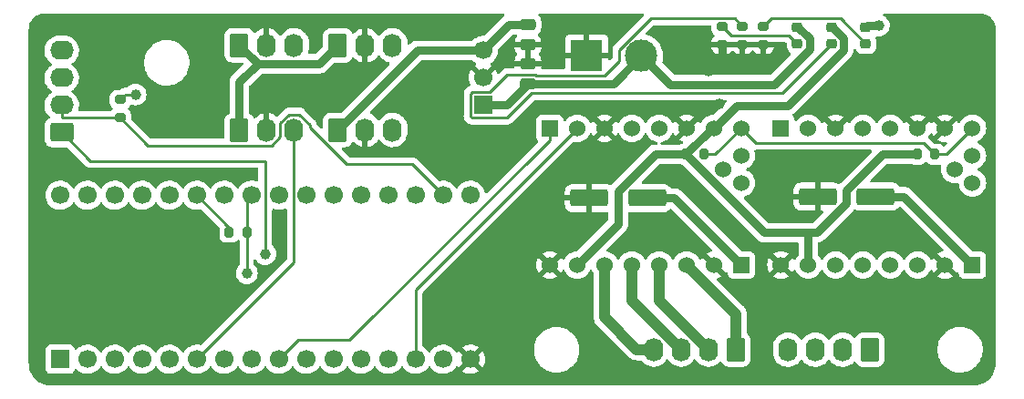
<source format=gtl>
G04 #@! TF.GenerationSoftware,KiCad,Pcbnew,(6.0.0)*
G04 #@! TF.CreationDate,2022-01-08T16:55:08+01:00*
G04 #@! TF.ProjectId,ercf-easy-brd,65726366-2d65-4617-9379-2d6272642e6b,v1.0-beta1*
G04 #@! TF.SameCoordinates,Original*
G04 #@! TF.FileFunction,Copper,L1,Top*
G04 #@! TF.FilePolarity,Positive*
%FSLAX46Y46*%
G04 Gerber Fmt 4.6, Leading zero omitted, Abs format (unit mm)*
G04 Created by KiCad (PCBNEW (6.0.0)) date 2022-01-08 16:55:08*
%MOMM*%
%LPD*%
G01*
G04 APERTURE LIST*
G04 Aperture macros list*
%AMRoundRect*
0 Rectangle with rounded corners*
0 $1 Rounding radius*
0 $2 $3 $4 $5 $6 $7 $8 $9 X,Y pos of 4 corners*
0 Add a 4 corners polygon primitive as box body*
4,1,4,$2,$3,$4,$5,$6,$7,$8,$9,$2,$3,0*
0 Add four circle primitives for the rounded corners*
1,1,$1+$1,$2,$3*
1,1,$1+$1,$4,$5*
1,1,$1+$1,$6,$7*
1,1,$1+$1,$8,$9*
0 Add four rect primitives between the rounded corners*
20,1,$1+$1,$2,$3,$4,$5,0*
20,1,$1+$1,$4,$5,$6,$7,0*
20,1,$1+$1,$6,$7,$8,$9,0*
20,1,$1+$1,$8,$9,$2,$3,0*%
G04 Aperture macros list end*
G04 #@! TA.AperFunction,SMDPad,CuDef*
%ADD10RoundRect,0.200000X-0.275000X0.200000X-0.275000X-0.200000X0.275000X-0.200000X0.275000X0.200000X0*%
G04 #@! TD*
G04 #@! TA.AperFunction,SMDPad,CuDef*
%ADD11RoundRect,0.250000X0.475000X-0.250000X0.475000X0.250000X-0.475000X0.250000X-0.475000X-0.250000X0*%
G04 #@! TD*
G04 #@! TA.AperFunction,ComponentPad*
%ADD12RoundRect,0.250000X0.845000X-0.620000X0.845000X0.620000X-0.845000X0.620000X-0.845000X-0.620000X0*%
G04 #@! TD*
G04 #@! TA.AperFunction,ComponentPad*
%ADD13O,2.190000X1.740000*%
G04 #@! TD*
G04 #@! TA.AperFunction,ComponentPad*
%ADD14RoundRect,0.250000X-0.620000X-0.845000X0.620000X-0.845000X0.620000X0.845000X-0.620000X0.845000X0*%
G04 #@! TD*
G04 #@! TA.AperFunction,ComponentPad*
%ADD15O,1.740000X2.190000*%
G04 #@! TD*
G04 #@! TA.AperFunction,ComponentPad*
%ADD16RoundRect,0.250000X0.620000X0.845000X-0.620000X0.845000X-0.620000X-0.845000X0.620000X-0.845000X0*%
G04 #@! TD*
G04 #@! TA.AperFunction,SMDPad,CuDef*
%ADD17RoundRect,0.200000X0.200000X0.275000X-0.200000X0.275000X-0.200000X-0.275000X0.200000X-0.275000X0*%
G04 #@! TD*
G04 #@! TA.AperFunction,SMDPad,CuDef*
%ADD18RoundRect,0.200000X0.275000X-0.200000X0.275000X0.200000X-0.275000X0.200000X-0.275000X-0.200000X0*%
G04 #@! TD*
G04 #@! TA.AperFunction,ComponentPad*
%ADD19R,1.700000X1.700000*%
G04 #@! TD*
G04 #@! TA.AperFunction,ComponentPad*
%ADD20C,1.700000*%
G04 #@! TD*
G04 #@! TA.AperFunction,ComponentPad*
%ADD21R,1.524000X1.524000*%
G04 #@! TD*
G04 #@! TA.AperFunction,ComponentPad*
%ADD22C,1.524000*%
G04 #@! TD*
G04 #@! TA.AperFunction,ComponentPad*
%ADD23R,3.000000X3.000000*%
G04 #@! TD*
G04 #@! TA.AperFunction,ComponentPad*
%ADD24C,3.000000*%
G04 #@! TD*
G04 #@! TA.AperFunction,SMDPad,CuDef*
%ADD25RoundRect,0.250000X-0.475000X0.250000X-0.475000X-0.250000X0.475000X-0.250000X0.475000X0.250000X0*%
G04 #@! TD*
G04 #@! TA.AperFunction,SMDPad,CuDef*
%ADD26RoundRect,0.218750X0.256250X-0.218750X0.256250X0.218750X-0.256250X0.218750X-0.256250X-0.218750X0*%
G04 #@! TD*
G04 #@! TA.AperFunction,SMDPad,CuDef*
%ADD27RoundRect,0.250000X1.500000X0.550000X-1.500000X0.550000X-1.500000X-0.550000X1.500000X-0.550000X0*%
G04 #@! TD*
G04 #@! TA.AperFunction,ViaPad*
%ADD28C,1.000000*%
G04 #@! TD*
G04 #@! TA.AperFunction,Conductor*
%ADD29C,0.250000*%
G04 #@! TD*
G04 #@! TA.AperFunction,Conductor*
%ADD30C,0.800000*%
G04 #@! TD*
G04 #@! TA.AperFunction,Conductor*
%ADD31C,1.000000*%
G04 #@! TD*
G04 APERTURE END LIST*
D10*
X145542000Y-109665000D03*
X145542000Y-111315000D03*
X143637000Y-109665000D03*
X143637000Y-111315000D03*
X141732000Y-109665000D03*
X141732000Y-111315000D03*
D11*
X123698000Y-114996000D03*
X123698000Y-113096000D03*
D12*
X80411000Y-119507000D03*
D13*
X80411000Y-116967000D03*
X80411000Y-114427000D03*
X80411000Y-111887000D03*
D14*
X106045000Y-119273000D03*
D15*
X108585000Y-119273000D03*
X111125000Y-119273000D03*
D14*
X96901000Y-119293000D03*
D15*
X99441000Y-119293000D03*
X101981000Y-119293000D03*
D14*
X96901000Y-111399000D03*
D15*
X99441000Y-111399000D03*
X101981000Y-111399000D03*
D16*
X155448000Y-139700000D03*
D15*
X152908000Y-139700000D03*
X150368000Y-139700000D03*
X147828000Y-139700000D03*
D16*
X143002000Y-139680000D03*
D15*
X140462000Y-139680000D03*
X137922000Y-139680000D03*
X135382000Y-139680000D03*
D17*
X97599000Y-128778000D03*
X95949000Y-128778000D03*
D18*
X85852000Y-118109000D03*
X85852000Y-116459000D03*
D17*
X161480000Y-121539000D03*
X159830000Y-121539000D03*
X140017000Y-121539000D03*
X138367000Y-121539000D03*
D19*
X119541000Y-116967000D03*
D20*
X119541000Y-114427000D03*
X119541000Y-111887000D03*
D21*
X147193000Y-119126000D03*
D22*
X149733000Y-119126000D03*
X152273000Y-119126000D03*
X154813000Y-119126000D03*
X157353000Y-119126000D03*
X159893000Y-119126000D03*
X162433000Y-119126000D03*
X164973000Y-119126000D03*
D21*
X164973000Y-131826000D03*
D22*
X162433000Y-131826000D03*
X154813000Y-131826000D03*
X157353000Y-131826000D03*
X159893000Y-131826000D03*
X152273000Y-131826000D03*
X149733000Y-131826000D03*
X147193000Y-131826000D03*
X164973000Y-121666000D03*
X164973000Y-124206000D03*
X163322000Y-122936000D03*
D23*
X129159000Y-112395000D03*
D24*
X134239000Y-112395000D03*
D25*
X123698000Y-109474000D03*
X123698000Y-111374000D03*
D14*
X106045000Y-111419000D03*
D15*
X108585000Y-111419000D03*
X111125000Y-111419000D03*
D26*
X155067000Y-111277500D03*
X155067000Y-109702500D03*
D21*
X125730000Y-119126000D03*
D22*
X128270000Y-119126000D03*
X130810000Y-119126000D03*
X133350000Y-119126000D03*
X135890000Y-119126000D03*
X138430000Y-119126000D03*
X140970000Y-119126000D03*
X143510000Y-119126000D03*
D21*
X143510000Y-131826000D03*
D22*
X140970000Y-131826000D03*
X133350000Y-131826000D03*
X135890000Y-131826000D03*
X138430000Y-131826000D03*
X130810000Y-131826000D03*
X128270000Y-131826000D03*
X125730000Y-131826000D03*
X143510000Y-121666000D03*
X143510000Y-124206000D03*
X141859000Y-122936000D03*
D26*
X151892000Y-111277500D03*
X151892000Y-109702500D03*
D19*
X80264000Y-140589000D03*
D20*
X82804000Y-140589000D03*
X85344000Y-140589000D03*
X87884000Y-140589000D03*
X90424000Y-140589000D03*
X92964000Y-140589000D03*
X95504000Y-140589000D03*
X98044000Y-140589000D03*
X100584000Y-140589000D03*
X103124000Y-140589000D03*
X105664000Y-140589000D03*
X108204000Y-140589000D03*
X110744000Y-140589000D03*
X113284000Y-140589000D03*
X115824000Y-140589000D03*
X118364000Y-140589000D03*
X118364000Y-125349000D03*
X115824000Y-125349000D03*
X113284000Y-125349000D03*
X110744000Y-125349000D03*
X108204000Y-125349000D03*
X105664000Y-125349000D03*
X103124000Y-125349000D03*
X100584000Y-125349000D03*
X98044000Y-125349000D03*
X95504000Y-125349000D03*
X92964000Y-125349000D03*
X90424000Y-125349000D03*
X87884000Y-125349000D03*
X85344000Y-125349000D03*
X82804000Y-125349000D03*
X80264000Y-125349000D03*
D27*
X134780000Y-125603000D03*
X129380000Y-125603000D03*
X155989000Y-125476000D03*
X150589000Y-125476000D03*
D26*
X148717000Y-111277500D03*
X148717000Y-109702500D03*
D28*
X86360000Y-134620000D03*
X82550000Y-134620000D03*
X86360000Y-132080000D03*
X82550000Y-132080000D03*
X86360000Y-129540000D03*
X82550000Y-129540000D03*
X162000000Y-110500000D03*
X136750000Y-128250000D03*
X126500000Y-128250000D03*
X99314000Y-130810000D03*
X97586800Y-132588000D03*
X117856000Y-121412000D03*
X147320000Y-126746000D03*
X141478000Y-116840000D03*
X140462000Y-113792000D03*
X87261500Y-115981800D03*
X156276200Y-109592800D03*
D29*
X99314000Y-122174000D02*
X99314000Y-130810000D01*
X99304000Y-122164000D02*
X99314000Y-122174000D01*
X83068000Y-122164000D02*
X99304000Y-122164000D01*
X80411000Y-119507000D02*
X83068000Y-122164000D01*
X101949489Y-125835499D02*
X101949489Y-119324511D01*
X101955600Y-131597400D02*
X101955600Y-125841610D01*
X101949489Y-119324511D02*
X101981000Y-119293000D01*
X92964000Y-140589000D02*
X101955600Y-131597400D01*
X101955600Y-125841610D02*
X101949489Y-125835499D01*
X97599000Y-128778000D02*
X97599000Y-132525000D01*
D30*
X141732000Y-112522000D02*
X140462000Y-113792000D01*
X141732000Y-111315000D02*
X141732000Y-112522000D01*
X149827500Y-111810100D02*
X149827500Y-110741100D01*
X149827500Y-110741100D02*
X148788900Y-109702500D01*
X146575600Y-115062000D02*
X149827500Y-111810100D01*
X148788900Y-109702500D02*
X148717000Y-109702500D01*
X134239000Y-112395000D02*
X136906000Y-115062000D01*
X136906000Y-115062000D02*
X146575600Y-115062000D01*
D29*
X142907700Y-108935700D02*
X143637000Y-109665000D01*
X135087500Y-108935700D02*
X142907700Y-108935700D01*
X132167700Y-111855500D02*
X135087500Y-108935700D01*
X132167700Y-112855800D02*
X132167700Y-111855500D01*
X130784700Y-114238800D02*
X132167700Y-112855800D01*
X124480800Y-114238800D02*
X130784700Y-114238800D01*
X124401700Y-114159700D02*
X124480800Y-114238800D01*
X121794300Y-114159700D02*
X124401700Y-114159700D01*
X120162400Y-115791600D02*
X121794300Y-114159700D01*
X118509900Y-115791600D02*
X120162400Y-115791600D01*
X118365600Y-115935900D02*
X118509900Y-115791600D01*
X118365600Y-118009600D02*
X118365600Y-115935900D01*
X118498400Y-118142400D02*
X118365600Y-118009600D01*
X121773000Y-118142400D02*
X118498400Y-118142400D01*
X124071900Y-115843500D02*
X121773000Y-118142400D01*
X147326000Y-115843500D02*
X124071900Y-115843500D01*
X151892000Y-111277500D02*
X147326000Y-115843500D01*
X146271300Y-108935700D02*
X145542000Y-109665000D01*
X152725200Y-108935700D02*
X146271300Y-108935700D01*
X155067000Y-111277500D02*
X152725200Y-108935700D01*
X142557000Y-110490000D02*
X141732000Y-109665000D01*
X147929500Y-110490000D02*
X142557000Y-110490000D01*
X148717000Y-111277500D02*
X147929500Y-110490000D01*
X86329200Y-115981800D02*
X85852000Y-116459000D01*
X87261500Y-115981800D02*
X86329200Y-115981800D01*
X95949000Y-128334000D02*
X95949000Y-128778000D01*
X92964000Y-125349000D02*
X95949000Y-128334000D01*
X97599000Y-125794000D02*
X97599000Y-128778000D01*
X98044000Y-125349000D02*
X97599000Y-125794000D01*
X80411000Y-116967000D02*
X80411000Y-118162300D01*
X85852000Y-118162300D02*
X80411000Y-118162300D01*
X85852000Y-118162300D02*
X85852000Y-118109000D01*
X88404000Y-120714300D02*
X85852000Y-118162300D01*
X99935600Y-120714300D02*
X88404000Y-120714300D01*
X100711000Y-119938900D02*
X99935600Y-120714300D01*
X100711000Y-118646500D02*
X100711000Y-119938900D01*
X101518200Y-117839300D02*
X100711000Y-118646500D01*
X102482600Y-117839300D02*
X101518200Y-117839300D01*
X103459300Y-118816000D02*
X102482600Y-117839300D01*
X103459300Y-119023700D02*
X103459300Y-118816000D01*
X106892100Y-122456500D02*
X103459300Y-119023700D01*
X112931500Y-122456500D02*
X106892100Y-122456500D01*
X115824000Y-125349000D02*
X112931500Y-122456500D01*
X113284000Y-134112000D02*
X128270000Y-119126000D01*
X113284000Y-140589000D02*
X113284000Y-134112000D01*
X141097000Y-121539000D02*
X143510000Y-119126000D01*
X140017000Y-121539000D02*
X141097000Y-121539000D01*
X162560000Y-121539000D02*
X161480000Y-121539000D01*
X164973000Y-119126000D02*
X162560000Y-121539000D01*
X160416600Y-120475600D02*
X161480000Y-121539000D01*
X144859600Y-120475600D02*
X160416600Y-120475600D01*
X143510000Y-119126000D02*
X144859600Y-120475600D01*
X107137000Y-138806300D02*
X125730000Y-120213300D01*
X102366700Y-138806300D02*
X107137000Y-138806300D01*
X100584000Y-140589000D02*
X102366700Y-138806300D01*
X125730000Y-119126000D02*
X125730000Y-120213300D01*
D31*
X130810000Y-136678300D02*
X133811700Y-139680000D01*
X130810000Y-131826000D02*
X130810000Y-136678300D01*
X135382000Y-139680000D02*
X133811700Y-139680000D01*
X133350000Y-135108000D02*
X137922000Y-139680000D01*
X133350000Y-131826000D02*
X133350000Y-135108000D01*
X135890000Y-135108000D02*
X140462000Y-139680000D01*
X135890000Y-131826000D02*
X135890000Y-135108000D01*
X143002000Y-136398000D02*
X143002000Y-139680000D01*
X138430000Y-131826000D02*
X143002000Y-136398000D01*
D30*
X149733000Y-131826000D02*
X149733000Y-128811800D01*
X156655400Y-121539000D02*
X159830000Y-121539000D01*
X153288900Y-124905500D02*
X156655400Y-121539000D01*
X153288900Y-126103600D02*
X153288900Y-124905500D01*
X150580700Y-128811800D02*
X153288900Y-126103600D01*
X149733000Y-128811800D02*
X150580700Y-128811800D01*
X145639800Y-128811800D02*
X149733000Y-128811800D01*
X138367000Y-121539000D02*
X145639800Y-128811800D01*
X140780000Y-119126000D02*
X138367000Y-121539000D01*
X140970000Y-119126000D02*
X140780000Y-119126000D01*
X143086400Y-117009600D02*
X140970000Y-119126000D01*
X147825500Y-117009600D02*
X143086400Y-117009600D01*
X152999200Y-111835900D02*
X147825500Y-117009600D01*
X152999200Y-110737900D02*
X152999200Y-111835900D01*
X151963800Y-109702500D02*
X152999200Y-110737900D01*
X151892000Y-109702500D02*
X151963800Y-109702500D01*
X135535300Y-121539000D02*
X138367000Y-121539000D01*
X132079900Y-124994400D02*
X135535300Y-121539000D01*
X132079900Y-128016100D02*
X132079900Y-124994400D01*
X128270000Y-131826000D02*
X132079900Y-128016100D01*
X96901000Y-114832200D02*
X98617600Y-113115600D01*
X96901000Y-119293000D02*
X96901000Y-114832200D01*
X104348400Y-113115600D02*
X98617600Y-113115600D01*
X106045000Y-111419000D02*
X104348400Y-113115600D01*
X98617600Y-113115600D02*
X96901000Y-111399000D01*
X113431000Y-111887000D02*
X119541000Y-111887000D01*
X106045000Y-119273000D02*
X113431000Y-111887000D01*
X121954000Y-109474000D02*
X123698000Y-109474000D01*
X119541000Y-111887000D02*
X121954000Y-109474000D01*
X155176700Y-109592800D02*
X155067000Y-109702500D01*
X156276200Y-109592800D02*
X155176700Y-109592800D01*
X137287000Y-125603000D02*
X134780000Y-125603000D01*
X143510000Y-131826000D02*
X137287000Y-125603000D01*
X119541000Y-116967000D02*
X121727000Y-116967000D01*
X131638000Y-114996000D02*
X123698000Y-114996000D01*
X134239000Y-112395000D02*
X131638000Y-114996000D01*
X123698000Y-114996000D02*
X121727000Y-116967000D01*
X158623000Y-125476000D02*
X155989000Y-125476000D01*
X164973000Y-131826000D02*
X158623000Y-125476000D01*
G04 #@! TA.AperFunction,Conductor*
G36*
X121490162Y-108478002D02*
G01*
X121536655Y-108531658D01*
X121546759Y-108601932D01*
X121517265Y-108666512D01*
X121479244Y-108696267D01*
X121456470Y-108707871D01*
X121451342Y-108712024D01*
X121451340Y-108712025D01*
X121445534Y-108716727D01*
X121429237Y-108727927D01*
X121422776Y-108731657D01*
X121422772Y-108731660D01*
X121417056Y-108734960D01*
X121412150Y-108739377D01*
X121412145Y-108739381D01*
X121366231Y-108780722D01*
X121361216Y-108785006D01*
X121352718Y-108791888D01*
X121345259Y-108797928D01*
X121330744Y-108812443D01*
X121325959Y-108816984D01*
X121275134Y-108862747D01*
X121271255Y-108868086D01*
X121271254Y-108868087D01*
X121266860Y-108874135D01*
X121254019Y-108889168D01*
X119651514Y-110491673D01*
X119589202Y-110525699D01*
X119560880Y-110528569D01*
X119451081Y-110527228D01*
X119451079Y-110527228D01*
X119445911Y-110527165D01*
X119225091Y-110560955D01*
X119012756Y-110630357D01*
X119008164Y-110632747D01*
X119008165Y-110632747D01*
X118822130Y-110729591D01*
X118814607Y-110733507D01*
X118810474Y-110736610D01*
X118810471Y-110736612D01*
X118640100Y-110864530D01*
X118635965Y-110867635D01*
X118567855Y-110938909D01*
X118567241Y-110939551D01*
X118505717Y-110974981D01*
X118476147Y-110978500D01*
X113512416Y-110978500D01*
X113492707Y-110976949D01*
X113478809Y-110974748D01*
X113472222Y-110975093D01*
X113472217Y-110975093D01*
X113410519Y-110978327D01*
X113403925Y-110978500D01*
X113383390Y-110978500D01*
X113377222Y-110979148D01*
X113362960Y-110980647D01*
X113356385Y-110981164D01*
X113294696Y-110984397D01*
X113294695Y-110984397D01*
X113288096Y-110984743D01*
X113274508Y-110988384D01*
X113255061Y-110991988D01*
X113247644Y-110992767D01*
X113247640Y-110992768D01*
X113241072Y-110993458D01*
X113233692Y-110995856D01*
X113176009Y-111014598D01*
X113169685Y-111016471D01*
X113110010Y-111032461D01*
X113110006Y-111032462D01*
X113103630Y-111034171D01*
X113092950Y-111039613D01*
X113091093Y-111040559D01*
X113072826Y-111048125D01*
X113065728Y-111050431D01*
X113065726Y-111050432D01*
X113059444Y-111052473D01*
X113053722Y-111055776D01*
X113053721Y-111055777D01*
X113028327Y-111070438D01*
X113017681Y-111076585D01*
X113000218Y-111086667D01*
X112994423Y-111089814D01*
X112933470Y-111120871D01*
X112928342Y-111125024D01*
X112928340Y-111125025D01*
X112922534Y-111129727D01*
X112906237Y-111140927D01*
X112899776Y-111144657D01*
X112899772Y-111144660D01*
X112894056Y-111147960D01*
X112889150Y-111152377D01*
X112889145Y-111152381D01*
X112843231Y-111193722D01*
X112838216Y-111198006D01*
X112829718Y-111204888D01*
X112822259Y-111210928D01*
X112807744Y-111225443D01*
X112802959Y-111229984D01*
X112752134Y-111275747D01*
X112748255Y-111281086D01*
X112748254Y-111281087D01*
X112743860Y-111287135D01*
X112731019Y-111302168D01*
X112718595Y-111314592D01*
X112656283Y-111348618D01*
X112585468Y-111343553D01*
X112528632Y-111301006D01*
X112503821Y-111234486D01*
X112503500Y-111225497D01*
X112503500Y-111135262D01*
X112493815Y-111021123D01*
X112489156Y-110966209D01*
X112489155Y-110966205D01*
X112488705Y-110960898D01*
X112487366Y-110955738D01*
X112431275Y-110739629D01*
X112431274Y-110739625D01*
X112429933Y-110734460D01*
X112418731Y-110709591D01*
X112347368Y-110551172D01*
X112333850Y-110521163D01*
X112320478Y-110501300D01*
X112284880Y-110448425D01*
X112203202Y-110327104D01*
X112184278Y-110307266D01*
X112118400Y-110238209D01*
X112041724Y-110157832D01*
X112035675Y-110153331D01*
X111910317Y-110060062D01*
X111854035Y-110018187D01*
X111849284Y-110015771D01*
X111849280Y-110015769D01*
X111650256Y-109914580D01*
X111650255Y-109914580D01*
X111645500Y-109912162D01*
X111422083Y-109842790D01*
X111416796Y-109842089D01*
X111416795Y-109842089D01*
X111195455Y-109812752D01*
X111195451Y-109812752D01*
X111190171Y-109812052D01*
X111184842Y-109812252D01*
X111184840Y-109812252D01*
X111089346Y-109815837D01*
X110956396Y-109820828D01*
X110916081Y-109829287D01*
X110732668Y-109867771D01*
X110732665Y-109867772D01*
X110727441Y-109868868D01*
X110509854Y-109954797D01*
X110505290Y-109957566D01*
X110505291Y-109957566D01*
X110314417Y-110073391D01*
X110314414Y-110073393D01*
X110309856Y-110076159D01*
X110133166Y-110229483D01*
X109984835Y-110410386D01*
X109982196Y-110415022D01*
X109982194Y-110415025D01*
X109963423Y-110448001D01*
X109912341Y-110497307D01*
X109842711Y-110511169D01*
X109776640Y-110485186D01*
X109749401Y-110456036D01*
X109665790Y-110331845D01*
X109659129Y-110323559D01*
X109505076Y-110162070D01*
X109497108Y-110155021D01*
X109318048Y-110021797D01*
X109309018Y-110016198D01*
X109110069Y-109915047D01*
X109100208Y-109911044D01*
X108887071Y-109844862D01*
X108876691Y-109842580D01*
X108856957Y-109839964D01*
X108842793Y-109842160D01*
X108839000Y-109855345D01*
X108839000Y-112980627D01*
X108842973Y-112994158D01*
X108853580Y-112995683D01*
X108977188Y-112969748D01*
X108987384Y-112966688D01*
X109194952Y-112884716D01*
X109204489Y-112879982D01*
X109395285Y-112764204D01*
X109403878Y-112757938D01*
X109572441Y-112611667D01*
X109579861Y-112604036D01*
X109721368Y-112431458D01*
X109727393Y-112422691D01*
X109745989Y-112390022D01*
X109797071Y-112340715D01*
X109866702Y-112326854D01*
X109932773Y-112352837D01*
X109960011Y-112381987D01*
X109984836Y-112418861D01*
X110046798Y-112510896D01*
X110050477Y-112514753D01*
X110050479Y-112514755D01*
X110075711Y-112541205D01*
X110208276Y-112680168D01*
X110212554Y-112683351D01*
X110232359Y-112698086D01*
X110395965Y-112819813D01*
X110400716Y-112822229D01*
X110400720Y-112822231D01*
X110599744Y-112923420D01*
X110604500Y-112925838D01*
X110609595Y-112927420D01*
X110788925Y-112983103D01*
X110848050Y-113022406D01*
X110876541Y-113087435D01*
X110865351Y-113157545D01*
X110840656Y-113192531D01*
X106400592Y-117632595D01*
X106338280Y-117666621D01*
X106311497Y-117669500D01*
X105374600Y-117669500D01*
X105371354Y-117669837D01*
X105371350Y-117669837D01*
X105275692Y-117679762D01*
X105275688Y-117679763D01*
X105268834Y-117680474D01*
X105262298Y-117682655D01*
X105262296Y-117682655D01*
X105161870Y-117716160D01*
X105101054Y-117736450D01*
X104950652Y-117829522D01*
X104825695Y-117954697D01*
X104821855Y-117960927D01*
X104821854Y-117960928D01*
X104748631Y-118079718D01*
X104732885Y-118105262D01*
X104719418Y-118145864D01*
X104684913Y-118249895D01*
X104677203Y-118273139D01*
X104676503Y-118279975D01*
X104676502Y-118279978D01*
X104673351Y-118310730D01*
X104666500Y-118377600D01*
X104666500Y-119030805D01*
X104646498Y-119098926D01*
X104592842Y-119145419D01*
X104522568Y-119155523D01*
X104457988Y-119126029D01*
X104451405Y-119119900D01*
X104125699Y-118794194D01*
X104090346Y-118724813D01*
X104090222Y-118724029D01*
X104089973Y-118716110D01*
X104084322Y-118696658D01*
X104080314Y-118677306D01*
X104078768Y-118665068D01*
X104078767Y-118665066D01*
X104077774Y-118657203D01*
X104061494Y-118616086D01*
X104057659Y-118604885D01*
X104045318Y-118562406D01*
X104041285Y-118555587D01*
X104041283Y-118555582D01*
X104035007Y-118544971D01*
X104026310Y-118527221D01*
X104018852Y-118508383D01*
X104007902Y-118493311D01*
X103997269Y-118478677D01*
X103992871Y-118472623D01*
X103986353Y-118462701D01*
X103967878Y-118431460D01*
X103967874Y-118431455D01*
X103963842Y-118424637D01*
X103949518Y-118410313D01*
X103936676Y-118395278D01*
X103935846Y-118394135D01*
X103924772Y-118378893D01*
X103890706Y-118350711D01*
X103881927Y-118342722D01*
X102986252Y-117447047D01*
X102978712Y-117438761D01*
X102974600Y-117432282D01*
X102924948Y-117385656D01*
X102922107Y-117382902D01*
X102902370Y-117363165D01*
X102899173Y-117360685D01*
X102890151Y-117352980D01*
X102886000Y-117349082D01*
X102857921Y-117322714D01*
X102850975Y-117318895D01*
X102850972Y-117318893D01*
X102840166Y-117312952D01*
X102823647Y-117302101D01*
X102823183Y-117301741D01*
X102807641Y-117289686D01*
X102800372Y-117286541D01*
X102800368Y-117286538D01*
X102767063Y-117272126D01*
X102756413Y-117266909D01*
X102717660Y-117245605D01*
X102698037Y-117240567D01*
X102679334Y-117234163D01*
X102668020Y-117229267D01*
X102668019Y-117229267D01*
X102660745Y-117226119D01*
X102652922Y-117224880D01*
X102652912Y-117224877D01*
X102617076Y-117219201D01*
X102605456Y-117216795D01*
X102570311Y-117207772D01*
X102570310Y-117207772D01*
X102562630Y-117205800D01*
X102542376Y-117205800D01*
X102522665Y-117204249D01*
X102510486Y-117202320D01*
X102502657Y-117201080D01*
X102473386Y-117203847D01*
X102458639Y-117205241D01*
X102446781Y-117205800D01*
X101596967Y-117205800D01*
X101585784Y-117205273D01*
X101578291Y-117203598D01*
X101570365Y-117203847D01*
X101570364Y-117203847D01*
X101510214Y-117205738D01*
X101506255Y-117205800D01*
X101478344Y-117205800D01*
X101474410Y-117206297D01*
X101474409Y-117206297D01*
X101474344Y-117206305D01*
X101462507Y-117207238D01*
X101430690Y-117208238D01*
X101426229Y-117208378D01*
X101418310Y-117208627D01*
X101400654Y-117213756D01*
X101398858Y-117214278D01*
X101379506Y-117218286D01*
X101372435Y-117219180D01*
X101359403Y-117220826D01*
X101352034Y-117223743D01*
X101352032Y-117223744D01*
X101318297Y-117237100D01*
X101307069Y-117240945D01*
X101264607Y-117253282D01*
X101257785Y-117257316D01*
X101257779Y-117257319D01*
X101247168Y-117263594D01*
X101229418Y-117272290D01*
X101217956Y-117276828D01*
X101217951Y-117276831D01*
X101210583Y-117279748D01*
X101193170Y-117292399D01*
X101174825Y-117305727D01*
X101164907Y-117312243D01*
X101153663Y-117318893D01*
X101126837Y-117334758D01*
X101112513Y-117349082D01*
X101097481Y-117361921D01*
X101081093Y-117373828D01*
X101052912Y-117407893D01*
X101044922Y-117416673D01*
X100475646Y-117985949D01*
X100413334Y-118019975D01*
X100342519Y-118014910D01*
X100311339Y-117997943D01*
X100174056Y-117895802D01*
X100165018Y-117890198D01*
X99966069Y-117789047D01*
X99956208Y-117785044D01*
X99743071Y-117718862D01*
X99732691Y-117716580D01*
X99712957Y-117713964D01*
X99698793Y-117716160D01*
X99695000Y-117729345D01*
X99695000Y-119421000D01*
X99674998Y-119489121D01*
X99621342Y-119535614D01*
X99569000Y-119547000D01*
X99313000Y-119547000D01*
X99244879Y-119526998D01*
X99198386Y-119473342D01*
X99187000Y-119421000D01*
X99187000Y-117731373D01*
X99183027Y-117717842D01*
X99172420Y-117716317D01*
X99048812Y-117742252D01*
X99038616Y-117745312D01*
X98831048Y-117827284D01*
X98821511Y-117832018D01*
X98630715Y-117947796D01*
X98622122Y-117954062D01*
X98453559Y-118100333D01*
X98446138Y-118107965D01*
X98418827Y-118141272D01*
X98360167Y-118181266D01*
X98289197Y-118183197D01*
X98228449Y-118146452D01*
X98213196Y-118123654D01*
X98212550Y-118124054D01*
X98123332Y-117979880D01*
X98119478Y-117973652D01*
X98078419Y-117932664D01*
X98017094Y-117871446D01*
X97994303Y-117848695D01*
X97988072Y-117844854D01*
X97869384Y-117771693D01*
X97821890Y-117718920D01*
X97809500Y-117664433D01*
X97809500Y-115260703D01*
X97829502Y-115192582D01*
X97846405Y-115171608D01*
X98957008Y-114061005D01*
X99019320Y-114026979D01*
X99046103Y-114024100D01*
X104266983Y-114024100D01*
X104286692Y-114025651D01*
X104300590Y-114027852D01*
X104307177Y-114027507D01*
X104307182Y-114027507D01*
X104368880Y-114024273D01*
X104375474Y-114024100D01*
X104396010Y-114024100D01*
X104399282Y-114023756D01*
X104399284Y-114023756D01*
X104416442Y-114021953D01*
X104423016Y-114021436D01*
X104484708Y-114018203D01*
X104484712Y-114018202D01*
X104491303Y-114017857D01*
X104497684Y-114016147D01*
X104497686Y-114016147D01*
X104504891Y-114014217D01*
X104524325Y-114010615D01*
X104531754Y-114009834D01*
X104531763Y-114009832D01*
X104538328Y-114009142D01*
X104603397Y-113988000D01*
X104609699Y-113986133D01*
X104675770Y-113968429D01*
X104688308Y-113962040D01*
X104706574Y-113954475D01*
X104713672Y-113952169D01*
X104713674Y-113952168D01*
X104719956Y-113950127D01*
X104779185Y-113915931D01*
X104784979Y-113912785D01*
X104845930Y-113881729D01*
X104856867Y-113872873D01*
X104873163Y-113861673D01*
X104879624Y-113857943D01*
X104879628Y-113857940D01*
X104885344Y-113854640D01*
X104890250Y-113850223D01*
X104890255Y-113850219D01*
X104936169Y-113808878D01*
X104941184Y-113804594D01*
X104954577Y-113793748D01*
X104957141Y-113791672D01*
X104971656Y-113777157D01*
X104976441Y-113772616D01*
X105022357Y-113731273D01*
X105027266Y-113726853D01*
X105031594Y-113720897D01*
X105035540Y-113715465D01*
X105048381Y-113700432D01*
X105689408Y-113059405D01*
X105751720Y-113025379D01*
X105778503Y-113022500D01*
X106715400Y-113022500D01*
X106718646Y-113022163D01*
X106718650Y-113022163D01*
X106814308Y-113012238D01*
X106814312Y-113012237D01*
X106821166Y-113011526D01*
X106827702Y-113009345D01*
X106827704Y-113009345D01*
X106981998Y-112957868D01*
X106988946Y-112955550D01*
X107139348Y-112862478D01*
X107264305Y-112737303D01*
X107272801Y-112723521D01*
X107357115Y-112586738D01*
X107359132Y-112587982D01*
X107398537Y-112543225D01*
X107466813Y-112523761D01*
X107534774Y-112544300D01*
X107556989Y-112562785D01*
X107664924Y-112675930D01*
X107672892Y-112682979D01*
X107851952Y-112816203D01*
X107860982Y-112821802D01*
X108059931Y-112922953D01*
X108069792Y-112926956D01*
X108282929Y-112993138D01*
X108293309Y-112995420D01*
X108313043Y-112998036D01*
X108327207Y-112995840D01*
X108331000Y-112982655D01*
X108331000Y-109857373D01*
X108327027Y-109843842D01*
X108316420Y-109842317D01*
X108192812Y-109868252D01*
X108182616Y-109871312D01*
X107975048Y-109953284D01*
X107965511Y-109958018D01*
X107774715Y-110073796D01*
X107766122Y-110080062D01*
X107597559Y-110226333D01*
X107590138Y-110233965D01*
X107562827Y-110267272D01*
X107504167Y-110307266D01*
X107433197Y-110309197D01*
X107372449Y-110272452D01*
X107357196Y-110249654D01*
X107356550Y-110250054D01*
X107331444Y-110209483D01*
X107263478Y-110099652D01*
X107138303Y-109974695D01*
X107102840Y-109952835D01*
X106993968Y-109885725D01*
X106993966Y-109885724D01*
X106987738Y-109881885D01*
X106906682Y-109855000D01*
X106826389Y-109828368D01*
X106826387Y-109828368D01*
X106819861Y-109826203D01*
X106813025Y-109825503D01*
X106813022Y-109825502D01*
X106765449Y-109820628D01*
X106715400Y-109815500D01*
X105374600Y-109815500D01*
X105371354Y-109815837D01*
X105371350Y-109815837D01*
X105275692Y-109825762D01*
X105275688Y-109825763D01*
X105268834Y-109826474D01*
X105262298Y-109828655D01*
X105262296Y-109828655D01*
X105145052Y-109867771D01*
X105101054Y-109882450D01*
X104950652Y-109975522D01*
X104825695Y-110100697D01*
X104821855Y-110106927D01*
X104821854Y-110106928D01*
X104740789Y-110238440D01*
X104732885Y-110251262D01*
X104730581Y-110258209D01*
X104681782Y-110405335D01*
X104677203Y-110419139D01*
X104676503Y-110425975D01*
X104676502Y-110425978D01*
X104672485Y-110465186D01*
X104666500Y-110523600D01*
X104666500Y-111460497D01*
X104646498Y-111528618D01*
X104629595Y-111549592D01*
X104008992Y-112170195D01*
X103946680Y-112204221D01*
X103919897Y-112207100D01*
X103415661Y-112207100D01*
X103347540Y-112187098D01*
X103301047Y-112133442D01*
X103290943Y-112063168D01*
X103297222Y-112038109D01*
X103316716Y-111984404D01*
X103322747Y-111951055D01*
X103334937Y-111883641D01*
X103358344Y-111754197D01*
X103358930Y-111741788D01*
X103359430Y-111731172D01*
X103359430Y-111731165D01*
X103359500Y-111729684D01*
X103359500Y-111115262D01*
X103351512Y-111021123D01*
X103345156Y-110946209D01*
X103345155Y-110946205D01*
X103344705Y-110940898D01*
X103342029Y-110930588D01*
X103287275Y-110719629D01*
X103287274Y-110719625D01*
X103285933Y-110714460D01*
X103272336Y-110684274D01*
X103204816Y-110534386D01*
X103189850Y-110501163D01*
X103059202Y-110307104D01*
X103040278Y-110287266D01*
X102972614Y-110216337D01*
X102897724Y-110137832D01*
X102710035Y-109998187D01*
X102705284Y-109995771D01*
X102705280Y-109995769D01*
X102506256Y-109894580D01*
X102506255Y-109894580D01*
X102501500Y-109892162D01*
X102278083Y-109822790D01*
X102272796Y-109822089D01*
X102272795Y-109822089D01*
X102051455Y-109792752D01*
X102051451Y-109792752D01*
X102046171Y-109792052D01*
X102040842Y-109792252D01*
X102040840Y-109792252D01*
X101945346Y-109795837D01*
X101812396Y-109800828D01*
X101757950Y-109812252D01*
X101588668Y-109847771D01*
X101588665Y-109847772D01*
X101583441Y-109848868D01*
X101365854Y-109934797D01*
X101361290Y-109937566D01*
X101361291Y-109937566D01*
X101170417Y-110053391D01*
X101170414Y-110053393D01*
X101165856Y-110056159D01*
X100989166Y-110209483D01*
X100840835Y-110390386D01*
X100838196Y-110395022D01*
X100838194Y-110395025D01*
X100819423Y-110428001D01*
X100768341Y-110477307D01*
X100698711Y-110491169D01*
X100632640Y-110465186D01*
X100605401Y-110436036D01*
X100521790Y-110311845D01*
X100515129Y-110303559D01*
X100361076Y-110142070D01*
X100353108Y-110135021D01*
X100174048Y-110001797D01*
X100165018Y-109996198D01*
X99966069Y-109895047D01*
X99956208Y-109891044D01*
X99743071Y-109824862D01*
X99732691Y-109822580D01*
X99712957Y-109819964D01*
X99698793Y-109822160D01*
X99695000Y-109835345D01*
X99695000Y-111527000D01*
X99674998Y-111595121D01*
X99621342Y-111641614D01*
X99569000Y-111653000D01*
X99313000Y-111653000D01*
X99244879Y-111632998D01*
X99198386Y-111579342D01*
X99187000Y-111527000D01*
X99187000Y-109837373D01*
X99183027Y-109823842D01*
X99172420Y-109822317D01*
X99048812Y-109848252D01*
X99038616Y-109851312D01*
X98831048Y-109933284D01*
X98821511Y-109938018D01*
X98630715Y-110053796D01*
X98622122Y-110060062D01*
X98453559Y-110206333D01*
X98446138Y-110213965D01*
X98418827Y-110247272D01*
X98360167Y-110287266D01*
X98289197Y-110289197D01*
X98228449Y-110252452D01*
X98213196Y-110229654D01*
X98212550Y-110230054D01*
X98179685Y-110176945D01*
X98119478Y-110079652D01*
X97994303Y-109954695D01*
X97958840Y-109932835D01*
X97849968Y-109865725D01*
X97849966Y-109865724D01*
X97843738Y-109861885D01*
X97736977Y-109826474D01*
X97682389Y-109808368D01*
X97682387Y-109808368D01*
X97675861Y-109806203D01*
X97669025Y-109805503D01*
X97669022Y-109805502D01*
X97621449Y-109800628D01*
X97571400Y-109795500D01*
X96230600Y-109795500D01*
X96227354Y-109795837D01*
X96227350Y-109795837D01*
X96131692Y-109805762D01*
X96131688Y-109805763D01*
X96124834Y-109806474D01*
X96118298Y-109808655D01*
X96118296Y-109808655D01*
X96018083Y-109842089D01*
X95957054Y-109862450D01*
X95806652Y-109955522D01*
X95681695Y-110080697D01*
X95677855Y-110086927D01*
X95677854Y-110086928D01*
X95602068Y-110209876D01*
X95588885Y-110231262D01*
X95581857Y-110252452D01*
X95538581Y-110382926D01*
X95533203Y-110399139D01*
X95532503Y-110405975D01*
X95532502Y-110405978D01*
X95528845Y-110441676D01*
X95522500Y-110503600D01*
X95522500Y-112294400D01*
X95522837Y-112297646D01*
X95522837Y-112297650D01*
X95532681Y-112392519D01*
X95533474Y-112400166D01*
X95535655Y-112406702D01*
X95535655Y-112406704D01*
X95567497Y-112502146D01*
X95589450Y-112567946D01*
X95682522Y-112718348D01*
X95807697Y-112843305D01*
X95813927Y-112847145D01*
X95813928Y-112847146D01*
X95945378Y-112928173D01*
X95958262Y-112936115D01*
X96005232Y-112951694D01*
X96119611Y-112989632D01*
X96119613Y-112989632D01*
X96126139Y-112991797D01*
X96132975Y-112992497D01*
X96132978Y-112992498D01*
X96176031Y-112996909D01*
X96230600Y-113002500D01*
X97141697Y-113002500D01*
X97209818Y-113022502D01*
X97256311Y-113076158D01*
X97266415Y-113146432D01*
X97236921Y-113211012D01*
X97230792Y-113217595D01*
X96316168Y-114132219D01*
X96301135Y-114145060D01*
X96289747Y-114153334D01*
X96285327Y-114158243D01*
X96243984Y-114204159D01*
X96239443Y-114208944D01*
X96224928Y-114223459D01*
X96222852Y-114226023D01*
X96212006Y-114239416D01*
X96207722Y-114244431D01*
X96166381Y-114290345D01*
X96166377Y-114290350D01*
X96161960Y-114295256D01*
X96158660Y-114300972D01*
X96158657Y-114300976D01*
X96154927Y-114307437D01*
X96143727Y-114323733D01*
X96134871Y-114334670D01*
X96107406Y-114388574D01*
X96103815Y-114395621D01*
X96100669Y-114401415D01*
X96066473Y-114460644D01*
X96064432Y-114466926D01*
X96064431Y-114466928D01*
X96062125Y-114474026D01*
X96054560Y-114492292D01*
X96048171Y-114504830D01*
X96046463Y-114511203D01*
X96046463Y-114511204D01*
X96030469Y-114570895D01*
X96028600Y-114577203D01*
X96007458Y-114642272D01*
X96006768Y-114648837D01*
X96006766Y-114648846D01*
X96005985Y-114656275D01*
X96002383Y-114675709D01*
X96000453Y-114682914D01*
X95998743Y-114689297D01*
X95998398Y-114695888D01*
X95998397Y-114695892D01*
X95995164Y-114757584D01*
X95994647Y-114764158D01*
X95992844Y-114781316D01*
X95992500Y-114784590D01*
X95992500Y-114805126D01*
X95992327Y-114811720D01*
X95991464Y-114828196D01*
X95988748Y-114880010D01*
X95989780Y-114886525D01*
X95990949Y-114893905D01*
X95992500Y-114913617D01*
X95992500Y-117664313D01*
X95972498Y-117732434D01*
X95932803Y-117771457D01*
X95806652Y-117849522D01*
X95681695Y-117974697D01*
X95677855Y-117980927D01*
X95677854Y-117980928D01*
X95598608Y-118109489D01*
X95588885Y-118125262D01*
X95586581Y-118132209D01*
X95536013Y-118284668D01*
X95533203Y-118293139D01*
X95532503Y-118299975D01*
X95532502Y-118299978D01*
X95530004Y-118324364D01*
X95522500Y-118397600D01*
X95522500Y-119954800D01*
X95502498Y-120022921D01*
X95448842Y-120069414D01*
X95396500Y-120080800D01*
X88718594Y-120080800D01*
X88650473Y-120060798D01*
X88629499Y-120043895D01*
X86872405Y-118286800D01*
X86838379Y-118224488D01*
X86835500Y-118197705D01*
X86835499Y-117855249D01*
X86835499Y-117852366D01*
X86833877Y-117834704D01*
X86830647Y-117799552D01*
X86828753Y-117778938D01*
X86824303Y-117764737D01*
X86779744Y-117622550D01*
X86779743Y-117622548D01*
X86777472Y-117615301D01*
X86688639Y-117468619D01*
X86593115Y-117373095D01*
X86559089Y-117310783D01*
X86564154Y-117239968D01*
X86593115Y-117194905D01*
X86688639Y-117099381D01*
X86709245Y-117065356D01*
X86760010Y-116981533D01*
X86812407Y-116933626D01*
X86882387Y-116921653D01*
X86906719Y-116926970D01*
X87043892Y-116971540D01*
X87240277Y-116994958D01*
X87246412Y-116994486D01*
X87246414Y-116994486D01*
X87431330Y-116980257D01*
X87431334Y-116980256D01*
X87437472Y-116979784D01*
X87627963Y-116926598D01*
X87633467Y-116923818D01*
X87633469Y-116923817D01*
X87798995Y-116840204D01*
X87798997Y-116840203D01*
X87804496Y-116837425D01*
X87960347Y-116715661D01*
X88089578Y-116565945D01*
X88187269Y-116393979D01*
X88249697Y-116206313D01*
X88274485Y-116010095D01*
X88274880Y-115981800D01*
X88255580Y-115784967D01*
X88252597Y-115775085D01*
X88224763Y-115682896D01*
X88198416Y-115595631D01*
X88105566Y-115421004D01*
X88018478Y-115314224D01*
X87984460Y-115272513D01*
X87984457Y-115272510D01*
X87980565Y-115267738D01*
X87974218Y-115262487D01*
X87832925Y-115145599D01*
X87832921Y-115145597D01*
X87828175Y-115141670D01*
X87654201Y-115047602D01*
X87465268Y-114989118D01*
X87459143Y-114988474D01*
X87459142Y-114988474D01*
X87274704Y-114969089D01*
X87274702Y-114969089D01*
X87268575Y-114968445D01*
X87186076Y-114975953D01*
X87077751Y-114985811D01*
X87077748Y-114985812D01*
X87071612Y-114986370D01*
X87065706Y-114988108D01*
X87065702Y-114988109D01*
X86997116Y-115008295D01*
X86881881Y-115042210D01*
X86876423Y-115045063D01*
X86876419Y-115045065D01*
X86785647Y-115092520D01*
X86706610Y-115133840D01*
X86552475Y-115257768D01*
X86548516Y-115262486D01*
X86548515Y-115262487D01*
X86544109Y-115267738D01*
X86514276Y-115303292D01*
X86455167Y-115342618D01*
X86417755Y-115348300D01*
X86407968Y-115348300D01*
X86396785Y-115347773D01*
X86389292Y-115346098D01*
X86381366Y-115346347D01*
X86381365Y-115346347D01*
X86321202Y-115348238D01*
X86317244Y-115348300D01*
X86289344Y-115348300D01*
X86285354Y-115348804D01*
X86273520Y-115349736D01*
X86229311Y-115351126D01*
X86221697Y-115353338D01*
X86221692Y-115353339D01*
X86209859Y-115356777D01*
X86190496Y-115360788D01*
X86170403Y-115363326D01*
X86163036Y-115366243D01*
X86163031Y-115366244D01*
X86129292Y-115379602D01*
X86118065Y-115383446D01*
X86075607Y-115395782D01*
X86068781Y-115399819D01*
X86058172Y-115406093D01*
X86040424Y-115414788D01*
X86021583Y-115422248D01*
X86015167Y-115426910D01*
X86015166Y-115426910D01*
X85985813Y-115448236D01*
X85975893Y-115454752D01*
X85944665Y-115473220D01*
X85944662Y-115473222D01*
X85937838Y-115477258D01*
X85923517Y-115491579D01*
X85908484Y-115504419D01*
X85892093Y-115516328D01*
X85891034Y-115517608D01*
X85830170Y-115548401D01*
X85807268Y-115550500D01*
X85537025Y-115550501D01*
X85520366Y-115550501D01*
X85517508Y-115550764D01*
X85517499Y-115550764D01*
X85481996Y-115554026D01*
X85446938Y-115557247D01*
X85440560Y-115559246D01*
X85440559Y-115559246D01*
X85290550Y-115606256D01*
X85290548Y-115606257D01*
X85283301Y-115608528D01*
X85136619Y-115697361D01*
X85015361Y-115818619D01*
X84926528Y-115965301D01*
X84875247Y-116128938D01*
X84868500Y-116202365D01*
X84868501Y-116715634D01*
X84875247Y-116789062D01*
X84877246Y-116795440D01*
X84877246Y-116795441D01*
X84916799Y-116921653D01*
X84926528Y-116952699D01*
X85015361Y-117099381D01*
X85110885Y-117194905D01*
X85144911Y-117257217D01*
X85139846Y-117328032D01*
X85110885Y-117373095D01*
X85015361Y-117468619D01*
X85011427Y-117475115D01*
X85007165Y-117480550D01*
X84949390Y-117521813D01*
X84908014Y-117528800D01*
X82076072Y-117528800D01*
X82007951Y-117508798D01*
X81961458Y-117455142D01*
X81951354Y-117384868D01*
X81955740Y-117365436D01*
X81985626Y-117269187D01*
X81985628Y-117269178D01*
X81987210Y-117264083D01*
X81988642Y-117253282D01*
X82017248Y-117037455D01*
X82017248Y-117037451D01*
X82017948Y-117032171D01*
X82015209Y-116959196D01*
X82009372Y-116803727D01*
X82009172Y-116798396D01*
X81961132Y-116569441D01*
X81875203Y-116351854D01*
X81803495Y-116233683D01*
X81756609Y-116156417D01*
X81756607Y-116156414D01*
X81753841Y-116151856D01*
X81600517Y-115975166D01*
X81419614Y-115826835D01*
X81414984Y-115824199D01*
X81414979Y-115824196D01*
X81382484Y-115805699D01*
X81333178Y-115754616D01*
X81319317Y-115684985D01*
X81345301Y-115618915D01*
X81374450Y-115591677D01*
X81422621Y-115559246D01*
X81502896Y-115505202D01*
X81513612Y-115494980D01*
X81651620Y-115363326D01*
X81672168Y-115343724D01*
X81688726Y-115321470D01*
X81738995Y-115253905D01*
X81811813Y-115156035D01*
X81820729Y-115138500D01*
X81915420Y-114952256D01*
X81915420Y-114952255D01*
X81917838Y-114947500D01*
X81987210Y-114724083D01*
X81987911Y-114718795D01*
X82017248Y-114497455D01*
X82017248Y-114497451D01*
X82017948Y-114492171D01*
X82016765Y-114460644D01*
X82009372Y-114263727D01*
X82009172Y-114258396D01*
X81986558Y-114150621D01*
X81962229Y-114034668D01*
X81962228Y-114034665D01*
X81961132Y-114029441D01*
X81875203Y-113811854D01*
X81823623Y-113726853D01*
X81756609Y-113616417D01*
X81756607Y-113616414D01*
X81753841Y-113611856D01*
X81600517Y-113435166D01*
X81419614Y-113286835D01*
X81414984Y-113284199D01*
X81414979Y-113284196D01*
X81382484Y-113265699D01*
X81333178Y-113214616D01*
X81322844Y-113162703D01*
X88060743Y-113162703D01*
X88061302Y-113166947D01*
X88061302Y-113166951D01*
X88067103Y-113211012D01*
X88098268Y-113447734D01*
X88099401Y-113451874D01*
X88099401Y-113451876D01*
X88115835Y-113511950D01*
X88174129Y-113725036D01*
X88175813Y-113728984D01*
X88284981Y-113984922D01*
X88286923Y-113989476D01*
X88329732Y-114061005D01*
X88428494Y-114226023D01*
X88434561Y-114236161D01*
X88614313Y-114460528D01*
X88730616Y-114570895D01*
X88756654Y-114595604D01*
X88822851Y-114658423D01*
X88969996Y-114764158D01*
X89036186Y-114811720D01*
X89056317Y-114826186D01*
X89060112Y-114828195D01*
X89060113Y-114828196D01*
X89081038Y-114839275D01*
X89310392Y-114960712D01*
X89334699Y-114969607D01*
X89555837Y-115050532D01*
X89580373Y-115059511D01*
X89861264Y-115120755D01*
X89889841Y-115123004D01*
X90084282Y-115138307D01*
X90084291Y-115138307D01*
X90086739Y-115138500D01*
X90242271Y-115138500D01*
X90244407Y-115138354D01*
X90244418Y-115138354D01*
X90452548Y-115124165D01*
X90452554Y-115124164D01*
X90456825Y-115123873D01*
X90461020Y-115123004D01*
X90461022Y-115123004D01*
X90597584Y-115094723D01*
X90738342Y-115065574D01*
X91009343Y-114969607D01*
X91264812Y-114837750D01*
X91268313Y-114835289D01*
X91268317Y-114835287D01*
X91464915Y-114697115D01*
X91500023Y-114672441D01*
X91609299Y-114570895D01*
X91707479Y-114479661D01*
X91707481Y-114479658D01*
X91710622Y-114476740D01*
X91892713Y-114254268D01*
X92033960Y-114023775D01*
X92040686Y-114012799D01*
X92042927Y-114009142D01*
X92052206Y-113988005D01*
X92156757Y-113749830D01*
X92158483Y-113745898D01*
X92237244Y-113469406D01*
X92274018Y-113211012D01*
X92277146Y-113189036D01*
X92277146Y-113189034D01*
X92277751Y-113184784D01*
X92277845Y-113166951D01*
X92279235Y-112901583D01*
X92279235Y-112901576D01*
X92279257Y-112897297D01*
X92277273Y-112882222D01*
X92251269Y-112684710D01*
X92241732Y-112612266D01*
X92236570Y-112593395D01*
X92191510Y-112428684D01*
X92165871Y-112334964D01*
X92144371Y-112284559D01*
X92054763Y-112074476D01*
X92054761Y-112074472D01*
X92053077Y-112070524D01*
X91945825Y-111891319D01*
X91907643Y-111827521D01*
X91907640Y-111827517D01*
X91905439Y-111823839D01*
X91725687Y-111599472D01*
X91599978Y-111480179D01*
X91520258Y-111404527D01*
X91520255Y-111404525D01*
X91517149Y-111401577D01*
X91283683Y-111233814D01*
X91276450Y-111229984D01*
X91236538Y-111208852D01*
X91029608Y-111099288D01*
X90877988Y-111043803D01*
X90763658Y-111001964D01*
X90763656Y-111001963D01*
X90759627Y-111000489D01*
X90478736Y-110939245D01*
X90447685Y-110936801D01*
X90255718Y-110921693D01*
X90255709Y-110921693D01*
X90253261Y-110921500D01*
X90097729Y-110921500D01*
X90095593Y-110921646D01*
X90095582Y-110921646D01*
X89887452Y-110935835D01*
X89887446Y-110935836D01*
X89883175Y-110936127D01*
X89878980Y-110936996D01*
X89878978Y-110936996D01*
X89754810Y-110962710D01*
X89601658Y-110994426D01*
X89330657Y-111090393D01*
X89277411Y-111117875D01*
X89208035Y-111153683D01*
X89075188Y-111222250D01*
X89071687Y-111224711D01*
X89071683Y-111224713D01*
X88961476Y-111302168D01*
X88839977Y-111387559D01*
X88791156Y-111432926D01*
X88641629Y-111571876D01*
X88629378Y-111583260D01*
X88447287Y-111805732D01*
X88297073Y-112050858D01*
X88295347Y-112054791D01*
X88295346Y-112054792D01*
X88223472Y-112218525D01*
X88181517Y-112314102D01*
X88180342Y-112318229D01*
X88180341Y-112318230D01*
X88158913Y-112393453D01*
X88102756Y-112590594D01*
X88074037Y-112792386D01*
X88066791Y-112843305D01*
X88062249Y-112875216D01*
X88062227Y-112879505D01*
X88062226Y-112879512D01*
X88060828Y-113146432D01*
X88060743Y-113162703D01*
X81322844Y-113162703D01*
X81319317Y-113144985D01*
X81345301Y-113078915D01*
X81374450Y-113051677D01*
X81441937Y-113006242D01*
X81502896Y-112965202D01*
X81672168Y-112803724D01*
X81675754Y-112798905D01*
X81741951Y-112709933D01*
X81811813Y-112616035D01*
X81815836Y-112608124D01*
X81915420Y-112412256D01*
X81915420Y-112412255D01*
X81917838Y-112407500D01*
X81987210Y-112184083D01*
X81987911Y-112178795D01*
X82017248Y-111957455D01*
X82017248Y-111957451D01*
X82017948Y-111952171D01*
X82016138Y-111903942D01*
X82009707Y-111732644D01*
X82009172Y-111718396D01*
X81980490Y-111581698D01*
X81962229Y-111494668D01*
X81962228Y-111494665D01*
X81961132Y-111489441D01*
X81875203Y-111271854D01*
X81797317Y-111143502D01*
X81756609Y-111076417D01*
X81756607Y-111076414D01*
X81753841Y-111071856D01*
X81600517Y-110895166D01*
X81419614Y-110746835D01*
X81242173Y-110645829D01*
X81220945Y-110633745D01*
X81220943Y-110633744D01*
X81216305Y-110631104D01*
X80996404Y-110551284D01*
X80991155Y-110550335D01*
X80991152Y-110550334D01*
X80880150Y-110530262D01*
X80766197Y-110509656D01*
X80762058Y-110509461D01*
X80762051Y-110509460D01*
X80743172Y-110508570D01*
X80743165Y-110508570D01*
X80741684Y-110508500D01*
X80127262Y-110508500D01*
X80059359Y-110514262D01*
X79958209Y-110522844D01*
X79958205Y-110522845D01*
X79952898Y-110523295D01*
X79947741Y-110524633D01*
X79947738Y-110524634D01*
X79731629Y-110580725D01*
X79731625Y-110580726D01*
X79726460Y-110582067D01*
X79721594Y-110584259D01*
X79721591Y-110584260D01*
X79613954Y-110632747D01*
X79513163Y-110678150D01*
X79508730Y-110681134D01*
X79508729Y-110681135D01*
X79486058Y-110696398D01*
X79319104Y-110808798D01*
X79315247Y-110812477D01*
X79315245Y-110812479D01*
X79282712Y-110843514D01*
X79149832Y-110970276D01*
X79146649Y-110974554D01*
X79122376Y-111007178D01*
X79010187Y-111157965D01*
X79007771Y-111162716D01*
X79007769Y-111162720D01*
X78950303Y-111275747D01*
X78904162Y-111366500D01*
X78834790Y-111589917D01*
X78834089Y-111595204D01*
X78834089Y-111595205D01*
X78804959Y-111814988D01*
X78804052Y-111821829D01*
X78804252Y-111827158D01*
X78804252Y-111827160D01*
X78806625Y-111890364D01*
X78812828Y-112055604D01*
X78813923Y-112060822D01*
X78859692Y-112278953D01*
X78860868Y-112284559D01*
X78946797Y-112502146D01*
X78959476Y-112523040D01*
X79064913Y-112696794D01*
X79068159Y-112702144D01*
X79221483Y-112878834D01*
X79402386Y-113027165D01*
X79407016Y-113029801D01*
X79407021Y-113029804D01*
X79439516Y-113048301D01*
X79488822Y-113099384D01*
X79502683Y-113169015D01*
X79476699Y-113235085D01*
X79447550Y-113262323D01*
X79437454Y-113269120D01*
X79319104Y-113348798D01*
X79315247Y-113352477D01*
X79315245Y-113352479D01*
X79272667Y-113393097D01*
X79149832Y-113510276D01*
X79146649Y-113514554D01*
X79139437Y-113524247D01*
X79010187Y-113697965D01*
X79007771Y-113702716D01*
X79007769Y-113702720D01*
X78949756Y-113816823D01*
X78904162Y-113906500D01*
X78834790Y-114129917D01*
X78834089Y-114135204D01*
X78834089Y-114135205D01*
X78807652Y-114334670D01*
X78804052Y-114361829D01*
X78804252Y-114367158D01*
X78804252Y-114367160D01*
X78805686Y-114405367D01*
X78812828Y-114595604D01*
X78813923Y-114600822D01*
X78856791Y-114805126D01*
X78860868Y-114824559D01*
X78946797Y-115042146D01*
X78961313Y-115066068D01*
X79064862Y-115236710D01*
X79068159Y-115242144D01*
X79119563Y-115301382D01*
X79204983Y-115399819D01*
X79221483Y-115418834D01*
X79402386Y-115567165D01*
X79407016Y-115569801D01*
X79407021Y-115569804D01*
X79439516Y-115588301D01*
X79488822Y-115639384D01*
X79502683Y-115709015D01*
X79476699Y-115775085D01*
X79447550Y-115802323D01*
X79440174Y-115807289D01*
X79319104Y-115888798D01*
X79315247Y-115892477D01*
X79315245Y-115892479D01*
X79282481Y-115923735D01*
X79149832Y-116050276D01*
X79010187Y-116237965D01*
X79007771Y-116242716D01*
X79007769Y-116242720D01*
X78949756Y-116356823D01*
X78904162Y-116446500D01*
X78834790Y-116669917D01*
X78834089Y-116675204D01*
X78834089Y-116675205D01*
X78807015Y-116879476D01*
X78804052Y-116901829D01*
X78804252Y-116907158D01*
X78804252Y-116907160D01*
X78805962Y-116952699D01*
X78812828Y-117135604D01*
X78828098Y-117208378D01*
X78857621Y-117349082D01*
X78860868Y-117364559D01*
X78946797Y-117582146D01*
X78949566Y-117586709D01*
X79062343Y-117772559D01*
X79068159Y-117782144D01*
X79221483Y-117958834D01*
X79254553Y-117985949D01*
X79258770Y-117989407D01*
X79298764Y-118048067D01*
X79300695Y-118119038D01*
X79263950Y-118179786D01*
X79241610Y-118194733D01*
X79242054Y-118195450D01*
X79091652Y-118288522D01*
X78966695Y-118413697D01*
X78962855Y-118419927D01*
X78962854Y-118419928D01*
X78886729Y-118543426D01*
X78873885Y-118564262D01*
X78847436Y-118644005D01*
X78820776Y-118724383D01*
X78818203Y-118732139D01*
X78817503Y-118738975D01*
X78817502Y-118738978D01*
X78815259Y-118760874D01*
X78807500Y-118836600D01*
X78807500Y-120177400D01*
X78807837Y-120180646D01*
X78807837Y-120180650D01*
X78817405Y-120272861D01*
X78818474Y-120283166D01*
X78820655Y-120289702D01*
X78820655Y-120289704D01*
X78856176Y-120396171D01*
X78874450Y-120450946D01*
X78967522Y-120601348D01*
X78972704Y-120606521D01*
X79002075Y-120635841D01*
X79092697Y-120726305D01*
X79098927Y-120730145D01*
X79098928Y-120730146D01*
X79227745Y-120809550D01*
X79243262Y-120819115D01*
X79290030Y-120834627D01*
X79404611Y-120872632D01*
X79404613Y-120872632D01*
X79411139Y-120874797D01*
X79417975Y-120875497D01*
X79417978Y-120875498D01*
X79459461Y-120879748D01*
X79515600Y-120885500D01*
X80841406Y-120885500D01*
X80909527Y-120905502D01*
X80930501Y-120922405D01*
X82564343Y-122556247D01*
X82571887Y-122564537D01*
X82576000Y-122571018D01*
X82581777Y-122576443D01*
X82625667Y-122617658D01*
X82628509Y-122620413D01*
X82648230Y-122640134D01*
X82651425Y-122642612D01*
X82660447Y-122650318D01*
X82692679Y-122680586D01*
X82699628Y-122684406D01*
X82710432Y-122690346D01*
X82726956Y-122701199D01*
X82742959Y-122713613D01*
X82783543Y-122731176D01*
X82794173Y-122736383D01*
X82832940Y-122757695D01*
X82840617Y-122759666D01*
X82840622Y-122759668D01*
X82852558Y-122762732D01*
X82871266Y-122769137D01*
X82889855Y-122777181D01*
X82897680Y-122778420D01*
X82897682Y-122778421D01*
X82933519Y-122784097D01*
X82945140Y-122786504D01*
X82980289Y-122795528D01*
X82987970Y-122797500D01*
X83008231Y-122797500D01*
X83027940Y-122799051D01*
X83047943Y-122802219D01*
X83055835Y-122801473D01*
X83061062Y-122800979D01*
X83091954Y-122798059D01*
X83103811Y-122797500D01*
X98554500Y-122797500D01*
X98622621Y-122817502D01*
X98669114Y-122871158D01*
X98680500Y-122923500D01*
X98680500Y-123954871D01*
X98660498Y-124022992D01*
X98606842Y-124069485D01*
X98536568Y-124079589D01*
X98512440Y-124073644D01*
X98500696Y-124069485D01*
X98448761Y-124051094D01*
X98397087Y-124032795D01*
X98397083Y-124032794D01*
X98392212Y-124031069D01*
X98387119Y-124030162D01*
X98387116Y-124030161D01*
X98177373Y-123992800D01*
X98177367Y-123992799D01*
X98172284Y-123991894D01*
X98098452Y-123990992D01*
X97954081Y-123989228D01*
X97954079Y-123989228D01*
X97948911Y-123989165D01*
X97728091Y-124022955D01*
X97515756Y-124092357D01*
X97485443Y-124108137D01*
X97323403Y-124192490D01*
X97317607Y-124195507D01*
X97313474Y-124198610D01*
X97313471Y-124198612D01*
X97147996Y-124322854D01*
X97138965Y-124329635D01*
X97135393Y-124333373D01*
X97014291Y-124460099D01*
X96984629Y-124491138D01*
X96877201Y-124648621D01*
X96822293Y-124693621D01*
X96751768Y-124701792D01*
X96688021Y-124670538D01*
X96667324Y-124646054D01*
X96586822Y-124521617D01*
X96586820Y-124521614D01*
X96584014Y-124517277D01*
X96433670Y-124352051D01*
X96429619Y-124348852D01*
X96429615Y-124348848D01*
X96262414Y-124216800D01*
X96262410Y-124216798D01*
X96258359Y-124213598D01*
X96253425Y-124210874D01*
X96192971Y-124177502D01*
X96062789Y-124105638D01*
X96057920Y-124103914D01*
X96057916Y-124103912D01*
X95857087Y-124032795D01*
X95857083Y-124032794D01*
X95852212Y-124031069D01*
X95847119Y-124030162D01*
X95847116Y-124030161D01*
X95637373Y-123992800D01*
X95637367Y-123992799D01*
X95632284Y-123991894D01*
X95558452Y-123990992D01*
X95414081Y-123989228D01*
X95414079Y-123989228D01*
X95408911Y-123989165D01*
X95188091Y-124022955D01*
X94975756Y-124092357D01*
X94945443Y-124108137D01*
X94783403Y-124192490D01*
X94777607Y-124195507D01*
X94773474Y-124198610D01*
X94773471Y-124198612D01*
X94607996Y-124322854D01*
X94598965Y-124329635D01*
X94595393Y-124333373D01*
X94474291Y-124460099D01*
X94444629Y-124491138D01*
X94337201Y-124648621D01*
X94282293Y-124693621D01*
X94211768Y-124701792D01*
X94148021Y-124670538D01*
X94127324Y-124646054D01*
X94046822Y-124521617D01*
X94046820Y-124521614D01*
X94044014Y-124517277D01*
X93893670Y-124352051D01*
X93889619Y-124348852D01*
X93889615Y-124348848D01*
X93722414Y-124216800D01*
X93722410Y-124216798D01*
X93718359Y-124213598D01*
X93713425Y-124210874D01*
X93652971Y-124177502D01*
X93522789Y-124105638D01*
X93517920Y-124103914D01*
X93517916Y-124103912D01*
X93317087Y-124032795D01*
X93317083Y-124032794D01*
X93312212Y-124031069D01*
X93307119Y-124030162D01*
X93307116Y-124030161D01*
X93097373Y-123992800D01*
X93097367Y-123992799D01*
X93092284Y-123991894D01*
X93018452Y-123990992D01*
X92874081Y-123989228D01*
X92874079Y-123989228D01*
X92868911Y-123989165D01*
X92648091Y-124022955D01*
X92435756Y-124092357D01*
X92405443Y-124108137D01*
X92243403Y-124192490D01*
X92237607Y-124195507D01*
X92233474Y-124198610D01*
X92233471Y-124198612D01*
X92067996Y-124322854D01*
X92058965Y-124329635D01*
X92055393Y-124333373D01*
X91934291Y-124460099D01*
X91904629Y-124491138D01*
X91797201Y-124648621D01*
X91742293Y-124693621D01*
X91671768Y-124701792D01*
X91608021Y-124670538D01*
X91587324Y-124646054D01*
X91506822Y-124521617D01*
X91506820Y-124521614D01*
X91504014Y-124517277D01*
X91353670Y-124352051D01*
X91349619Y-124348852D01*
X91349615Y-124348848D01*
X91182414Y-124216800D01*
X91182410Y-124216798D01*
X91178359Y-124213598D01*
X91173425Y-124210874D01*
X91112971Y-124177502D01*
X90982789Y-124105638D01*
X90977920Y-124103914D01*
X90977916Y-124103912D01*
X90777087Y-124032795D01*
X90777083Y-124032794D01*
X90772212Y-124031069D01*
X90767119Y-124030162D01*
X90767116Y-124030161D01*
X90557373Y-123992800D01*
X90557367Y-123992799D01*
X90552284Y-123991894D01*
X90478452Y-123990992D01*
X90334081Y-123989228D01*
X90334079Y-123989228D01*
X90328911Y-123989165D01*
X90108091Y-124022955D01*
X89895756Y-124092357D01*
X89865443Y-124108137D01*
X89703403Y-124192490D01*
X89697607Y-124195507D01*
X89693474Y-124198610D01*
X89693471Y-124198612D01*
X89527996Y-124322854D01*
X89518965Y-124329635D01*
X89515393Y-124333373D01*
X89394291Y-124460099D01*
X89364629Y-124491138D01*
X89257201Y-124648621D01*
X89202293Y-124693621D01*
X89131768Y-124701792D01*
X89068021Y-124670538D01*
X89047324Y-124646054D01*
X88966822Y-124521617D01*
X88966820Y-124521614D01*
X88964014Y-124517277D01*
X88813670Y-124352051D01*
X88809619Y-124348852D01*
X88809615Y-124348848D01*
X88642414Y-124216800D01*
X88642410Y-124216798D01*
X88638359Y-124213598D01*
X88633425Y-124210874D01*
X88572971Y-124177502D01*
X88442789Y-124105638D01*
X88437920Y-124103914D01*
X88437916Y-124103912D01*
X88237087Y-124032795D01*
X88237083Y-124032794D01*
X88232212Y-124031069D01*
X88227119Y-124030162D01*
X88227116Y-124030161D01*
X88017373Y-123992800D01*
X88017367Y-123992799D01*
X88012284Y-123991894D01*
X87938452Y-123990992D01*
X87794081Y-123989228D01*
X87794079Y-123989228D01*
X87788911Y-123989165D01*
X87568091Y-124022955D01*
X87355756Y-124092357D01*
X87325443Y-124108137D01*
X87163403Y-124192490D01*
X87157607Y-124195507D01*
X87153474Y-124198610D01*
X87153471Y-124198612D01*
X86987996Y-124322854D01*
X86978965Y-124329635D01*
X86975393Y-124333373D01*
X86854291Y-124460099D01*
X86824629Y-124491138D01*
X86717201Y-124648621D01*
X86662293Y-124693621D01*
X86591768Y-124701792D01*
X86528021Y-124670538D01*
X86507324Y-124646054D01*
X86426822Y-124521617D01*
X86426820Y-124521614D01*
X86424014Y-124517277D01*
X86273670Y-124352051D01*
X86269619Y-124348852D01*
X86269615Y-124348848D01*
X86102414Y-124216800D01*
X86102410Y-124216798D01*
X86098359Y-124213598D01*
X86093425Y-124210874D01*
X86032971Y-124177502D01*
X85902789Y-124105638D01*
X85897920Y-124103914D01*
X85897916Y-124103912D01*
X85697087Y-124032795D01*
X85697083Y-124032794D01*
X85692212Y-124031069D01*
X85687119Y-124030162D01*
X85687116Y-124030161D01*
X85477373Y-123992800D01*
X85477367Y-123992799D01*
X85472284Y-123991894D01*
X85398452Y-123990992D01*
X85254081Y-123989228D01*
X85254079Y-123989228D01*
X85248911Y-123989165D01*
X85028091Y-124022955D01*
X84815756Y-124092357D01*
X84785443Y-124108137D01*
X84623403Y-124192490D01*
X84617607Y-124195507D01*
X84613474Y-124198610D01*
X84613471Y-124198612D01*
X84447996Y-124322854D01*
X84438965Y-124329635D01*
X84435393Y-124333373D01*
X84314291Y-124460099D01*
X84284629Y-124491138D01*
X84177201Y-124648621D01*
X84122293Y-124693621D01*
X84051768Y-124701792D01*
X83988021Y-124670538D01*
X83967324Y-124646054D01*
X83886822Y-124521617D01*
X83886820Y-124521614D01*
X83884014Y-124517277D01*
X83733670Y-124352051D01*
X83729619Y-124348852D01*
X83729615Y-124348848D01*
X83562414Y-124216800D01*
X83562410Y-124216798D01*
X83558359Y-124213598D01*
X83553425Y-124210874D01*
X83492971Y-124177502D01*
X83362789Y-124105638D01*
X83357920Y-124103914D01*
X83357916Y-124103912D01*
X83157087Y-124032795D01*
X83157083Y-124032794D01*
X83152212Y-124031069D01*
X83147119Y-124030162D01*
X83147116Y-124030161D01*
X82937373Y-123992800D01*
X82937367Y-123992799D01*
X82932284Y-123991894D01*
X82858452Y-123990992D01*
X82714081Y-123989228D01*
X82714079Y-123989228D01*
X82708911Y-123989165D01*
X82488091Y-124022955D01*
X82275756Y-124092357D01*
X82245443Y-124108137D01*
X82083403Y-124192490D01*
X82077607Y-124195507D01*
X82073474Y-124198610D01*
X82073471Y-124198612D01*
X81907996Y-124322854D01*
X81898965Y-124329635D01*
X81895393Y-124333373D01*
X81774291Y-124460099D01*
X81744629Y-124491138D01*
X81637201Y-124648621D01*
X81582293Y-124693621D01*
X81511768Y-124701792D01*
X81448021Y-124670538D01*
X81427324Y-124646054D01*
X81346822Y-124521617D01*
X81346820Y-124521614D01*
X81344014Y-124517277D01*
X81193670Y-124352051D01*
X81189619Y-124348852D01*
X81189615Y-124348848D01*
X81022414Y-124216800D01*
X81022410Y-124216798D01*
X81018359Y-124213598D01*
X81013425Y-124210874D01*
X80952971Y-124177502D01*
X80822789Y-124105638D01*
X80817920Y-124103914D01*
X80817916Y-124103912D01*
X80617087Y-124032795D01*
X80617083Y-124032794D01*
X80612212Y-124031069D01*
X80607119Y-124030162D01*
X80607116Y-124030161D01*
X80397373Y-123992800D01*
X80397367Y-123992799D01*
X80392284Y-123991894D01*
X80318452Y-123990992D01*
X80174081Y-123989228D01*
X80174079Y-123989228D01*
X80168911Y-123989165D01*
X79948091Y-124022955D01*
X79735756Y-124092357D01*
X79705443Y-124108137D01*
X79543403Y-124192490D01*
X79537607Y-124195507D01*
X79533474Y-124198610D01*
X79533471Y-124198612D01*
X79367996Y-124322854D01*
X79358965Y-124329635D01*
X79355393Y-124333373D01*
X79234291Y-124460099D01*
X79204629Y-124491138D01*
X79201720Y-124495403D01*
X79201714Y-124495411D01*
X79142807Y-124581766D01*
X79078743Y-124675680D01*
X79052778Y-124731617D01*
X78988503Y-124870087D01*
X78984688Y-124878305D01*
X78924989Y-125093570D01*
X78901251Y-125315695D01*
X78901548Y-125320848D01*
X78901548Y-125320851D01*
X78909539Y-125459441D01*
X78914110Y-125538715D01*
X78915247Y-125543761D01*
X78915248Y-125543767D01*
X78925012Y-125587092D01*
X78963222Y-125756639D01*
X79047266Y-125963616D01*
X79098942Y-126047944D01*
X79161291Y-126149688D01*
X79163987Y-126154088D01*
X79310250Y-126322938D01*
X79482126Y-126465632D01*
X79675000Y-126578338D01*
X79883692Y-126658030D01*
X79888760Y-126659061D01*
X79888763Y-126659062D01*
X79983646Y-126678366D01*
X80102597Y-126702567D01*
X80107772Y-126702757D01*
X80107774Y-126702757D01*
X80320673Y-126710564D01*
X80320677Y-126710564D01*
X80325837Y-126710753D01*
X80330957Y-126710097D01*
X80330959Y-126710097D01*
X80542288Y-126683025D01*
X80542289Y-126683025D01*
X80547416Y-126682368D01*
X80555776Y-126679860D01*
X80756429Y-126619661D01*
X80756434Y-126619659D01*
X80761384Y-126618174D01*
X80961994Y-126519896D01*
X81143860Y-126390173D01*
X81302096Y-126232489D01*
X81358012Y-126154674D01*
X81432453Y-126051077D01*
X81433776Y-126052028D01*
X81480645Y-126008857D01*
X81550580Y-125996625D01*
X81616026Y-126024144D01*
X81643875Y-126055994D01*
X81703987Y-126154088D01*
X81850250Y-126322938D01*
X82022126Y-126465632D01*
X82215000Y-126578338D01*
X82423692Y-126658030D01*
X82428760Y-126659061D01*
X82428763Y-126659062D01*
X82523646Y-126678366D01*
X82642597Y-126702567D01*
X82647772Y-126702757D01*
X82647774Y-126702757D01*
X82860673Y-126710564D01*
X82860677Y-126710564D01*
X82865837Y-126710753D01*
X82870957Y-126710097D01*
X82870959Y-126710097D01*
X83082288Y-126683025D01*
X83082289Y-126683025D01*
X83087416Y-126682368D01*
X83095776Y-126679860D01*
X83296429Y-126619661D01*
X83296434Y-126619659D01*
X83301384Y-126618174D01*
X83501994Y-126519896D01*
X83683860Y-126390173D01*
X83842096Y-126232489D01*
X83898012Y-126154674D01*
X83972453Y-126051077D01*
X83973776Y-126052028D01*
X84020645Y-126008857D01*
X84090580Y-125996625D01*
X84156026Y-126024144D01*
X84183875Y-126055994D01*
X84243987Y-126154088D01*
X84390250Y-126322938D01*
X84562126Y-126465632D01*
X84755000Y-126578338D01*
X84963692Y-126658030D01*
X84968760Y-126659061D01*
X84968763Y-126659062D01*
X85063646Y-126678366D01*
X85182597Y-126702567D01*
X85187772Y-126702757D01*
X85187774Y-126702757D01*
X85400673Y-126710564D01*
X85400677Y-126710564D01*
X85405837Y-126710753D01*
X85410957Y-126710097D01*
X85410959Y-126710097D01*
X85622288Y-126683025D01*
X85622289Y-126683025D01*
X85627416Y-126682368D01*
X85635776Y-126679860D01*
X85836429Y-126619661D01*
X85836434Y-126619659D01*
X85841384Y-126618174D01*
X86041994Y-126519896D01*
X86223860Y-126390173D01*
X86382096Y-126232489D01*
X86438012Y-126154674D01*
X86512453Y-126051077D01*
X86513776Y-126052028D01*
X86560645Y-126008857D01*
X86630580Y-125996625D01*
X86696026Y-126024144D01*
X86723875Y-126055994D01*
X86783987Y-126154088D01*
X86930250Y-126322938D01*
X87102126Y-126465632D01*
X87295000Y-126578338D01*
X87503692Y-126658030D01*
X87508760Y-126659061D01*
X87508763Y-126659062D01*
X87603646Y-126678366D01*
X87722597Y-126702567D01*
X87727772Y-126702757D01*
X87727774Y-126702757D01*
X87940673Y-126710564D01*
X87940677Y-126710564D01*
X87945837Y-126710753D01*
X87950957Y-126710097D01*
X87950959Y-126710097D01*
X88162288Y-126683025D01*
X88162289Y-126683025D01*
X88167416Y-126682368D01*
X88175776Y-126679860D01*
X88376429Y-126619661D01*
X88376434Y-126619659D01*
X88381384Y-126618174D01*
X88581994Y-126519896D01*
X88763860Y-126390173D01*
X88922096Y-126232489D01*
X88978012Y-126154674D01*
X89052453Y-126051077D01*
X89053776Y-126052028D01*
X89100645Y-126008857D01*
X89170580Y-125996625D01*
X89236026Y-126024144D01*
X89263875Y-126055994D01*
X89323987Y-126154088D01*
X89470250Y-126322938D01*
X89642126Y-126465632D01*
X89835000Y-126578338D01*
X90043692Y-126658030D01*
X90048760Y-126659061D01*
X90048763Y-126659062D01*
X90143646Y-126678366D01*
X90262597Y-126702567D01*
X90267772Y-126702757D01*
X90267774Y-126702757D01*
X90480673Y-126710564D01*
X90480677Y-126710564D01*
X90485837Y-126710753D01*
X90490957Y-126710097D01*
X90490959Y-126710097D01*
X90702288Y-126683025D01*
X90702289Y-126683025D01*
X90707416Y-126682368D01*
X90715776Y-126679860D01*
X90916429Y-126619661D01*
X90916434Y-126619659D01*
X90921384Y-126618174D01*
X91121994Y-126519896D01*
X91303860Y-126390173D01*
X91462096Y-126232489D01*
X91518012Y-126154674D01*
X91592453Y-126051077D01*
X91593776Y-126052028D01*
X91640645Y-126008857D01*
X91710580Y-125996625D01*
X91776026Y-126024144D01*
X91803875Y-126055994D01*
X91863987Y-126154088D01*
X92010250Y-126322938D01*
X92182126Y-126465632D01*
X92375000Y-126578338D01*
X92583692Y-126658030D01*
X92588760Y-126659061D01*
X92588763Y-126659062D01*
X92683646Y-126678366D01*
X92802597Y-126702567D01*
X92807772Y-126702757D01*
X92807774Y-126702757D01*
X93020673Y-126710564D01*
X93020677Y-126710564D01*
X93025837Y-126710753D01*
X93030957Y-126710097D01*
X93030959Y-126710097D01*
X93242288Y-126683025D01*
X93242289Y-126683025D01*
X93247416Y-126682368D01*
X93252367Y-126680883D01*
X93252370Y-126680882D01*
X93293829Y-126668444D01*
X93364825Y-126668028D01*
X93419131Y-126700035D01*
X95009233Y-128290137D01*
X95043259Y-128352449D01*
X95045609Y-128390761D01*
X95043409Y-128414706D01*
X95040500Y-128446365D01*
X95040501Y-129109634D01*
X95047247Y-129183062D01*
X95049246Y-129189440D01*
X95049246Y-129189441D01*
X95089885Y-129319118D01*
X95098528Y-129346699D01*
X95187361Y-129493381D01*
X95308619Y-129614639D01*
X95455301Y-129703472D01*
X95462548Y-129705743D01*
X95462550Y-129705744D01*
X95528836Y-129726517D01*
X95618938Y-129754753D01*
X95692365Y-129761500D01*
X95695263Y-129761500D01*
X95949665Y-129761499D01*
X96205634Y-129761499D01*
X96208492Y-129761236D01*
X96208501Y-129761236D01*
X96244004Y-129757974D01*
X96279062Y-129754753D01*
X96325175Y-129740302D01*
X96435450Y-129705744D01*
X96435452Y-129705743D01*
X96442699Y-129703472D01*
X96589381Y-129614639D01*
X96684905Y-129519115D01*
X96747217Y-129485089D01*
X96818032Y-129490154D01*
X96863095Y-129519115D01*
X96928595Y-129584615D01*
X96962621Y-129646927D01*
X96965500Y-129673710D01*
X96965500Y-131733067D01*
X96945498Y-131801188D01*
X96918456Y-131831259D01*
X96877775Y-131863968D01*
X96873811Y-131868692D01*
X96865408Y-131878706D01*
X96750646Y-132015474D01*
X96747679Y-132020872D01*
X96747675Y-132020877D01*
X96668895Y-132164180D01*
X96655367Y-132188787D01*
X96653506Y-132194654D01*
X96653505Y-132194656D01*
X96603264Y-132353035D01*
X96595565Y-132377306D01*
X96573519Y-132573851D01*
X96574035Y-132579995D01*
X96584592Y-132705715D01*
X96590068Y-132770934D01*
X96591767Y-132776858D01*
X96636361Y-132932376D01*
X96644583Y-132961050D01*
X96734987Y-133136956D01*
X96857835Y-133291953D01*
X97008450Y-133420136D01*
X97181094Y-133516624D01*
X97369192Y-133577740D01*
X97565577Y-133601158D01*
X97571712Y-133600686D01*
X97571714Y-133600686D01*
X97756630Y-133586457D01*
X97756634Y-133586456D01*
X97762772Y-133585984D01*
X97953263Y-133532798D01*
X97958767Y-133530018D01*
X97958769Y-133530017D01*
X98124295Y-133446404D01*
X98124297Y-133446403D01*
X98129796Y-133443625D01*
X98285647Y-133321861D01*
X98414878Y-133172145D01*
X98512569Y-133000179D01*
X98574997Y-132812513D01*
X98599785Y-132616295D01*
X98600180Y-132588000D01*
X98580880Y-132391167D01*
X98523716Y-132201831D01*
X98430866Y-132027204D01*
X98316671Y-131887187D01*
X98309754Y-131878706D01*
X98309752Y-131878704D01*
X98305865Y-131873938D01*
X98301129Y-131870020D01*
X98301120Y-131870011D01*
X98278184Y-131851037D01*
X98238446Y-131792203D01*
X98232500Y-131753953D01*
X98232500Y-131429553D01*
X98252502Y-131361432D01*
X98306158Y-131314939D01*
X98376432Y-131304835D01*
X98441012Y-131334329D01*
X98461907Y-131358411D01*
X98462187Y-131358956D01*
X98585035Y-131513953D01*
X98589728Y-131517947D01*
X98589729Y-131517948D01*
X98730162Y-131637465D01*
X98735650Y-131642136D01*
X98908294Y-131738624D01*
X99096392Y-131799740D01*
X99292777Y-131823158D01*
X99298912Y-131822686D01*
X99298914Y-131822686D01*
X99483830Y-131808457D01*
X99483834Y-131808456D01*
X99489972Y-131807984D01*
X99680463Y-131754798D01*
X99685967Y-131752018D01*
X99685969Y-131752017D01*
X99851495Y-131668404D01*
X99851497Y-131668403D01*
X99856996Y-131665625D01*
X100012847Y-131543861D01*
X100142078Y-131394145D01*
X100239769Y-131222179D01*
X100302197Y-131034513D01*
X100326985Y-130838295D01*
X100327380Y-130810000D01*
X100308080Y-130613167D01*
X100291860Y-130559442D01*
X100252697Y-130429731D01*
X100250916Y-130423831D01*
X100158066Y-130249204D01*
X100087709Y-130162938D01*
X100036960Y-130100713D01*
X100036957Y-130100710D01*
X100033065Y-130095938D01*
X100026724Y-130090692D01*
X99993184Y-130062945D01*
X99953446Y-130004111D01*
X99947500Y-129965861D01*
X99947500Y-126743189D01*
X99967502Y-126675068D01*
X100021158Y-126628575D01*
X100091432Y-126618471D01*
X100118449Y-126625479D01*
X100126557Y-126628575D01*
X100203692Y-126658030D01*
X100208760Y-126659061D01*
X100208763Y-126659062D01*
X100303646Y-126678366D01*
X100422597Y-126702567D01*
X100427772Y-126702757D01*
X100427774Y-126702757D01*
X100640673Y-126710564D01*
X100640677Y-126710564D01*
X100645837Y-126710753D01*
X100650957Y-126710097D01*
X100650959Y-126710097D01*
X100862288Y-126683025D01*
X100862289Y-126683025D01*
X100867416Y-126682368D01*
X100875776Y-126679860D01*
X101076429Y-126619661D01*
X101076434Y-126619659D01*
X101081384Y-126618174D01*
X101140668Y-126589131D01*
X101210642Y-126577124D01*
X101275999Y-126604854D01*
X101315989Y-126663517D01*
X101322100Y-126702282D01*
X101322100Y-131282806D01*
X101302098Y-131350927D01*
X101285195Y-131371901D01*
X93421345Y-139235750D01*
X93359033Y-139269776D01*
X93310154Y-139270702D01*
X93097373Y-139232800D01*
X93097367Y-139232799D01*
X93092284Y-139231894D01*
X93018452Y-139230992D01*
X92874081Y-139229228D01*
X92874079Y-139229228D01*
X92868911Y-139229165D01*
X92648091Y-139262955D01*
X92435756Y-139332357D01*
X92403883Y-139348949D01*
X92261975Y-139422822D01*
X92237607Y-139435507D01*
X92233474Y-139438610D01*
X92233471Y-139438612D01*
X92063100Y-139566530D01*
X92058965Y-139569635D01*
X92055393Y-139573373D01*
X91947729Y-139686037D01*
X91904629Y-139731138D01*
X91797201Y-139888621D01*
X91742293Y-139933621D01*
X91671768Y-139941792D01*
X91608021Y-139910538D01*
X91587324Y-139886054D01*
X91506822Y-139761617D01*
X91506820Y-139761614D01*
X91504014Y-139757277D01*
X91353670Y-139592051D01*
X91349619Y-139588852D01*
X91349615Y-139588848D01*
X91182414Y-139456800D01*
X91182410Y-139456798D01*
X91178359Y-139453598D01*
X91173831Y-139451098D01*
X91121945Y-139422456D01*
X90982789Y-139345638D01*
X90977920Y-139343914D01*
X90977916Y-139343912D01*
X90777087Y-139272795D01*
X90777083Y-139272794D01*
X90772212Y-139271069D01*
X90767119Y-139270162D01*
X90767116Y-139270161D01*
X90557373Y-139232800D01*
X90557367Y-139232799D01*
X90552284Y-139231894D01*
X90478452Y-139230992D01*
X90334081Y-139229228D01*
X90334079Y-139229228D01*
X90328911Y-139229165D01*
X90108091Y-139262955D01*
X89895756Y-139332357D01*
X89863883Y-139348949D01*
X89721975Y-139422822D01*
X89697607Y-139435507D01*
X89693474Y-139438610D01*
X89693471Y-139438612D01*
X89523100Y-139566530D01*
X89518965Y-139569635D01*
X89515393Y-139573373D01*
X89407729Y-139686037D01*
X89364629Y-139731138D01*
X89257201Y-139888621D01*
X89202293Y-139933621D01*
X89131768Y-139941792D01*
X89068021Y-139910538D01*
X89047324Y-139886054D01*
X88966822Y-139761617D01*
X88966820Y-139761614D01*
X88964014Y-139757277D01*
X88813670Y-139592051D01*
X88809619Y-139588852D01*
X88809615Y-139588848D01*
X88642414Y-139456800D01*
X88642410Y-139456798D01*
X88638359Y-139453598D01*
X88633831Y-139451098D01*
X88581945Y-139422456D01*
X88442789Y-139345638D01*
X88437920Y-139343914D01*
X88437916Y-139343912D01*
X88237087Y-139272795D01*
X88237083Y-139272794D01*
X88232212Y-139271069D01*
X88227119Y-139270162D01*
X88227116Y-139270161D01*
X88017373Y-139232800D01*
X88017367Y-139232799D01*
X88012284Y-139231894D01*
X87938452Y-139230992D01*
X87794081Y-139229228D01*
X87794079Y-139229228D01*
X87788911Y-139229165D01*
X87568091Y-139262955D01*
X87355756Y-139332357D01*
X87323883Y-139348949D01*
X87181975Y-139422822D01*
X87157607Y-139435507D01*
X87153474Y-139438610D01*
X87153471Y-139438612D01*
X86983100Y-139566530D01*
X86978965Y-139569635D01*
X86975393Y-139573373D01*
X86867729Y-139686037D01*
X86824629Y-139731138D01*
X86717201Y-139888621D01*
X86662293Y-139933621D01*
X86591768Y-139941792D01*
X86528021Y-139910538D01*
X86507324Y-139886054D01*
X86426822Y-139761617D01*
X86426820Y-139761614D01*
X86424014Y-139757277D01*
X86273670Y-139592051D01*
X86269619Y-139588852D01*
X86269615Y-139588848D01*
X86102414Y-139456800D01*
X86102410Y-139456798D01*
X86098359Y-139453598D01*
X86093831Y-139451098D01*
X86041945Y-139422456D01*
X85902789Y-139345638D01*
X85897920Y-139343914D01*
X85897916Y-139343912D01*
X85697087Y-139272795D01*
X85697083Y-139272794D01*
X85692212Y-139271069D01*
X85687119Y-139270162D01*
X85687116Y-139270161D01*
X85477373Y-139232800D01*
X85477367Y-139232799D01*
X85472284Y-139231894D01*
X85398452Y-139230992D01*
X85254081Y-139229228D01*
X85254079Y-139229228D01*
X85248911Y-139229165D01*
X85028091Y-139262955D01*
X84815756Y-139332357D01*
X84783883Y-139348949D01*
X84641975Y-139422822D01*
X84617607Y-139435507D01*
X84613474Y-139438610D01*
X84613471Y-139438612D01*
X84443100Y-139566530D01*
X84438965Y-139569635D01*
X84435393Y-139573373D01*
X84327729Y-139686037D01*
X84284629Y-139731138D01*
X84177201Y-139888621D01*
X84122293Y-139933621D01*
X84051768Y-139941792D01*
X83988021Y-139910538D01*
X83967324Y-139886054D01*
X83886822Y-139761617D01*
X83886820Y-139761614D01*
X83884014Y-139757277D01*
X83733670Y-139592051D01*
X83729619Y-139588852D01*
X83729615Y-139588848D01*
X83562414Y-139456800D01*
X83562410Y-139456798D01*
X83558359Y-139453598D01*
X83553831Y-139451098D01*
X83501945Y-139422456D01*
X83362789Y-139345638D01*
X83357920Y-139343914D01*
X83357916Y-139343912D01*
X83157087Y-139272795D01*
X83157083Y-139272794D01*
X83152212Y-139271069D01*
X83147119Y-139270162D01*
X83147116Y-139270161D01*
X82937373Y-139232800D01*
X82937367Y-139232799D01*
X82932284Y-139231894D01*
X82858452Y-139230992D01*
X82714081Y-139229228D01*
X82714079Y-139229228D01*
X82708911Y-139229165D01*
X82488091Y-139262955D01*
X82275756Y-139332357D01*
X82243883Y-139348949D01*
X82101975Y-139422822D01*
X82077607Y-139435507D01*
X82073474Y-139438610D01*
X82073471Y-139438612D01*
X81903100Y-139566530D01*
X81898965Y-139569635D01*
X81842537Y-139628684D01*
X81818283Y-139654064D01*
X81756759Y-139689494D01*
X81685846Y-139686037D01*
X81628060Y-139644791D01*
X81609207Y-139611243D01*
X81567767Y-139500703D01*
X81564615Y-139492295D01*
X81477261Y-139375739D01*
X81360705Y-139288385D01*
X81224316Y-139237255D01*
X81162134Y-139230500D01*
X79365866Y-139230500D01*
X79303684Y-139237255D01*
X79167295Y-139288385D01*
X79050739Y-139375739D01*
X78963385Y-139492295D01*
X78912255Y-139628684D01*
X78905500Y-139690866D01*
X78905500Y-141487134D01*
X78912255Y-141549316D01*
X78963385Y-141685705D01*
X79050739Y-141802261D01*
X79167295Y-141889615D01*
X79303684Y-141940745D01*
X79365866Y-141947500D01*
X81162134Y-141947500D01*
X81224316Y-141940745D01*
X81360705Y-141889615D01*
X81477261Y-141802261D01*
X81564615Y-141685705D01*
X81581360Y-141641038D01*
X81608598Y-141568382D01*
X81651240Y-141511618D01*
X81717802Y-141486918D01*
X81787150Y-141502126D01*
X81821817Y-141530114D01*
X81850250Y-141562938D01*
X82022126Y-141705632D01*
X82215000Y-141818338D01*
X82423692Y-141898030D01*
X82428760Y-141899061D01*
X82428763Y-141899062D01*
X82533604Y-141920392D01*
X82642597Y-141942567D01*
X82647772Y-141942757D01*
X82647774Y-141942757D01*
X82860673Y-141950564D01*
X82860677Y-141950564D01*
X82865837Y-141950753D01*
X82870957Y-141950097D01*
X82870959Y-141950097D01*
X83082288Y-141923025D01*
X83082289Y-141923025D01*
X83087416Y-141922368D01*
X83092366Y-141920883D01*
X83296429Y-141859661D01*
X83296434Y-141859659D01*
X83301384Y-141858174D01*
X83501994Y-141759896D01*
X83683860Y-141630173D01*
X83842096Y-141472489D01*
X83972453Y-141291077D01*
X83973776Y-141292028D01*
X84020645Y-141248857D01*
X84090580Y-141236625D01*
X84156026Y-141264144D01*
X84183875Y-141295994D01*
X84243987Y-141394088D01*
X84390250Y-141562938D01*
X84562126Y-141705632D01*
X84755000Y-141818338D01*
X84963692Y-141898030D01*
X84968760Y-141899061D01*
X84968763Y-141899062D01*
X85073604Y-141920392D01*
X85182597Y-141942567D01*
X85187772Y-141942757D01*
X85187774Y-141942757D01*
X85400673Y-141950564D01*
X85400677Y-141950564D01*
X85405837Y-141950753D01*
X85410957Y-141950097D01*
X85410959Y-141950097D01*
X85622288Y-141923025D01*
X85622289Y-141923025D01*
X85627416Y-141922368D01*
X85632366Y-141920883D01*
X85836429Y-141859661D01*
X85836434Y-141859659D01*
X85841384Y-141858174D01*
X86041994Y-141759896D01*
X86223860Y-141630173D01*
X86382096Y-141472489D01*
X86512453Y-141291077D01*
X86513776Y-141292028D01*
X86560645Y-141248857D01*
X86630580Y-141236625D01*
X86696026Y-141264144D01*
X86723875Y-141295994D01*
X86783987Y-141394088D01*
X86930250Y-141562938D01*
X87102126Y-141705632D01*
X87295000Y-141818338D01*
X87503692Y-141898030D01*
X87508760Y-141899061D01*
X87508763Y-141899062D01*
X87613604Y-141920392D01*
X87722597Y-141942567D01*
X87727772Y-141942757D01*
X87727774Y-141942757D01*
X87940673Y-141950564D01*
X87940677Y-141950564D01*
X87945837Y-141950753D01*
X87950957Y-141950097D01*
X87950959Y-141950097D01*
X88162288Y-141923025D01*
X88162289Y-141923025D01*
X88167416Y-141922368D01*
X88172366Y-141920883D01*
X88376429Y-141859661D01*
X88376434Y-141859659D01*
X88381384Y-141858174D01*
X88581994Y-141759896D01*
X88763860Y-141630173D01*
X88922096Y-141472489D01*
X89052453Y-141291077D01*
X89053776Y-141292028D01*
X89100645Y-141248857D01*
X89170580Y-141236625D01*
X89236026Y-141264144D01*
X89263875Y-141295994D01*
X89323987Y-141394088D01*
X89470250Y-141562938D01*
X89642126Y-141705632D01*
X89835000Y-141818338D01*
X90043692Y-141898030D01*
X90048760Y-141899061D01*
X90048763Y-141899062D01*
X90153604Y-141920392D01*
X90262597Y-141942567D01*
X90267772Y-141942757D01*
X90267774Y-141942757D01*
X90480673Y-141950564D01*
X90480677Y-141950564D01*
X90485837Y-141950753D01*
X90490957Y-141950097D01*
X90490959Y-141950097D01*
X90702288Y-141923025D01*
X90702289Y-141923025D01*
X90707416Y-141922368D01*
X90712366Y-141920883D01*
X90916429Y-141859661D01*
X90916434Y-141859659D01*
X90921384Y-141858174D01*
X91121994Y-141759896D01*
X91303860Y-141630173D01*
X91462096Y-141472489D01*
X91592453Y-141291077D01*
X91593776Y-141292028D01*
X91640645Y-141248857D01*
X91710580Y-141236625D01*
X91776026Y-141264144D01*
X91803875Y-141295994D01*
X91863987Y-141394088D01*
X92010250Y-141562938D01*
X92182126Y-141705632D01*
X92375000Y-141818338D01*
X92583692Y-141898030D01*
X92588760Y-141899061D01*
X92588763Y-141899062D01*
X92693604Y-141920392D01*
X92802597Y-141942567D01*
X92807772Y-141942757D01*
X92807774Y-141942757D01*
X93020673Y-141950564D01*
X93020677Y-141950564D01*
X93025837Y-141950753D01*
X93030957Y-141950097D01*
X93030959Y-141950097D01*
X93242288Y-141923025D01*
X93242289Y-141923025D01*
X93247416Y-141922368D01*
X93252366Y-141920883D01*
X93456429Y-141859661D01*
X93456434Y-141859659D01*
X93461384Y-141858174D01*
X93661994Y-141759896D01*
X93843860Y-141630173D01*
X94002096Y-141472489D01*
X94132453Y-141291077D01*
X94133776Y-141292028D01*
X94180645Y-141248857D01*
X94250580Y-141236625D01*
X94316026Y-141264144D01*
X94343875Y-141295994D01*
X94403987Y-141394088D01*
X94550250Y-141562938D01*
X94722126Y-141705632D01*
X94915000Y-141818338D01*
X95123692Y-141898030D01*
X95128760Y-141899061D01*
X95128763Y-141899062D01*
X95233604Y-141920392D01*
X95342597Y-141942567D01*
X95347772Y-141942757D01*
X95347774Y-141942757D01*
X95560673Y-141950564D01*
X95560677Y-141950564D01*
X95565837Y-141950753D01*
X95570957Y-141950097D01*
X95570959Y-141950097D01*
X95782288Y-141923025D01*
X95782289Y-141923025D01*
X95787416Y-141922368D01*
X95792366Y-141920883D01*
X95996429Y-141859661D01*
X95996434Y-141859659D01*
X96001384Y-141858174D01*
X96201994Y-141759896D01*
X96383860Y-141630173D01*
X96542096Y-141472489D01*
X96672453Y-141291077D01*
X96673776Y-141292028D01*
X96720645Y-141248857D01*
X96790580Y-141236625D01*
X96856026Y-141264144D01*
X96883875Y-141295994D01*
X96943987Y-141394088D01*
X97090250Y-141562938D01*
X97262126Y-141705632D01*
X97455000Y-141818338D01*
X97663692Y-141898030D01*
X97668760Y-141899061D01*
X97668763Y-141899062D01*
X97773604Y-141920392D01*
X97882597Y-141942567D01*
X97887772Y-141942757D01*
X97887774Y-141942757D01*
X98100673Y-141950564D01*
X98100677Y-141950564D01*
X98105837Y-141950753D01*
X98110957Y-141950097D01*
X98110959Y-141950097D01*
X98322288Y-141923025D01*
X98322289Y-141923025D01*
X98327416Y-141922368D01*
X98332366Y-141920883D01*
X98536429Y-141859661D01*
X98536434Y-141859659D01*
X98541384Y-141858174D01*
X98741994Y-141759896D01*
X98923860Y-141630173D01*
X99082096Y-141472489D01*
X99212453Y-141291077D01*
X99213776Y-141292028D01*
X99260645Y-141248857D01*
X99330580Y-141236625D01*
X99396026Y-141264144D01*
X99423875Y-141295994D01*
X99483987Y-141394088D01*
X99630250Y-141562938D01*
X99802126Y-141705632D01*
X99995000Y-141818338D01*
X100203692Y-141898030D01*
X100208760Y-141899061D01*
X100208763Y-141899062D01*
X100313604Y-141920392D01*
X100422597Y-141942567D01*
X100427772Y-141942757D01*
X100427774Y-141942757D01*
X100640673Y-141950564D01*
X100640677Y-141950564D01*
X100645837Y-141950753D01*
X100650957Y-141950097D01*
X100650959Y-141950097D01*
X100862288Y-141923025D01*
X100862289Y-141923025D01*
X100867416Y-141922368D01*
X100872366Y-141920883D01*
X101076429Y-141859661D01*
X101076434Y-141859659D01*
X101081384Y-141858174D01*
X101281994Y-141759896D01*
X101463860Y-141630173D01*
X101622096Y-141472489D01*
X101752453Y-141291077D01*
X101753776Y-141292028D01*
X101800645Y-141248857D01*
X101870580Y-141236625D01*
X101936026Y-141264144D01*
X101963875Y-141295994D01*
X102023987Y-141394088D01*
X102170250Y-141562938D01*
X102342126Y-141705632D01*
X102535000Y-141818338D01*
X102743692Y-141898030D01*
X102748760Y-141899061D01*
X102748763Y-141899062D01*
X102853604Y-141920392D01*
X102962597Y-141942567D01*
X102967772Y-141942757D01*
X102967774Y-141942757D01*
X103180673Y-141950564D01*
X103180677Y-141950564D01*
X103185837Y-141950753D01*
X103190957Y-141950097D01*
X103190959Y-141950097D01*
X103402288Y-141923025D01*
X103402289Y-141923025D01*
X103407416Y-141922368D01*
X103412366Y-141920883D01*
X103616429Y-141859661D01*
X103616434Y-141859659D01*
X103621384Y-141858174D01*
X103821994Y-141759896D01*
X104003860Y-141630173D01*
X104162096Y-141472489D01*
X104292453Y-141291077D01*
X104293776Y-141292028D01*
X104340645Y-141248857D01*
X104410580Y-141236625D01*
X104476026Y-141264144D01*
X104503875Y-141295994D01*
X104563987Y-141394088D01*
X104710250Y-141562938D01*
X104882126Y-141705632D01*
X105075000Y-141818338D01*
X105283692Y-141898030D01*
X105288760Y-141899061D01*
X105288763Y-141899062D01*
X105393604Y-141920392D01*
X105502597Y-141942567D01*
X105507772Y-141942757D01*
X105507774Y-141942757D01*
X105720673Y-141950564D01*
X105720677Y-141950564D01*
X105725837Y-141950753D01*
X105730957Y-141950097D01*
X105730959Y-141950097D01*
X105942288Y-141923025D01*
X105942289Y-141923025D01*
X105947416Y-141922368D01*
X105952366Y-141920883D01*
X106156429Y-141859661D01*
X106156434Y-141859659D01*
X106161384Y-141858174D01*
X106361994Y-141759896D01*
X106543860Y-141630173D01*
X106702096Y-141472489D01*
X106832453Y-141291077D01*
X106833776Y-141292028D01*
X106880645Y-141248857D01*
X106950580Y-141236625D01*
X107016026Y-141264144D01*
X107043875Y-141295994D01*
X107103987Y-141394088D01*
X107250250Y-141562938D01*
X107422126Y-141705632D01*
X107615000Y-141818338D01*
X107823692Y-141898030D01*
X107828760Y-141899061D01*
X107828763Y-141899062D01*
X107933604Y-141920392D01*
X108042597Y-141942567D01*
X108047772Y-141942757D01*
X108047774Y-141942757D01*
X108260673Y-141950564D01*
X108260677Y-141950564D01*
X108265837Y-141950753D01*
X108270957Y-141950097D01*
X108270959Y-141950097D01*
X108482288Y-141923025D01*
X108482289Y-141923025D01*
X108487416Y-141922368D01*
X108492366Y-141920883D01*
X108696429Y-141859661D01*
X108696434Y-141859659D01*
X108701384Y-141858174D01*
X108901994Y-141759896D01*
X109083860Y-141630173D01*
X109242096Y-141472489D01*
X109372453Y-141291077D01*
X109373776Y-141292028D01*
X109420645Y-141248857D01*
X109490580Y-141236625D01*
X109556026Y-141264144D01*
X109583875Y-141295994D01*
X109643987Y-141394088D01*
X109790250Y-141562938D01*
X109962126Y-141705632D01*
X110155000Y-141818338D01*
X110363692Y-141898030D01*
X110368760Y-141899061D01*
X110368763Y-141899062D01*
X110473604Y-141920392D01*
X110582597Y-141942567D01*
X110587772Y-141942757D01*
X110587774Y-141942757D01*
X110800673Y-141950564D01*
X110800677Y-141950564D01*
X110805837Y-141950753D01*
X110810957Y-141950097D01*
X110810959Y-141950097D01*
X111022288Y-141923025D01*
X111022289Y-141923025D01*
X111027416Y-141922368D01*
X111032366Y-141920883D01*
X111236429Y-141859661D01*
X111236434Y-141859659D01*
X111241384Y-141858174D01*
X111441994Y-141759896D01*
X111623860Y-141630173D01*
X111782096Y-141472489D01*
X111912453Y-141291077D01*
X111913776Y-141292028D01*
X111960645Y-141248857D01*
X112030580Y-141236625D01*
X112096026Y-141264144D01*
X112123875Y-141295994D01*
X112183987Y-141394088D01*
X112330250Y-141562938D01*
X112502126Y-141705632D01*
X112695000Y-141818338D01*
X112903692Y-141898030D01*
X112908760Y-141899061D01*
X112908763Y-141899062D01*
X113013604Y-141920392D01*
X113122597Y-141942567D01*
X113127772Y-141942757D01*
X113127774Y-141942757D01*
X113340673Y-141950564D01*
X113340677Y-141950564D01*
X113345837Y-141950753D01*
X113350957Y-141950097D01*
X113350959Y-141950097D01*
X113562288Y-141923025D01*
X113562289Y-141923025D01*
X113567416Y-141922368D01*
X113572366Y-141920883D01*
X113776429Y-141859661D01*
X113776434Y-141859659D01*
X113781384Y-141858174D01*
X113981994Y-141759896D01*
X114163860Y-141630173D01*
X114322096Y-141472489D01*
X114452453Y-141291077D01*
X114453776Y-141292028D01*
X114500645Y-141248857D01*
X114570580Y-141236625D01*
X114636026Y-141264144D01*
X114663875Y-141295994D01*
X114723987Y-141394088D01*
X114870250Y-141562938D01*
X115042126Y-141705632D01*
X115235000Y-141818338D01*
X115443692Y-141898030D01*
X115448760Y-141899061D01*
X115448763Y-141899062D01*
X115553604Y-141920392D01*
X115662597Y-141942567D01*
X115667772Y-141942757D01*
X115667774Y-141942757D01*
X115880673Y-141950564D01*
X115880677Y-141950564D01*
X115885837Y-141950753D01*
X115890957Y-141950097D01*
X115890959Y-141950097D01*
X116102288Y-141923025D01*
X116102289Y-141923025D01*
X116107416Y-141922368D01*
X116112366Y-141920883D01*
X116316429Y-141859661D01*
X116316434Y-141859659D01*
X116321384Y-141858174D01*
X116521994Y-141759896D01*
X116586544Y-141713853D01*
X117603977Y-141713853D01*
X117609258Y-141720907D01*
X117770756Y-141815279D01*
X117780042Y-141819729D01*
X117979001Y-141895703D01*
X117988899Y-141898579D01*
X118197595Y-141941038D01*
X118207823Y-141942257D01*
X118420650Y-141950062D01*
X118430936Y-141949595D01*
X118642185Y-141922534D01*
X118652262Y-141920392D01*
X118856255Y-141859191D01*
X118865842Y-141855433D01*
X119057098Y-141761738D01*
X119065944Y-141756465D01*
X119113247Y-141722723D01*
X119121648Y-141712023D01*
X119114660Y-141698870D01*
X118376812Y-140961022D01*
X118362868Y-140953408D01*
X118361035Y-140953539D01*
X118354420Y-140957790D01*
X117610737Y-141701473D01*
X117603977Y-141713853D01*
X116586544Y-141713853D01*
X116703860Y-141630173D01*
X116862096Y-141472489D01*
X116992453Y-141291077D01*
X116993640Y-141291930D01*
X117040960Y-141248362D01*
X117110897Y-141236145D01*
X117176338Y-141263678D01*
X117204166Y-141295512D01*
X117230459Y-141338419D01*
X117240916Y-141347880D01*
X117249694Y-141344096D01*
X117991978Y-140601812D01*
X117998356Y-140590132D01*
X118728408Y-140590132D01*
X118728539Y-140591965D01*
X118732790Y-140598580D01*
X119474474Y-141340264D01*
X119486484Y-141346823D01*
X119498223Y-141337855D01*
X119529004Y-141295019D01*
X119534315Y-141286180D01*
X119628670Y-141095267D01*
X119632469Y-141085672D01*
X119694376Y-140881915D01*
X119696555Y-140871834D01*
X119724590Y-140658887D01*
X119725109Y-140652212D01*
X119726572Y-140592364D01*
X119726378Y-140585646D01*
X119708781Y-140371604D01*
X119707096Y-140361424D01*
X119655214Y-140154875D01*
X119651894Y-140145124D01*
X119566972Y-139949814D01*
X119562105Y-139940739D01*
X119497063Y-139840197D01*
X119488360Y-139832703D01*
X124255743Y-139832703D01*
X124256302Y-139836947D01*
X124256302Y-139836951D01*
X124263104Y-139888618D01*
X124293268Y-140117734D01*
X124369129Y-140395036D01*
X124370813Y-140398984D01*
X124478825Y-140652212D01*
X124481923Y-140659476D01*
X124532589Y-140744133D01*
X124619600Y-140889517D01*
X124629561Y-140906161D01*
X124809313Y-141130528D01*
X124886332Y-141203616D01*
X124991588Y-141303500D01*
X125017851Y-141328423D01*
X125251317Y-141496186D01*
X125255112Y-141498195D01*
X125255113Y-141498196D01*
X125276869Y-141509715D01*
X125505392Y-141630712D01*
X125529699Y-141639607D01*
X125717253Y-141708242D01*
X125775373Y-141729511D01*
X126056264Y-141790755D01*
X126084841Y-141793004D01*
X126279282Y-141808307D01*
X126279291Y-141808307D01*
X126281739Y-141808500D01*
X126437271Y-141808500D01*
X126439407Y-141808354D01*
X126439418Y-141808354D01*
X126647548Y-141794165D01*
X126647554Y-141794164D01*
X126651825Y-141793873D01*
X126656020Y-141793004D01*
X126656022Y-141793004D01*
X126815895Y-141759896D01*
X126933342Y-141735574D01*
X127204343Y-141639607D01*
X127394500Y-141541460D01*
X127456005Y-141509715D01*
X127456006Y-141509715D01*
X127459812Y-141507750D01*
X127463313Y-141505289D01*
X127463317Y-141505287D01*
X127688788Y-141346823D01*
X127695023Y-141342441D01*
X127810397Y-141235229D01*
X127902479Y-141149661D01*
X127902481Y-141149658D01*
X127905622Y-141146740D01*
X128087713Y-140924268D01*
X128229587Y-140692752D01*
X128235686Y-140682799D01*
X128237927Y-140679142D01*
X128240614Y-140673022D01*
X128351757Y-140419830D01*
X128353483Y-140415898D01*
X128372432Y-140349379D01*
X128426918Y-140158102D01*
X128432244Y-140139406D01*
X128472751Y-139854784D01*
X128472822Y-139841382D01*
X128474235Y-139571583D01*
X128474235Y-139571576D01*
X128474257Y-139567297D01*
X128466787Y-139510552D01*
X128455991Y-139428556D01*
X128436732Y-139282266D01*
X128433569Y-139270702D01*
X128397196Y-139137745D01*
X128360871Y-139004964D01*
X128275408Y-138804600D01*
X128249763Y-138744476D01*
X128249761Y-138744472D01*
X128248077Y-138740524D01*
X128160834Y-138594752D01*
X128102643Y-138497521D01*
X128102640Y-138497517D01*
X128100439Y-138493839D01*
X127920687Y-138269472D01*
X127752275Y-138109655D01*
X127715258Y-138074527D01*
X127715255Y-138074525D01*
X127712149Y-138071577D01*
X127478683Y-137903814D01*
X127456843Y-137892250D01*
X127433654Y-137879972D01*
X127224608Y-137769288D01*
X126954627Y-137670489D01*
X126673736Y-137609245D01*
X126642685Y-137606801D01*
X126450718Y-137591693D01*
X126450709Y-137591693D01*
X126448261Y-137591500D01*
X126292729Y-137591500D01*
X126290593Y-137591646D01*
X126290582Y-137591646D01*
X126082452Y-137605835D01*
X126082446Y-137605836D01*
X126078175Y-137606127D01*
X126073980Y-137606996D01*
X126073978Y-137606996D01*
X125937416Y-137635277D01*
X125796658Y-137664426D01*
X125525657Y-137760393D01*
X125270188Y-137892250D01*
X125266687Y-137894711D01*
X125266683Y-137894713D01*
X125256594Y-137901804D01*
X125034977Y-138057559D01*
X124996782Y-138093052D01*
X124831386Y-138246748D01*
X124824378Y-138253260D01*
X124642287Y-138475732D01*
X124492073Y-138720858D01*
X124490347Y-138724791D01*
X124490346Y-138724792D01*
X124460983Y-138791683D01*
X124376517Y-138984102D01*
X124375342Y-138988229D01*
X124375341Y-138988230D01*
X124366042Y-139020875D01*
X124297756Y-139260594D01*
X124257249Y-139545216D01*
X124257227Y-139549505D01*
X124257226Y-139549512D01*
X124256158Y-139753450D01*
X124255743Y-139832703D01*
X119488360Y-139832703D01*
X119486377Y-139830995D01*
X119476812Y-139835398D01*
X118736022Y-140576188D01*
X118728408Y-140590132D01*
X117998356Y-140590132D01*
X117999592Y-140587868D01*
X117999461Y-140586035D01*
X117995210Y-140579420D01*
X117253849Y-139838059D01*
X117242313Y-139831759D01*
X117230031Y-139841382D01*
X117197499Y-139889072D01*
X117142587Y-139934075D01*
X117072063Y-139942246D01*
X117008316Y-139910992D01*
X116987618Y-139886508D01*
X116906822Y-139761617D01*
X116906820Y-139761614D01*
X116904014Y-139757277D01*
X116753670Y-139592051D01*
X116749619Y-139588852D01*
X116749615Y-139588848D01*
X116593338Y-139465427D01*
X117605223Y-139465427D01*
X117611968Y-139477758D01*
X118351188Y-140216978D01*
X118365132Y-140224592D01*
X118366965Y-140224461D01*
X118373580Y-140220210D01*
X119117389Y-139476401D01*
X119124410Y-139463544D01*
X119117611Y-139454213D01*
X119113554Y-139451518D01*
X118927117Y-139348599D01*
X118917705Y-139344369D01*
X118716959Y-139273280D01*
X118706989Y-139270646D01*
X118497327Y-139233301D01*
X118487073Y-139232331D01*
X118274116Y-139229728D01*
X118263832Y-139230448D01*
X118053321Y-139262661D01*
X118043293Y-139265050D01*
X117840868Y-139331212D01*
X117831359Y-139335209D01*
X117642466Y-139433540D01*
X117633734Y-139439039D01*
X117613677Y-139454099D01*
X117605223Y-139465427D01*
X116593338Y-139465427D01*
X116582414Y-139456800D01*
X116582410Y-139456798D01*
X116578359Y-139453598D01*
X116573831Y-139451098D01*
X116521945Y-139422456D01*
X116382789Y-139345638D01*
X116377920Y-139343914D01*
X116377916Y-139343912D01*
X116177087Y-139272795D01*
X116177083Y-139272794D01*
X116172212Y-139271069D01*
X116167119Y-139270162D01*
X116167116Y-139270161D01*
X115957373Y-139232800D01*
X115957367Y-139232799D01*
X115952284Y-139231894D01*
X115878452Y-139230992D01*
X115734081Y-139229228D01*
X115734079Y-139229228D01*
X115728911Y-139229165D01*
X115508091Y-139262955D01*
X115295756Y-139332357D01*
X115263883Y-139348949D01*
X115121975Y-139422822D01*
X115097607Y-139435507D01*
X115093474Y-139438610D01*
X115093471Y-139438612D01*
X114923100Y-139566530D01*
X114918965Y-139569635D01*
X114915393Y-139573373D01*
X114807729Y-139686037D01*
X114764629Y-139731138D01*
X114657201Y-139888621D01*
X114602293Y-139933621D01*
X114531768Y-139941792D01*
X114468021Y-139910538D01*
X114447324Y-139886054D01*
X114366822Y-139761617D01*
X114366820Y-139761614D01*
X114364014Y-139757277D01*
X114213670Y-139592051D01*
X114209619Y-139588852D01*
X114209615Y-139588848D01*
X114042414Y-139456800D01*
X114042410Y-139456798D01*
X114038359Y-139453598D01*
X114033835Y-139451101D01*
X114033831Y-139451098D01*
X113982608Y-139422822D01*
X113932636Y-139372390D01*
X113917500Y-139312513D01*
X113917500Y-134426594D01*
X113937502Y-134358473D01*
X113954405Y-134337499D01*
X115407127Y-132884777D01*
X125035777Y-132884777D01*
X125045074Y-132896793D01*
X125088069Y-132926898D01*
X125097555Y-132932376D01*
X125288993Y-133021645D01*
X125299285Y-133025391D01*
X125503309Y-133080059D01*
X125514104Y-133081962D01*
X125724525Y-133100372D01*
X125735475Y-133100372D01*
X125945896Y-133081962D01*
X125956691Y-133080059D01*
X126160715Y-133025391D01*
X126171007Y-133021645D01*
X126362445Y-132932376D01*
X126371931Y-132926898D01*
X126415764Y-132896207D01*
X126424139Y-132885729D01*
X126417071Y-132872281D01*
X125742812Y-132198022D01*
X125728868Y-132190408D01*
X125727035Y-132190539D01*
X125720420Y-132194790D01*
X125042207Y-132873003D01*
X125035777Y-132884777D01*
X115407127Y-132884777D01*
X116460429Y-131831475D01*
X124455628Y-131831475D01*
X124474038Y-132041896D01*
X124475941Y-132052691D01*
X124530609Y-132256715D01*
X124534355Y-132267007D01*
X124623623Y-132458441D01*
X124629103Y-132467932D01*
X124659794Y-132511765D01*
X124670271Y-132520140D01*
X124683718Y-132513072D01*
X125357978Y-131838812D01*
X125365592Y-131824868D01*
X125365461Y-131823035D01*
X125361210Y-131816420D01*
X124682997Y-131138207D01*
X124671223Y-131131777D01*
X124659207Y-131141074D01*
X124629103Y-131184068D01*
X124623623Y-131193559D01*
X124534355Y-131384993D01*
X124530609Y-131395285D01*
X124475941Y-131599309D01*
X124474038Y-131610104D01*
X124455628Y-131820525D01*
X124455628Y-131831475D01*
X116460429Y-131831475D01*
X117525633Y-130766271D01*
X125035860Y-130766271D01*
X125042928Y-130779718D01*
X125717188Y-131453978D01*
X125731132Y-131461592D01*
X125732965Y-131461461D01*
X125739580Y-131457210D01*
X126417793Y-130778997D01*
X126424223Y-130767223D01*
X126414926Y-130755207D01*
X126371931Y-130725102D01*
X126362445Y-130719624D01*
X126171007Y-130630355D01*
X126160715Y-130626609D01*
X125956691Y-130571941D01*
X125945896Y-130570038D01*
X125735475Y-130551628D01*
X125724525Y-130551628D01*
X125514104Y-130570038D01*
X125503309Y-130571941D01*
X125299285Y-130626609D01*
X125288993Y-130630355D01*
X125097559Y-130719623D01*
X125088068Y-130725103D01*
X125044235Y-130755794D01*
X125035860Y-130766271D01*
X117525633Y-130766271D01*
X122091809Y-126200095D01*
X127122001Y-126200095D01*
X127122338Y-126206614D01*
X127132257Y-126302206D01*
X127135149Y-126315600D01*
X127186588Y-126469784D01*
X127192761Y-126482962D01*
X127278063Y-126620807D01*
X127287099Y-126632208D01*
X127401829Y-126746739D01*
X127413240Y-126755751D01*
X127551243Y-126840816D01*
X127564424Y-126846963D01*
X127718710Y-126898138D01*
X127732086Y-126901005D01*
X127826438Y-126910672D01*
X127832854Y-126911000D01*
X129107885Y-126911000D01*
X129123124Y-126906525D01*
X129124329Y-126905135D01*
X129126000Y-126897452D01*
X129126000Y-125875115D01*
X129121525Y-125859876D01*
X129120135Y-125858671D01*
X129112452Y-125857000D01*
X127140116Y-125857000D01*
X127124877Y-125861475D01*
X127123672Y-125862865D01*
X127122001Y-125870548D01*
X127122001Y-126200095D01*
X122091809Y-126200095D01*
X122961019Y-125330885D01*
X127122000Y-125330885D01*
X127126475Y-125346124D01*
X127127865Y-125347329D01*
X127135548Y-125349000D01*
X129107885Y-125349000D01*
X129123124Y-125344525D01*
X129124329Y-125343135D01*
X129126000Y-125335452D01*
X129126000Y-124313116D01*
X129121525Y-124297877D01*
X129120135Y-124296672D01*
X129112452Y-124295001D01*
X127832905Y-124295001D01*
X127826386Y-124295338D01*
X127730794Y-124305257D01*
X127717400Y-124308149D01*
X127563216Y-124359588D01*
X127550038Y-124365761D01*
X127412193Y-124451063D01*
X127400792Y-124460099D01*
X127286261Y-124574829D01*
X127277249Y-124586240D01*
X127192184Y-124724243D01*
X127186037Y-124737424D01*
X127134862Y-124891710D01*
X127131995Y-124905086D01*
X127122328Y-124999438D01*
X127122000Y-125005855D01*
X127122000Y-125330885D01*
X122961019Y-125330885D01*
X127887778Y-120404126D01*
X127950090Y-120370100D01*
X128009484Y-120371514D01*
X128032358Y-120377643D01*
X128048537Y-120381978D01*
X128270000Y-120401353D01*
X128491463Y-120381978D01*
X128673302Y-120333254D01*
X128700886Y-120325863D01*
X128700888Y-120325862D01*
X128706196Y-120324440D01*
X128717268Y-120319277D01*
X128902690Y-120232814D01*
X128902695Y-120232811D01*
X128907677Y-120230488D01*
X128972959Y-120184777D01*
X130115777Y-120184777D01*
X130125074Y-120196793D01*
X130168069Y-120226898D01*
X130177555Y-120232376D01*
X130368993Y-120321645D01*
X130379285Y-120325391D01*
X130583309Y-120380059D01*
X130594104Y-120381962D01*
X130804525Y-120400372D01*
X130815475Y-120400372D01*
X131025896Y-120381962D01*
X131036691Y-120380059D01*
X131240715Y-120325391D01*
X131251007Y-120321645D01*
X131442445Y-120232376D01*
X131451931Y-120226898D01*
X131495764Y-120196207D01*
X131504139Y-120185729D01*
X131497071Y-120172281D01*
X130822812Y-119498022D01*
X130808868Y-119490408D01*
X130807035Y-119490539D01*
X130800420Y-119494790D01*
X130122207Y-120173003D01*
X130115777Y-120184777D01*
X128972959Y-120184777D01*
X129056477Y-120126297D01*
X129085270Y-120106136D01*
X129085273Y-120106134D01*
X129089781Y-120102977D01*
X129246977Y-119945781D01*
X129251354Y-119939531D01*
X129371331Y-119768185D01*
X129371332Y-119768183D01*
X129374488Y-119763676D01*
X129376811Y-119758694D01*
X129376814Y-119758689D01*
X129426081Y-119653035D01*
X129472999Y-119599750D01*
X129541276Y-119580289D01*
X129609236Y-119600831D01*
X129654471Y-119653035D01*
X129703623Y-119758441D01*
X129709103Y-119767932D01*
X129739794Y-119811765D01*
X129750271Y-119820140D01*
X129763718Y-119813072D01*
X130437978Y-119138812D01*
X130445592Y-119124868D01*
X130445461Y-119123035D01*
X130441210Y-119116420D01*
X129762997Y-118438207D01*
X129751223Y-118431777D01*
X129739207Y-118441074D01*
X129709103Y-118484068D01*
X129703623Y-118493559D01*
X129654471Y-118598965D01*
X129607553Y-118652250D01*
X129539276Y-118671711D01*
X129471316Y-118651169D01*
X129426081Y-118598965D01*
X129376814Y-118493311D01*
X129376811Y-118493306D01*
X129374488Y-118488324D01*
X129365087Y-118474898D01*
X129250136Y-118310730D01*
X129250134Y-118310727D01*
X129246977Y-118306219D01*
X129089781Y-118149023D01*
X129085273Y-118145866D01*
X129085270Y-118145864D01*
X128991176Y-118079979D01*
X128971599Y-118066271D01*
X130115860Y-118066271D01*
X130122928Y-118079718D01*
X130797188Y-118753978D01*
X130811132Y-118761592D01*
X130812965Y-118761461D01*
X130819580Y-118757210D01*
X131497793Y-118078997D01*
X131504223Y-118067223D01*
X131494926Y-118055207D01*
X131451931Y-118025102D01*
X131442445Y-118019624D01*
X131251007Y-117930355D01*
X131240715Y-117926609D01*
X131036691Y-117871941D01*
X131025896Y-117870038D01*
X130815475Y-117851628D01*
X130804525Y-117851628D01*
X130594104Y-117870038D01*
X130583309Y-117871941D01*
X130379285Y-117926609D01*
X130368993Y-117930355D01*
X130177559Y-118019623D01*
X130168068Y-118025103D01*
X130124235Y-118055794D01*
X130115860Y-118066271D01*
X128971599Y-118066271D01*
X128907677Y-118021512D01*
X128902695Y-118019189D01*
X128902690Y-118019186D01*
X128711178Y-117929883D01*
X128711177Y-117929882D01*
X128706196Y-117927560D01*
X128700888Y-117926138D01*
X128700886Y-117926137D01*
X128566760Y-117890198D01*
X128491463Y-117870022D01*
X128270000Y-117850647D01*
X128048537Y-117870022D01*
X127973240Y-117890198D01*
X127839114Y-117926137D01*
X127839112Y-117926138D01*
X127833804Y-117927560D01*
X127828823Y-117929882D01*
X127828822Y-117929883D01*
X127637311Y-118019186D01*
X127637306Y-118019189D01*
X127632324Y-118021512D01*
X127627817Y-118024668D01*
X127627815Y-118024669D01*
X127454730Y-118145864D01*
X127454727Y-118145866D01*
X127450219Y-118149023D01*
X127293023Y-118306219D01*
X127289866Y-118310727D01*
X127289864Y-118310730D01*
X127229713Y-118396635D01*
X127174256Y-118440963D01*
X127103637Y-118448272D01*
X127040276Y-118416241D01*
X127004291Y-118355040D01*
X127000500Y-118324364D01*
X127000500Y-118315866D01*
X126993745Y-118253684D01*
X126942615Y-118117295D01*
X126855261Y-118000739D01*
X126738705Y-117913385D01*
X126602316Y-117862255D01*
X126540134Y-117855500D01*
X124919866Y-117855500D01*
X124857684Y-117862255D01*
X124721295Y-117913385D01*
X124604739Y-118000739D01*
X124517385Y-118117295D01*
X124466255Y-118253684D01*
X124459500Y-118315866D01*
X124459500Y-119936134D01*
X124466255Y-119998316D01*
X124517385Y-120134705D01*
X124604739Y-120251261D01*
X124611919Y-120256642D01*
X124612242Y-120256965D01*
X124646268Y-120319277D01*
X124641203Y-120390092D01*
X124612244Y-120435152D01*
X119908605Y-125138791D01*
X119846293Y-125172817D01*
X119775478Y-125167752D01*
X119718642Y-125125205D01*
X119697306Y-125080392D01*
X119669732Y-124970619D01*
X119654431Y-124909702D01*
X119565354Y-124704840D01*
X119488628Y-124586240D01*
X119446822Y-124521617D01*
X119446820Y-124521614D01*
X119444014Y-124517277D01*
X119293670Y-124352051D01*
X119289619Y-124348852D01*
X119289615Y-124348848D01*
X119122414Y-124216800D01*
X119122410Y-124216798D01*
X119118359Y-124213598D01*
X119113425Y-124210874D01*
X119052971Y-124177502D01*
X118922789Y-124105638D01*
X118917920Y-124103914D01*
X118917916Y-124103912D01*
X118717087Y-124032795D01*
X118717083Y-124032794D01*
X118712212Y-124031069D01*
X118707119Y-124030162D01*
X118707116Y-124030161D01*
X118497373Y-123992800D01*
X118497367Y-123992799D01*
X118492284Y-123991894D01*
X118418452Y-123990992D01*
X118274081Y-123989228D01*
X118274079Y-123989228D01*
X118268911Y-123989165D01*
X118048091Y-124022955D01*
X117835756Y-124092357D01*
X117805443Y-124108137D01*
X117643403Y-124192490D01*
X117637607Y-124195507D01*
X117633474Y-124198610D01*
X117633471Y-124198612D01*
X117467996Y-124322854D01*
X117458965Y-124329635D01*
X117455393Y-124333373D01*
X117334291Y-124460099D01*
X117304629Y-124491138D01*
X117197201Y-124648621D01*
X117142293Y-124693621D01*
X117071768Y-124701792D01*
X117008021Y-124670538D01*
X116987324Y-124646054D01*
X116906822Y-124521617D01*
X116906820Y-124521614D01*
X116904014Y-124517277D01*
X116753670Y-124352051D01*
X116749619Y-124348852D01*
X116749615Y-124348848D01*
X116582414Y-124216800D01*
X116582410Y-124216798D01*
X116578359Y-124213598D01*
X116573425Y-124210874D01*
X116512971Y-124177502D01*
X116382789Y-124105638D01*
X116377920Y-124103914D01*
X116377916Y-124103912D01*
X116177087Y-124032795D01*
X116177083Y-124032794D01*
X116172212Y-124031069D01*
X116167119Y-124030162D01*
X116167116Y-124030161D01*
X115957373Y-123992800D01*
X115957367Y-123992799D01*
X115952284Y-123991894D01*
X115878452Y-123990992D01*
X115734081Y-123989228D01*
X115734079Y-123989228D01*
X115728911Y-123989165D01*
X115508091Y-124022955D01*
X115495532Y-124027060D01*
X115424568Y-124029210D01*
X115367294Y-123996389D01*
X113435152Y-122064247D01*
X113427612Y-122055961D01*
X113423500Y-122049482D01*
X113373848Y-122002856D01*
X113371007Y-122000102D01*
X113351270Y-121980365D01*
X113348073Y-121977885D01*
X113339051Y-121970180D01*
X113312600Y-121945341D01*
X113306821Y-121939914D01*
X113299875Y-121936095D01*
X113299872Y-121936093D01*
X113289066Y-121930152D01*
X113272547Y-121919301D01*
X113272083Y-121918941D01*
X113256541Y-121906886D01*
X113249272Y-121903741D01*
X113249268Y-121903738D01*
X113215963Y-121889326D01*
X113205313Y-121884109D01*
X113166560Y-121862805D01*
X113146937Y-121857767D01*
X113128234Y-121851363D01*
X113116920Y-121846467D01*
X113116919Y-121846467D01*
X113109645Y-121843319D01*
X113101822Y-121842080D01*
X113101812Y-121842077D01*
X113065976Y-121836401D01*
X113054356Y-121833995D01*
X113019211Y-121824972D01*
X113019210Y-121824972D01*
X113011530Y-121823000D01*
X112991276Y-121823000D01*
X112971565Y-121821449D01*
X112959386Y-121819520D01*
X112951557Y-121818280D01*
X112943665Y-121819026D01*
X112907539Y-121822441D01*
X112895681Y-121823000D01*
X107206695Y-121823000D01*
X107138574Y-121802998D01*
X107117600Y-121786095D01*
X106423100Y-121091595D01*
X106389074Y-121029283D01*
X106394139Y-120958468D01*
X106436686Y-120901632D01*
X106503206Y-120876821D01*
X106512195Y-120876500D01*
X106715400Y-120876500D01*
X106718646Y-120876163D01*
X106718650Y-120876163D01*
X106814308Y-120866238D01*
X106814312Y-120866237D01*
X106821166Y-120865526D01*
X106827702Y-120863345D01*
X106827704Y-120863345D01*
X106981998Y-120811868D01*
X106988946Y-120809550D01*
X107139348Y-120716478D01*
X107148818Y-120706992D01*
X107245404Y-120610237D01*
X107264305Y-120591303D01*
X107277625Y-120569695D01*
X107357115Y-120440738D01*
X107359132Y-120441982D01*
X107398537Y-120397225D01*
X107466813Y-120377761D01*
X107534774Y-120398300D01*
X107556989Y-120416785D01*
X107664924Y-120529930D01*
X107672892Y-120536979D01*
X107851952Y-120670203D01*
X107860982Y-120675802D01*
X108059931Y-120776953D01*
X108069792Y-120780956D01*
X108282929Y-120847138D01*
X108293309Y-120849420D01*
X108313043Y-120852036D01*
X108327207Y-120849840D01*
X108331000Y-120836655D01*
X108331000Y-119145000D01*
X108351002Y-119076879D01*
X108404658Y-119030386D01*
X108457000Y-119019000D01*
X108713000Y-119019000D01*
X108781121Y-119039002D01*
X108827614Y-119092658D01*
X108839000Y-119145000D01*
X108839000Y-120834627D01*
X108842973Y-120848158D01*
X108853580Y-120849683D01*
X108977188Y-120823748D01*
X108987384Y-120820688D01*
X109194952Y-120738716D01*
X109204489Y-120733982D01*
X109395285Y-120618204D01*
X109403878Y-120611938D01*
X109572441Y-120465667D01*
X109579861Y-120458036D01*
X109721368Y-120285458D01*
X109727393Y-120276691D01*
X109745989Y-120244022D01*
X109797071Y-120194715D01*
X109866702Y-120180854D01*
X109932773Y-120206837D01*
X109960011Y-120235987D01*
X109984836Y-120272861D01*
X110046798Y-120364896D01*
X110050477Y-120368753D01*
X110050479Y-120368755D01*
X110081119Y-120400874D01*
X110208276Y-120534168D01*
X110212554Y-120537351D01*
X110276693Y-120585072D01*
X110395965Y-120673813D01*
X110400716Y-120676229D01*
X110400720Y-120676231D01*
X110598967Y-120777025D01*
X110604500Y-120779838D01*
X110827917Y-120849210D01*
X110833204Y-120849911D01*
X110833205Y-120849911D01*
X111054545Y-120879248D01*
X111054549Y-120879248D01*
X111059829Y-120879948D01*
X111065158Y-120879748D01*
X111065160Y-120879748D01*
X111197041Y-120874797D01*
X111293604Y-120871172D01*
X111396019Y-120849683D01*
X111517332Y-120824229D01*
X111517335Y-120824228D01*
X111522559Y-120823132D01*
X111740146Y-120737203D01*
X111849860Y-120670627D01*
X111935583Y-120618609D01*
X111935586Y-120618607D01*
X111940144Y-120615841D01*
X112116834Y-120462517D01*
X112265165Y-120281614D01*
X112335652Y-120157787D01*
X112378255Y-120082945D01*
X112378256Y-120082943D01*
X112380896Y-120078305D01*
X112460716Y-119858404D01*
X112469302Y-119810926D01*
X112477076Y-119767930D01*
X112502344Y-119628197D01*
X112503500Y-119603684D01*
X112503500Y-118989262D01*
X112491996Y-118853679D01*
X112489156Y-118820209D01*
X112489155Y-118820205D01*
X112488705Y-118814898D01*
X112487366Y-118809738D01*
X112431275Y-118593629D01*
X112431274Y-118593625D01*
X112429933Y-118588460D01*
X112420028Y-118566470D01*
X112351208Y-118413697D01*
X112333850Y-118375163D01*
X112320303Y-118355040D01*
X112296229Y-118319283D01*
X112203202Y-118181104D01*
X112183576Y-118160530D01*
X112105796Y-118078997D01*
X112041724Y-118011832D01*
X111854035Y-117872187D01*
X111849284Y-117869771D01*
X111849280Y-117869769D01*
X111650256Y-117768580D01*
X111650255Y-117768580D01*
X111645500Y-117766162D01*
X111422083Y-117696790D01*
X111416796Y-117696089D01*
X111416795Y-117696089D01*
X111195455Y-117666752D01*
X111195451Y-117666752D01*
X111190171Y-117666052D01*
X111184842Y-117666252D01*
X111184840Y-117666252D01*
X111089346Y-117669837D01*
X110956396Y-117674828D01*
X110894820Y-117687748D01*
X110732668Y-117721771D01*
X110732665Y-117721772D01*
X110727441Y-117722868D01*
X110509854Y-117808797D01*
X110505290Y-117811566D01*
X110505291Y-117811566D01*
X110314417Y-117927391D01*
X110314414Y-117927393D01*
X110309856Y-117930159D01*
X110133166Y-118083483D01*
X109984835Y-118264386D01*
X109982196Y-118269022D01*
X109982194Y-118269025D01*
X109963423Y-118302001D01*
X109912341Y-118351307D01*
X109842711Y-118365169D01*
X109776640Y-118339186D01*
X109749401Y-118310036D01*
X109665790Y-118185845D01*
X109659129Y-118177559D01*
X109505076Y-118016070D01*
X109497108Y-118009021D01*
X109318048Y-117875797D01*
X109309018Y-117870198D01*
X109110067Y-117769046D01*
X109100207Y-117765042D01*
X109099224Y-117764737D01*
X109098861Y-117764496D01*
X109095271Y-117763038D01*
X109095568Y-117762306D01*
X109040101Y-117725430D01*
X109011615Y-117660399D01*
X109022809Y-117590291D01*
X109047501Y-117555312D01*
X113770408Y-112832405D01*
X113832720Y-112798379D01*
X113859503Y-112795500D01*
X118473011Y-112795500D01*
X118541132Y-112815502D01*
X118568248Y-112839002D01*
X118583864Y-112857030D01*
X118583869Y-112857035D01*
X118587250Y-112860938D01*
X118726899Y-112976877D01*
X118752386Y-112998036D01*
X118759126Y-113003632D01*
X118793607Y-113023781D01*
X118832955Y-113046774D01*
X118881679Y-113098412D01*
X118894750Y-113168195D01*
X118868019Y-113233967D01*
X118827562Y-113267327D01*
X118819460Y-113271544D01*
X118810734Y-113277039D01*
X118790677Y-113292099D01*
X118782223Y-113303427D01*
X118788968Y-113315758D01*
X119528188Y-114054978D01*
X119542132Y-114062592D01*
X119543965Y-114062461D01*
X119550580Y-114058210D01*
X120294389Y-113314401D01*
X120301410Y-113301544D01*
X120294611Y-113292213D01*
X120290559Y-113289521D01*
X120253602Y-113269120D01*
X120203631Y-113218687D01*
X120188859Y-113149245D01*
X120213975Y-113082839D01*
X120241327Y-113056232D01*
X120278378Y-113029804D01*
X120420860Y-112928173D01*
X120426099Y-112922953D01*
X120507335Y-112842000D01*
X120525513Y-112823885D01*
X122465000Y-112823885D01*
X122469475Y-112839124D01*
X122470865Y-112840329D01*
X122478548Y-112842000D01*
X123425885Y-112842000D01*
X123441124Y-112837525D01*
X123442329Y-112836135D01*
X123444000Y-112828452D01*
X123444000Y-112823885D01*
X123952000Y-112823885D01*
X123956475Y-112839124D01*
X123957865Y-112840329D01*
X123965548Y-112842000D01*
X124912884Y-112842000D01*
X124928123Y-112837525D01*
X124929328Y-112836135D01*
X124930999Y-112828452D01*
X124930999Y-112798905D01*
X124930662Y-112792386D01*
X124920743Y-112696794D01*
X124917851Y-112683400D01*
X124866412Y-112529216D01*
X124860239Y-112516038D01*
X124774937Y-112378193D01*
X124765901Y-112366792D01*
X124723184Y-112324150D01*
X124689104Y-112261867D01*
X124694107Y-112191047D01*
X124723028Y-112145958D01*
X124746061Y-112122885D01*
X127151000Y-112122885D01*
X127155475Y-112138124D01*
X127156865Y-112139329D01*
X127164548Y-112141000D01*
X128886885Y-112141000D01*
X128902124Y-112136525D01*
X128903329Y-112135135D01*
X128905000Y-112127452D01*
X128905000Y-112122885D01*
X129413000Y-112122885D01*
X129417475Y-112138124D01*
X129418865Y-112139329D01*
X129426548Y-112141000D01*
X131148884Y-112141000D01*
X131164123Y-112136525D01*
X131165328Y-112135135D01*
X131166999Y-112127452D01*
X131166999Y-110850331D01*
X131166629Y-110843510D01*
X131161105Y-110792648D01*
X131157479Y-110777396D01*
X131112324Y-110656946D01*
X131103786Y-110641351D01*
X131027285Y-110539276D01*
X131014724Y-110526715D01*
X130912649Y-110450214D01*
X130897054Y-110441676D01*
X130776606Y-110396522D01*
X130761351Y-110392895D01*
X130710486Y-110387369D01*
X130703672Y-110387000D01*
X129431115Y-110387000D01*
X129415876Y-110391475D01*
X129414671Y-110392865D01*
X129413000Y-110400548D01*
X129413000Y-112122885D01*
X128905000Y-112122885D01*
X128905000Y-110405116D01*
X128900525Y-110389877D01*
X128899135Y-110388672D01*
X128891452Y-110387001D01*
X127614331Y-110387001D01*
X127607510Y-110387371D01*
X127556648Y-110392895D01*
X127541396Y-110396521D01*
X127420946Y-110441676D01*
X127405351Y-110450214D01*
X127303276Y-110526715D01*
X127290715Y-110539276D01*
X127214214Y-110641351D01*
X127205676Y-110656946D01*
X127160522Y-110777394D01*
X127156895Y-110792649D01*
X127151369Y-110843514D01*
X127151000Y-110850328D01*
X127151000Y-112122885D01*
X124746061Y-112122885D01*
X124766739Y-112102171D01*
X124775751Y-112090760D01*
X124860816Y-111952757D01*
X124866963Y-111939576D01*
X124918138Y-111785290D01*
X124921005Y-111771914D01*
X124930672Y-111677562D01*
X124931000Y-111671146D01*
X124931000Y-111646115D01*
X124926525Y-111630876D01*
X124925135Y-111629671D01*
X124917452Y-111628000D01*
X123970115Y-111628000D01*
X123954876Y-111632475D01*
X123953671Y-111633865D01*
X123952000Y-111641548D01*
X123952000Y-112823885D01*
X123444000Y-112823885D01*
X123444000Y-111646115D01*
X123439525Y-111630876D01*
X123438135Y-111629671D01*
X123430452Y-111628000D01*
X122483116Y-111628000D01*
X122467877Y-111632475D01*
X122466672Y-111633865D01*
X122465001Y-111641548D01*
X122465001Y-111671095D01*
X122465338Y-111677614D01*
X122475257Y-111773206D01*
X122478149Y-111786600D01*
X122529588Y-111940784D01*
X122535761Y-111953962D01*
X122621063Y-112091807D01*
X122630099Y-112103208D01*
X122672816Y-112145850D01*
X122706896Y-112208133D01*
X122701893Y-112278953D01*
X122672972Y-112324042D01*
X122629261Y-112367829D01*
X122620249Y-112379240D01*
X122535184Y-112517243D01*
X122529037Y-112530424D01*
X122477862Y-112684710D01*
X122474995Y-112698086D01*
X122465328Y-112792438D01*
X122465000Y-112798855D01*
X122465000Y-112823885D01*
X120525513Y-112823885D01*
X120579096Y-112770489D01*
X120602943Y-112737303D01*
X120706435Y-112593277D01*
X120709453Y-112589077D01*
X120716818Y-112574176D01*
X120806136Y-112393453D01*
X120806137Y-112393451D01*
X120808430Y-112388811D01*
X120846999Y-112261867D01*
X120871865Y-112180023D01*
X120871865Y-112180021D01*
X120873370Y-112175069D01*
X120902529Y-111953590D01*
X120902611Y-111950240D01*
X120904074Y-111890364D01*
X120904074Y-111890360D01*
X120904156Y-111887000D01*
X120903536Y-111879461D01*
X120902986Y-111872763D01*
X120917340Y-111803233D01*
X120939467Y-111773346D01*
X122293408Y-110419405D01*
X122355720Y-110385379D01*
X122382503Y-110382500D01*
X122588315Y-110382500D01*
X122656436Y-110402502D01*
X122702929Y-110456158D01*
X122713033Y-110526432D01*
X122683539Y-110591012D01*
X122677488Y-110597518D01*
X122629261Y-110645829D01*
X122620249Y-110657240D01*
X122535184Y-110795243D01*
X122529037Y-110808424D01*
X122477862Y-110962710D01*
X122474995Y-110976086D01*
X122465328Y-111070438D01*
X122465000Y-111076855D01*
X122465000Y-111101885D01*
X122469475Y-111117124D01*
X122470865Y-111118329D01*
X122478548Y-111120000D01*
X124912884Y-111120000D01*
X124928123Y-111115525D01*
X124929328Y-111114135D01*
X124930999Y-111106452D01*
X124930999Y-111076905D01*
X124930662Y-111070386D01*
X124920743Y-110974794D01*
X124917851Y-110961400D01*
X124866412Y-110807216D01*
X124860239Y-110794038D01*
X124774937Y-110656193D01*
X124765901Y-110644792D01*
X124651172Y-110530262D01*
X124642238Y-110523206D01*
X124601177Y-110465288D01*
X124597947Y-110394365D01*
X124633574Y-110332954D01*
X124641407Y-110326154D01*
X124647348Y-110322478D01*
X124657963Y-110311845D01*
X124767134Y-110202483D01*
X124772305Y-110197303D01*
X124776146Y-110191072D01*
X124861275Y-110052968D01*
X124861276Y-110052966D01*
X124865115Y-110046738D01*
X124906610Y-109921634D01*
X124918632Y-109885389D01*
X124918632Y-109885387D01*
X124920797Y-109878861D01*
X124921571Y-109871312D01*
X124926542Y-109822790D01*
X124931500Y-109774400D01*
X124931500Y-109173600D01*
X124930927Y-109168076D01*
X124921238Y-109074692D01*
X124921237Y-109074688D01*
X124920526Y-109067834D01*
X124910388Y-109037445D01*
X124866868Y-108907002D01*
X124864550Y-108900054D01*
X124771478Y-108749652D01*
X124753452Y-108731657D01*
X124694866Y-108673173D01*
X124660787Y-108610890D01*
X124665790Y-108540070D01*
X124708287Y-108483197D01*
X124774786Y-108458329D01*
X124783884Y-108458000D01*
X134365106Y-108458000D01*
X134433227Y-108478002D01*
X134479720Y-108531658D01*
X134489824Y-108601932D01*
X134460330Y-108666512D01*
X134454202Y-108673094D01*
X133111526Y-110015769D01*
X131775447Y-111351848D01*
X131767161Y-111359388D01*
X131760682Y-111363500D01*
X131755257Y-111369277D01*
X131714057Y-111413151D01*
X131711302Y-111415993D01*
X131691565Y-111435730D01*
X131689085Y-111438927D01*
X131681382Y-111447947D01*
X131651114Y-111480179D01*
X131647295Y-111487125D01*
X131647293Y-111487128D01*
X131641352Y-111497934D01*
X131630501Y-111514453D01*
X131618086Y-111530459D01*
X131614941Y-111537728D01*
X131614938Y-111537732D01*
X131600526Y-111571037D01*
X131595309Y-111581687D01*
X131574005Y-111620440D01*
X131569416Y-111638315D01*
X131568967Y-111640062D01*
X131562563Y-111658766D01*
X131554519Y-111677355D01*
X131553280Y-111685178D01*
X131553277Y-111685188D01*
X131547601Y-111721024D01*
X131545195Y-111732644D01*
X131540726Y-111750051D01*
X131534200Y-111775470D01*
X131534200Y-111795724D01*
X131532649Y-111815434D01*
X131529480Y-111835443D01*
X131530226Y-111843335D01*
X131533641Y-111879461D01*
X131534200Y-111891319D01*
X131534200Y-112541205D01*
X131514198Y-112609326D01*
X131497295Y-112630300D01*
X131382095Y-112745500D01*
X131319783Y-112779526D01*
X131248968Y-112774461D01*
X131192132Y-112731914D01*
X131174215Y-112683878D01*
X131172104Y-112684498D01*
X131162525Y-112651876D01*
X131161135Y-112650671D01*
X131153452Y-112649000D01*
X127169116Y-112649000D01*
X127153877Y-112653475D01*
X127152672Y-112654865D01*
X127151001Y-112662548D01*
X127151001Y-113479300D01*
X127130999Y-113547421D01*
X127077343Y-113593914D01*
X127025001Y-113605300D01*
X125049162Y-113605300D01*
X124981041Y-113585298D01*
X124934548Y-113531642D01*
X124923818Y-113466457D01*
X124930672Y-113399560D01*
X124931000Y-113393146D01*
X124931000Y-113368115D01*
X124926525Y-113352876D01*
X124925135Y-113351671D01*
X124917452Y-113350000D01*
X122483116Y-113350000D01*
X122467877Y-113354475D01*
X122466672Y-113355865D01*
X122465001Y-113363548D01*
X122465001Y-113393097D01*
X122465031Y-113393676D01*
X122465001Y-113393802D01*
X122465001Y-113396362D01*
X122464391Y-113396362D01*
X122448583Y-113462741D01*
X122397407Y-113511950D01*
X122339200Y-113526200D01*
X121873067Y-113526200D01*
X121861884Y-113525673D01*
X121854391Y-113523998D01*
X121846465Y-113524247D01*
X121846464Y-113524247D01*
X121786314Y-113526138D01*
X121782355Y-113526200D01*
X121754444Y-113526200D01*
X121750510Y-113526697D01*
X121750509Y-113526697D01*
X121750444Y-113526705D01*
X121738607Y-113527638D01*
X121706790Y-113528638D01*
X121702329Y-113528778D01*
X121694410Y-113529027D01*
X121685409Y-113531642D01*
X121674958Y-113534678D01*
X121655606Y-113538686D01*
X121648535Y-113539580D01*
X121635503Y-113541226D01*
X121628134Y-113544143D01*
X121628132Y-113544144D01*
X121594397Y-113557500D01*
X121583169Y-113561345D01*
X121540707Y-113573682D01*
X121533884Y-113577717D01*
X121533882Y-113577718D01*
X121523272Y-113583993D01*
X121505524Y-113592688D01*
X121486683Y-113600148D01*
X121480267Y-113604810D01*
X121480266Y-113604810D01*
X121450913Y-113626136D01*
X121440993Y-113632652D01*
X121409765Y-113651120D01*
X121409762Y-113651122D01*
X121402938Y-113655158D01*
X121388617Y-113669479D01*
X121373584Y-113682319D01*
X121357193Y-113694228D01*
X121334621Y-113721513D01*
X121329002Y-113728305D01*
X121321012Y-113737084D01*
X121034321Y-114023775D01*
X120972009Y-114057801D01*
X120901194Y-114052736D01*
X120844358Y-114010189D01*
X120829676Y-113984922D01*
X120743972Y-113787814D01*
X120739105Y-113778739D01*
X120674063Y-113678197D01*
X120663377Y-113668995D01*
X120653812Y-113673398D01*
X119630095Y-114697115D01*
X119567783Y-114731141D01*
X119496968Y-114726076D01*
X119451905Y-114697115D01*
X118430849Y-113676059D01*
X118419313Y-113669759D01*
X118407031Y-113679382D01*
X118359089Y-113749662D01*
X118354004Y-113758613D01*
X118264338Y-113951783D01*
X118260775Y-113961470D01*
X118203864Y-114166681D01*
X118201933Y-114176800D01*
X118179302Y-114388574D01*
X118179050Y-114398863D01*
X118191309Y-114611477D01*
X118192745Y-114621697D01*
X118239565Y-114829446D01*
X118242645Y-114839275D01*
X118324714Y-115041390D01*
X118322718Y-115042201D01*
X118333915Y-115103059D01*
X118306972Y-115168744D01*
X118260221Y-115204445D01*
X118256307Y-115205582D01*
X118249480Y-115209620D01*
X118249479Y-115209620D01*
X118238872Y-115215893D01*
X118221124Y-115224588D01*
X118202283Y-115232048D01*
X118195867Y-115236710D01*
X118195866Y-115236710D01*
X118166513Y-115258036D01*
X118156593Y-115264552D01*
X118125365Y-115283020D01*
X118125362Y-115283022D01*
X118118538Y-115287058D01*
X118104214Y-115301382D01*
X118089187Y-115314217D01*
X118072793Y-115326128D01*
X118067740Y-115332236D01*
X118067738Y-115332238D01*
X118044608Y-115360198D01*
X118036618Y-115368978D01*
X117973349Y-115432247D01*
X117965063Y-115439787D01*
X117958582Y-115443900D01*
X117953155Y-115449679D01*
X117953154Y-115449680D01*
X117911956Y-115493552D01*
X117909201Y-115496394D01*
X117889465Y-115516130D01*
X117886985Y-115519327D01*
X117879282Y-115528347D01*
X117849014Y-115560579D01*
X117845195Y-115567525D01*
X117845193Y-115567528D01*
X117839252Y-115578334D01*
X117828401Y-115594853D01*
X117815986Y-115610859D01*
X117812841Y-115618128D01*
X117812838Y-115618132D01*
X117798426Y-115651437D01*
X117793209Y-115662087D01*
X117771905Y-115700840D01*
X117769934Y-115708515D01*
X117769934Y-115708516D01*
X117766867Y-115720462D01*
X117760463Y-115739166D01*
X117752419Y-115757755D01*
X117751180Y-115765578D01*
X117751177Y-115765588D01*
X117745501Y-115801424D01*
X117743095Y-115813044D01*
X117738686Y-115830219D01*
X117732100Y-115855870D01*
X117732100Y-115876124D01*
X117730549Y-115895834D01*
X117727380Y-115915843D01*
X117728126Y-115923735D01*
X117731541Y-115959861D01*
X117732100Y-115971719D01*
X117732100Y-117930833D01*
X117731573Y-117942016D01*
X117729898Y-117949509D01*
X117730147Y-117957435D01*
X117730147Y-117957436D01*
X117732038Y-118017586D01*
X117732100Y-118021545D01*
X117732100Y-118049456D01*
X117732597Y-118053390D01*
X117732597Y-118053391D01*
X117732605Y-118053456D01*
X117733538Y-118065293D01*
X117734927Y-118109489D01*
X117739638Y-118125703D01*
X117740578Y-118128939D01*
X117744587Y-118148300D01*
X117747126Y-118168397D01*
X117750045Y-118175768D01*
X117750045Y-118175770D01*
X117763404Y-118209512D01*
X117767249Y-118220742D01*
X117779582Y-118263193D01*
X117783615Y-118270012D01*
X117783617Y-118270017D01*
X117789893Y-118280628D01*
X117798588Y-118298376D01*
X117806048Y-118317217D01*
X117810710Y-118323633D01*
X117810710Y-118323634D01*
X117832036Y-118352987D01*
X117838552Y-118362907D01*
X117847242Y-118377600D01*
X117861058Y-118400962D01*
X117875379Y-118415283D01*
X117888219Y-118430316D01*
X117900128Y-118446707D01*
X117925498Y-118467695D01*
X117934205Y-118474898D01*
X117942984Y-118482888D01*
X117994743Y-118534647D01*
X118002287Y-118542937D01*
X118006400Y-118549418D01*
X118012177Y-118554843D01*
X118056067Y-118596058D01*
X118058909Y-118598813D01*
X118078631Y-118618535D01*
X118081755Y-118620958D01*
X118081759Y-118620962D01*
X118081824Y-118621012D01*
X118090845Y-118628717D01*
X118123079Y-118658986D01*
X118130027Y-118662805D01*
X118130029Y-118662807D01*
X118140832Y-118668746D01*
X118157359Y-118679602D01*
X118167098Y-118687157D01*
X118167100Y-118687158D01*
X118173360Y-118692014D01*
X118213940Y-118709574D01*
X118224588Y-118714791D01*
X118249376Y-118728418D01*
X118263340Y-118736095D01*
X118271016Y-118738066D01*
X118271019Y-118738067D01*
X118282962Y-118741133D01*
X118301667Y-118747537D01*
X118320255Y-118755581D01*
X118328078Y-118756820D01*
X118328088Y-118756823D01*
X118363924Y-118762499D01*
X118375544Y-118764905D01*
X118407359Y-118773073D01*
X118418370Y-118775900D01*
X118438624Y-118775900D01*
X118458334Y-118777451D01*
X118478343Y-118780620D01*
X118486235Y-118779874D01*
X118504980Y-118778102D01*
X118522362Y-118776459D01*
X118534219Y-118775900D01*
X121694233Y-118775900D01*
X121705416Y-118776427D01*
X121712909Y-118778102D01*
X121720835Y-118777853D01*
X121720836Y-118777853D01*
X121780986Y-118775962D01*
X121784945Y-118775900D01*
X121812856Y-118775900D01*
X121816791Y-118775403D01*
X121816856Y-118775395D01*
X121828693Y-118774462D01*
X121860951Y-118773448D01*
X121864970Y-118773322D01*
X121872889Y-118773073D01*
X121892343Y-118767421D01*
X121911700Y-118763413D01*
X121923930Y-118761868D01*
X121923931Y-118761868D01*
X121931797Y-118760874D01*
X121939168Y-118757955D01*
X121939170Y-118757955D01*
X121972912Y-118744596D01*
X121984142Y-118740751D01*
X122018983Y-118730629D01*
X122018984Y-118730629D01*
X122026593Y-118728418D01*
X122033412Y-118724385D01*
X122033417Y-118724383D01*
X122044028Y-118718107D01*
X122061776Y-118709412D01*
X122080617Y-118701952D01*
X122101009Y-118687137D01*
X122116387Y-118675964D01*
X122126307Y-118669448D01*
X122157535Y-118650980D01*
X122157538Y-118650978D01*
X122164362Y-118646942D01*
X122178683Y-118632621D01*
X122193717Y-118619780D01*
X122198782Y-118616100D01*
X122210107Y-118607872D01*
X122238298Y-118573795D01*
X122246288Y-118565016D01*
X124297399Y-116513905D01*
X124359711Y-116479879D01*
X124386494Y-116477000D01*
X142029997Y-116477000D01*
X142098118Y-116497002D01*
X142144611Y-116550658D01*
X142154715Y-116620932D01*
X142125221Y-116685512D01*
X142119092Y-116692095D01*
X140992062Y-117819125D01*
X140929750Y-117853151D01*
X140913951Y-117855551D01*
X140748537Y-117870022D01*
X140673240Y-117890198D01*
X140539114Y-117926137D01*
X140539112Y-117926138D01*
X140533804Y-117927560D01*
X140528823Y-117929882D01*
X140528822Y-117929883D01*
X140337311Y-118019186D01*
X140337306Y-118019189D01*
X140332324Y-118021512D01*
X140327817Y-118024668D01*
X140327815Y-118024669D01*
X140154730Y-118145864D01*
X140154727Y-118145866D01*
X140150219Y-118149023D01*
X139993023Y-118306219D01*
X139989866Y-118310727D01*
X139989864Y-118310730D01*
X139874913Y-118474898D01*
X139865512Y-118488324D01*
X139863189Y-118493306D01*
X139863186Y-118493311D01*
X139813919Y-118598965D01*
X139767001Y-118652250D01*
X139698724Y-118671711D01*
X139630764Y-118651169D01*
X139585529Y-118598965D01*
X139536377Y-118493559D01*
X139530897Y-118484068D01*
X139500206Y-118440235D01*
X139489729Y-118431860D01*
X139476282Y-118438928D01*
X137742207Y-120173003D01*
X137735777Y-120184777D01*
X137745074Y-120196793D01*
X137788069Y-120226898D01*
X137797555Y-120232376D01*
X137988993Y-120321645D01*
X137999293Y-120325394D01*
X138008105Y-120327755D01*
X138068728Y-120364707D01*
X138099749Y-120428568D01*
X138091319Y-120499062D01*
X138046116Y-120553808D01*
X138013172Y-120569695D01*
X137880550Y-120611256D01*
X137880548Y-120611257D01*
X137873301Y-120613528D01*
X137866806Y-120617462D01*
X137862650Y-120619338D01*
X137810802Y-120630500D01*
X136139452Y-120630500D01*
X136071331Y-120610498D01*
X136024838Y-120556842D01*
X136014734Y-120486568D01*
X136044228Y-120421988D01*
X136103954Y-120383604D01*
X136110558Y-120382057D01*
X136111463Y-120381978D01*
X136115399Y-120380923D01*
X136115409Y-120380921D01*
X136320886Y-120325863D01*
X136320888Y-120325862D01*
X136326196Y-120324440D01*
X136337268Y-120319277D01*
X136522690Y-120232814D01*
X136522695Y-120232811D01*
X136527677Y-120230488D01*
X136676477Y-120126297D01*
X136705270Y-120106136D01*
X136705273Y-120106134D01*
X136709781Y-120102977D01*
X136866977Y-119945781D01*
X136871354Y-119939531D01*
X136991331Y-119768185D01*
X136991332Y-119768183D01*
X136994488Y-119763676D01*
X136996811Y-119758694D01*
X136996814Y-119758689D01*
X137046081Y-119653035D01*
X137092999Y-119599750D01*
X137161276Y-119580289D01*
X137229236Y-119600831D01*
X137274471Y-119653035D01*
X137323623Y-119758441D01*
X137329103Y-119767932D01*
X137359794Y-119811765D01*
X137370271Y-119820140D01*
X137383718Y-119813072D01*
X138057978Y-119138812D01*
X138065592Y-119124868D01*
X138065461Y-119123035D01*
X138061210Y-119116420D01*
X137382997Y-118438207D01*
X137371223Y-118431777D01*
X137359207Y-118441074D01*
X137329103Y-118484068D01*
X137323623Y-118493559D01*
X137274471Y-118598965D01*
X137227553Y-118652250D01*
X137159276Y-118671711D01*
X137091316Y-118651169D01*
X137046081Y-118598965D01*
X136996814Y-118493311D01*
X136996811Y-118493306D01*
X136994488Y-118488324D01*
X136985087Y-118474898D01*
X136870136Y-118310730D01*
X136870134Y-118310727D01*
X136866977Y-118306219D01*
X136709781Y-118149023D01*
X136705273Y-118145866D01*
X136705270Y-118145864D01*
X136611176Y-118079979D01*
X136591599Y-118066271D01*
X137735860Y-118066271D01*
X137742928Y-118079718D01*
X138417188Y-118753978D01*
X138431132Y-118761592D01*
X138432965Y-118761461D01*
X138439580Y-118757210D01*
X139117793Y-118078997D01*
X139124223Y-118067223D01*
X139114926Y-118055207D01*
X139071931Y-118025102D01*
X139062445Y-118019624D01*
X138871007Y-117930355D01*
X138860715Y-117926609D01*
X138656691Y-117871941D01*
X138645896Y-117870038D01*
X138435475Y-117851628D01*
X138424525Y-117851628D01*
X138214104Y-117870038D01*
X138203309Y-117871941D01*
X137999285Y-117926609D01*
X137988993Y-117930355D01*
X137797559Y-118019623D01*
X137788068Y-118025103D01*
X137744235Y-118055794D01*
X137735860Y-118066271D01*
X136591599Y-118066271D01*
X136527677Y-118021512D01*
X136522695Y-118019189D01*
X136522690Y-118019186D01*
X136331178Y-117929883D01*
X136331177Y-117929882D01*
X136326196Y-117927560D01*
X136320888Y-117926138D01*
X136320886Y-117926137D01*
X136186760Y-117890198D01*
X136111463Y-117870022D01*
X135890000Y-117850647D01*
X135668537Y-117870022D01*
X135593240Y-117890198D01*
X135459114Y-117926137D01*
X135459112Y-117926138D01*
X135453804Y-117927560D01*
X135448823Y-117929882D01*
X135448822Y-117929883D01*
X135257311Y-118019186D01*
X135257306Y-118019189D01*
X135252324Y-118021512D01*
X135247817Y-118024668D01*
X135247815Y-118024669D01*
X135074730Y-118145864D01*
X135074727Y-118145866D01*
X135070219Y-118149023D01*
X134913023Y-118306219D01*
X134909866Y-118310727D01*
X134909864Y-118310730D01*
X134794913Y-118474898D01*
X134785512Y-118488324D01*
X134783189Y-118493306D01*
X134783186Y-118493311D01*
X134734195Y-118598373D01*
X134687277Y-118651658D01*
X134619000Y-118671119D01*
X134551040Y-118650577D01*
X134505805Y-118598373D01*
X134456814Y-118493311D01*
X134456811Y-118493306D01*
X134454488Y-118488324D01*
X134445087Y-118474898D01*
X134330136Y-118310730D01*
X134330134Y-118310727D01*
X134326977Y-118306219D01*
X134169781Y-118149023D01*
X134165273Y-118145866D01*
X134165270Y-118145864D01*
X134071176Y-118079979D01*
X133987677Y-118021512D01*
X133982695Y-118019189D01*
X133982690Y-118019186D01*
X133791178Y-117929883D01*
X133791177Y-117929882D01*
X133786196Y-117927560D01*
X133780888Y-117926138D01*
X133780886Y-117926137D01*
X133646760Y-117890198D01*
X133571463Y-117870022D01*
X133350000Y-117850647D01*
X133128537Y-117870022D01*
X133053240Y-117890198D01*
X132919114Y-117926137D01*
X132919112Y-117926138D01*
X132913804Y-117927560D01*
X132908823Y-117929882D01*
X132908822Y-117929883D01*
X132717311Y-118019186D01*
X132717306Y-118019189D01*
X132712324Y-118021512D01*
X132707817Y-118024668D01*
X132707815Y-118024669D01*
X132534730Y-118145864D01*
X132534727Y-118145866D01*
X132530219Y-118149023D01*
X132373023Y-118306219D01*
X132369866Y-118310727D01*
X132369864Y-118310730D01*
X132254913Y-118474898D01*
X132245512Y-118488324D01*
X132243189Y-118493306D01*
X132243186Y-118493311D01*
X132193919Y-118598965D01*
X132147001Y-118652250D01*
X132078724Y-118671711D01*
X132010764Y-118651169D01*
X131965529Y-118598965D01*
X131916377Y-118493559D01*
X131910897Y-118484068D01*
X131880206Y-118440235D01*
X131869729Y-118431860D01*
X131856282Y-118438928D01*
X131182022Y-119113188D01*
X131174408Y-119127132D01*
X131174539Y-119128965D01*
X131178790Y-119135580D01*
X131857003Y-119813793D01*
X131868777Y-119820223D01*
X131880793Y-119810926D01*
X131910897Y-119767932D01*
X131916377Y-119758441D01*
X131965529Y-119653035D01*
X132012447Y-119599750D01*
X132080724Y-119580289D01*
X132148684Y-119600831D01*
X132193919Y-119653035D01*
X132243186Y-119758689D01*
X132243189Y-119758694D01*
X132245512Y-119763676D01*
X132248668Y-119768183D01*
X132248669Y-119768185D01*
X132368647Y-119939531D01*
X132373023Y-119945781D01*
X132530219Y-120102977D01*
X132534727Y-120106134D01*
X132534730Y-120106136D01*
X132563523Y-120126297D01*
X132712323Y-120230488D01*
X132717305Y-120232811D01*
X132717310Y-120232814D01*
X132902732Y-120319277D01*
X132913804Y-120324440D01*
X132919112Y-120325862D01*
X132919114Y-120325863D01*
X132946698Y-120333254D01*
X133128537Y-120381978D01*
X133350000Y-120401353D01*
X133571463Y-120381978D01*
X133753302Y-120333254D01*
X133780886Y-120325863D01*
X133780888Y-120325862D01*
X133786196Y-120324440D01*
X133797268Y-120319277D01*
X133982690Y-120232814D01*
X133982695Y-120232811D01*
X133987677Y-120230488D01*
X134136477Y-120126297D01*
X134165270Y-120106136D01*
X134165273Y-120106134D01*
X134169781Y-120102977D01*
X134326977Y-119945781D01*
X134331354Y-119939531D01*
X134451331Y-119768185D01*
X134451332Y-119768183D01*
X134454488Y-119763676D01*
X134456811Y-119758694D01*
X134456814Y-119758689D01*
X134505805Y-119653627D01*
X134552723Y-119600342D01*
X134621000Y-119580881D01*
X134688960Y-119601423D01*
X134734195Y-119653627D01*
X134783186Y-119758689D01*
X134783189Y-119758694D01*
X134785512Y-119763676D01*
X134788668Y-119768183D01*
X134788669Y-119768185D01*
X134908647Y-119939531D01*
X134913023Y-119945781D01*
X135070219Y-120102977D01*
X135074727Y-120106134D01*
X135074730Y-120106136D01*
X135103523Y-120126297D01*
X135252323Y-120230488D01*
X135257305Y-120232811D01*
X135257310Y-120232814D01*
X135442732Y-120319277D01*
X135453804Y-120324440D01*
X135459112Y-120325862D01*
X135459114Y-120325863D01*
X135668537Y-120381978D01*
X135668191Y-120383270D01*
X135726041Y-120411942D01*
X135762510Y-120472856D01*
X135760257Y-120543817D01*
X135719997Y-120602295D01*
X135654513Y-120629724D01*
X135640548Y-120630500D01*
X135616717Y-120630500D01*
X135597007Y-120628949D01*
X135589627Y-120627780D01*
X135589626Y-120627780D01*
X135583110Y-120626748D01*
X135576523Y-120627093D01*
X135576518Y-120627093D01*
X135514820Y-120630327D01*
X135508226Y-120630500D01*
X135487690Y-120630500D01*
X135484418Y-120630844D01*
X135484416Y-120630844D01*
X135467258Y-120632647D01*
X135460684Y-120633164D01*
X135398996Y-120636397D01*
X135398994Y-120636397D01*
X135392397Y-120636743D01*
X135378804Y-120640385D01*
X135359375Y-120643986D01*
X135345372Y-120645458D01*
X135280325Y-120666593D01*
X135274012Y-120668463D01*
X135265937Y-120670627D01*
X135214303Y-120684462D01*
X135214300Y-120684463D01*
X135207930Y-120686170D01*
X135195385Y-120692562D01*
X135177126Y-120700125D01*
X135163744Y-120704473D01*
X135158023Y-120707776D01*
X135104523Y-120738664D01*
X135098726Y-120741812D01*
X135043651Y-120769874D01*
X135043648Y-120769876D01*
X135037770Y-120772871D01*
X135032642Y-120777024D01*
X135032640Y-120777025D01*
X135026834Y-120781727D01*
X135010537Y-120792927D01*
X135004076Y-120796657D01*
X135004072Y-120796660D01*
X134998356Y-120799960D01*
X134993450Y-120804377D01*
X134993445Y-120804381D01*
X134947531Y-120845722D01*
X134942516Y-120850006D01*
X134934018Y-120856888D01*
X134926559Y-120862928D01*
X134912044Y-120877443D01*
X134907259Y-120881984D01*
X134856434Y-120927747D01*
X134852555Y-120933086D01*
X134852554Y-120933087D01*
X134848160Y-120939135D01*
X134835319Y-120954168D01*
X131495068Y-124294419D01*
X131480035Y-124307260D01*
X131468647Y-124315534D01*
X131458746Y-124326530D01*
X131422884Y-124366359D01*
X131418343Y-124371144D01*
X131412533Y-124376954D01*
X131350221Y-124410980D01*
X131279406Y-124405915D01*
X131257323Y-124395119D01*
X131208762Y-124365186D01*
X131195576Y-124359037D01*
X131041290Y-124307862D01*
X131027914Y-124304995D01*
X130933562Y-124295328D01*
X130927145Y-124295000D01*
X129652115Y-124295000D01*
X129636876Y-124299475D01*
X129635671Y-124300865D01*
X129634000Y-124308548D01*
X129634000Y-126892884D01*
X129638475Y-126908123D01*
X129639865Y-126909328D01*
X129647548Y-126910999D01*
X130927095Y-126910999D01*
X130933612Y-126910662D01*
X131032396Y-126900412D01*
X131102218Y-126913277D01*
X131154000Y-126961848D01*
X131171400Y-127025739D01*
X131171400Y-127587597D01*
X131151398Y-127655718D01*
X131134495Y-127676692D01*
X128292062Y-130519125D01*
X128229750Y-130553151D01*
X128213951Y-130555551D01*
X128048537Y-130570022D01*
X127939249Y-130599306D01*
X127839114Y-130626137D01*
X127839112Y-130626138D01*
X127833804Y-130627560D01*
X127828823Y-130629882D01*
X127828822Y-130629883D01*
X127637311Y-130719186D01*
X127637306Y-130719189D01*
X127632324Y-130721512D01*
X127627817Y-130724668D01*
X127627815Y-130724669D01*
X127454730Y-130845864D01*
X127454727Y-130845866D01*
X127450219Y-130849023D01*
X127293023Y-131006219D01*
X127289866Y-131010727D01*
X127289864Y-131010730D01*
X127169205Y-131183050D01*
X127165512Y-131188324D01*
X127163189Y-131193306D01*
X127163186Y-131193311D01*
X127113919Y-131298965D01*
X127067001Y-131352250D01*
X126998724Y-131371711D01*
X126930764Y-131351169D01*
X126885529Y-131298965D01*
X126836377Y-131193559D01*
X126830897Y-131184068D01*
X126800206Y-131140235D01*
X126789729Y-131131860D01*
X126776282Y-131138928D01*
X126102022Y-131813188D01*
X126094408Y-131827132D01*
X126094539Y-131828965D01*
X126098790Y-131835580D01*
X126777003Y-132513793D01*
X126788777Y-132520223D01*
X126800793Y-132510926D01*
X126830897Y-132467932D01*
X126836377Y-132458441D01*
X126885529Y-132353035D01*
X126932447Y-132299750D01*
X127000724Y-132280289D01*
X127068684Y-132300831D01*
X127113919Y-132353035D01*
X127163186Y-132458689D01*
X127163189Y-132458694D01*
X127165512Y-132463676D01*
X127168668Y-132468183D01*
X127168669Y-132468185D01*
X127289318Y-132640489D01*
X127293023Y-132645781D01*
X127450219Y-132802977D01*
X127454727Y-132806134D01*
X127454730Y-132806136D01*
X127472195Y-132818365D01*
X127632323Y-132930488D01*
X127637305Y-132932811D01*
X127637310Y-132932814D01*
X127769224Y-132994326D01*
X127833804Y-133024440D01*
X127839112Y-133025862D01*
X127839114Y-133025863D01*
X127886705Y-133038615D01*
X128048537Y-133081978D01*
X128270000Y-133101353D01*
X128491463Y-133081978D01*
X128653295Y-133038615D01*
X128700886Y-133025863D01*
X128700888Y-133025862D01*
X128706196Y-133024440D01*
X128770776Y-132994326D01*
X128902690Y-132932814D01*
X128902695Y-132932811D01*
X128907677Y-132930488D01*
X129067805Y-132818365D01*
X129085270Y-132806136D01*
X129085273Y-132806134D01*
X129089781Y-132802977D01*
X129246977Y-132645781D01*
X129250683Y-132640489D01*
X129371331Y-132468185D01*
X129371332Y-132468183D01*
X129374488Y-132463676D01*
X129376811Y-132458694D01*
X129376814Y-132458689D01*
X129425805Y-132353627D01*
X129472723Y-132300342D01*
X129541000Y-132280881D01*
X129608960Y-132301423D01*
X129654195Y-132353627D01*
X129703186Y-132458689D01*
X129703189Y-132458694D01*
X129705512Y-132463676D01*
X129708668Y-132468183D01*
X129708669Y-132468185D01*
X129778713Y-132568218D01*
X129801500Y-132640489D01*
X129801500Y-136616457D01*
X129800763Y-136630064D01*
X129796676Y-136667688D01*
X129797213Y-136673823D01*
X129801050Y-136717688D01*
X129801379Y-136722514D01*
X129801500Y-136724986D01*
X129801500Y-136728069D01*
X129801801Y-136731137D01*
X129805690Y-136770806D01*
X129805812Y-136772119D01*
X129813913Y-136864713D01*
X129815400Y-136869832D01*
X129815920Y-136875133D01*
X129842791Y-136964134D01*
X129843126Y-136965267D01*
X129869091Y-137054636D01*
X129871544Y-137059368D01*
X129873084Y-137064469D01*
X129875978Y-137069912D01*
X129916731Y-137146560D01*
X129917343Y-137147726D01*
X129960108Y-137230226D01*
X129963431Y-137234389D01*
X129965934Y-137239096D01*
X130024755Y-137311218D01*
X130025446Y-137312074D01*
X130056738Y-137351273D01*
X130059242Y-137353777D01*
X130059884Y-137354495D01*
X130063585Y-137358828D01*
X130090935Y-137392362D01*
X130095682Y-137396289D01*
X130095684Y-137396291D01*
X130126262Y-137421587D01*
X130135042Y-137429577D01*
X133054845Y-140349379D01*
X133063947Y-140359522D01*
X133087668Y-140389025D01*
X133092396Y-140392992D01*
X133126121Y-140421291D01*
X133129769Y-140424472D01*
X133131581Y-140426115D01*
X133133775Y-140428309D01*
X133167049Y-140455642D01*
X133167847Y-140456304D01*
X133239174Y-140516154D01*
X133243844Y-140518722D01*
X133247961Y-140522103D01*
X133305845Y-140553140D01*
X133329786Y-140565977D01*
X133330945Y-140566606D01*
X133407081Y-140608462D01*
X133407089Y-140608465D01*
X133412487Y-140611433D01*
X133417569Y-140613045D01*
X133422263Y-140615562D01*
X133428154Y-140617363D01*
X133511177Y-140642747D01*
X133512435Y-140643139D01*
X133576464Y-140663450D01*
X133601006Y-140671235D01*
X133606297Y-140671829D01*
X133611398Y-140673388D01*
X133703963Y-140682790D01*
X133705150Y-140682916D01*
X133734538Y-140686213D01*
X133751430Y-140688108D01*
X133751435Y-140688108D01*
X133754927Y-140688500D01*
X133758452Y-140688500D01*
X133759437Y-140688555D01*
X133765132Y-140689003D01*
X133777042Y-140690213D01*
X133802034Y-140692752D01*
X133802039Y-140692752D01*
X133808162Y-140693374D01*
X133853808Y-140689059D01*
X133865667Y-140688500D01*
X134180587Y-140688500D01*
X134248708Y-140708502D01*
X134285107Y-140744133D01*
X134300818Y-140767469D01*
X134303798Y-140771896D01*
X134307477Y-140775753D01*
X134307479Y-140775755D01*
X134356412Y-140827050D01*
X134465276Y-140941168D01*
X134469554Y-140944351D01*
X134487617Y-140957790D01*
X134652965Y-141080813D01*
X134657716Y-141083229D01*
X134657720Y-141083231D01*
X134811534Y-141161434D01*
X134861500Y-141186838D01*
X135084917Y-141256210D01*
X135090204Y-141256911D01*
X135090205Y-141256911D01*
X135311545Y-141286248D01*
X135311549Y-141286248D01*
X135316829Y-141286948D01*
X135322158Y-141286748D01*
X135322160Y-141286748D01*
X135433717Y-141282560D01*
X135550604Y-141278172D01*
X135662813Y-141254628D01*
X135774332Y-141231229D01*
X135774335Y-141231228D01*
X135779559Y-141230132D01*
X135997146Y-141144203D01*
X136169955Y-141039340D01*
X136192583Y-141025609D01*
X136192586Y-141025607D01*
X136197144Y-141022841D01*
X136373834Y-140869517D01*
X136522165Y-140688614D01*
X136524801Y-140683984D01*
X136524804Y-140683979D01*
X136543301Y-140651484D01*
X136594384Y-140602178D01*
X136664015Y-140588317D01*
X136730085Y-140614301D01*
X136757323Y-140643450D01*
X136770595Y-140663163D01*
X136843798Y-140771896D01*
X136847477Y-140775753D01*
X136847479Y-140775755D01*
X136896412Y-140827050D01*
X137005276Y-140941168D01*
X137009554Y-140944351D01*
X137027617Y-140957790D01*
X137192965Y-141080813D01*
X137197716Y-141083229D01*
X137197720Y-141083231D01*
X137351534Y-141161434D01*
X137401500Y-141186838D01*
X137624917Y-141256210D01*
X137630204Y-141256911D01*
X137630205Y-141256911D01*
X137851545Y-141286248D01*
X137851549Y-141286248D01*
X137856829Y-141286948D01*
X137862158Y-141286748D01*
X137862160Y-141286748D01*
X137973717Y-141282560D01*
X138090604Y-141278172D01*
X138202813Y-141254628D01*
X138314332Y-141231229D01*
X138314335Y-141231228D01*
X138319559Y-141230132D01*
X138537146Y-141144203D01*
X138709955Y-141039340D01*
X138732583Y-141025609D01*
X138732586Y-141025607D01*
X138737144Y-141022841D01*
X138913834Y-140869517D01*
X139062165Y-140688614D01*
X139064801Y-140683984D01*
X139064804Y-140683979D01*
X139083301Y-140651484D01*
X139134384Y-140602178D01*
X139204015Y-140588317D01*
X139270085Y-140614301D01*
X139297323Y-140643450D01*
X139310595Y-140663163D01*
X139383798Y-140771896D01*
X139387477Y-140775753D01*
X139387479Y-140775755D01*
X139436412Y-140827050D01*
X139545276Y-140941168D01*
X139549554Y-140944351D01*
X139567617Y-140957790D01*
X139732965Y-141080813D01*
X139737716Y-141083229D01*
X139737720Y-141083231D01*
X139891534Y-141161434D01*
X139941500Y-141186838D01*
X140164917Y-141256210D01*
X140170204Y-141256911D01*
X140170205Y-141256911D01*
X140391545Y-141286248D01*
X140391549Y-141286248D01*
X140396829Y-141286948D01*
X140402158Y-141286748D01*
X140402160Y-141286748D01*
X140513717Y-141282560D01*
X140630604Y-141278172D01*
X140742813Y-141254628D01*
X140854332Y-141231229D01*
X140854335Y-141231228D01*
X140859559Y-141230132D01*
X141077146Y-141144203D01*
X141249955Y-141039340D01*
X141272583Y-141025609D01*
X141272586Y-141025607D01*
X141277144Y-141022841D01*
X141453834Y-140869517D01*
X141484408Y-140832229D01*
X141543067Y-140792236D01*
X141614038Y-140790305D01*
X141674786Y-140827050D01*
X141689733Y-140849390D01*
X141690450Y-140848946D01*
X141783522Y-140999348D01*
X141908697Y-141124305D01*
X141914927Y-141128145D01*
X141914928Y-141128146D01*
X142052090Y-141212694D01*
X142059262Y-141217115D01*
X142124846Y-141238868D01*
X142220611Y-141270632D01*
X142220613Y-141270632D01*
X142227139Y-141272797D01*
X142233975Y-141273497D01*
X142233978Y-141273498D01*
X142277031Y-141277909D01*
X142331600Y-141283500D01*
X143672400Y-141283500D01*
X143675646Y-141283163D01*
X143675650Y-141283163D01*
X143771308Y-141273238D01*
X143771312Y-141273237D01*
X143778166Y-141272526D01*
X143784702Y-141270345D01*
X143784704Y-141270345D01*
X143916806Y-141226272D01*
X143945946Y-141216550D01*
X144096348Y-141123478D01*
X144143065Y-141076680D01*
X144216134Y-141003483D01*
X144221305Y-140998303D01*
X144232593Y-140979991D01*
X144310275Y-140853968D01*
X144310276Y-140853966D01*
X144314115Y-140847738D01*
X144360998Y-140706389D01*
X144367632Y-140686389D01*
X144367632Y-140686387D01*
X144369797Y-140679861D01*
X144370499Y-140673017D01*
X144375707Y-140622178D01*
X144380500Y-140575400D01*
X144380500Y-139983738D01*
X146449500Y-139983738D01*
X146449725Y-139986387D01*
X146463194Y-140145124D01*
X146464295Y-140158102D01*
X146465633Y-140163259D01*
X146465634Y-140163262D01*
X146518349Y-140366361D01*
X146523067Y-140384540D01*
X146525259Y-140389406D01*
X146525260Y-140389409D01*
X146580571Y-140512195D01*
X146619150Y-140597837D01*
X146622134Y-140602270D01*
X146622135Y-140602271D01*
X146630234Y-140614301D01*
X146749798Y-140791896D01*
X146911276Y-140961168D01*
X146915554Y-140964351D01*
X146948275Y-140988696D01*
X147098965Y-141100813D01*
X147103716Y-141103229D01*
X147103720Y-141103231D01*
X147301163Y-141203616D01*
X147307500Y-141206838D01*
X147530917Y-141276210D01*
X147536204Y-141276911D01*
X147536205Y-141276911D01*
X147757545Y-141306248D01*
X147757549Y-141306248D01*
X147762829Y-141306948D01*
X147768158Y-141306748D01*
X147768160Y-141306748D01*
X147879716Y-141302560D01*
X147996604Y-141298172D01*
X148090969Y-141278372D01*
X148220332Y-141251229D01*
X148220335Y-141251228D01*
X148225559Y-141250132D01*
X148443146Y-141164203D01*
X148572561Y-141085672D01*
X148638583Y-141045609D01*
X148638586Y-141045607D01*
X148643144Y-141042841D01*
X148819834Y-140889517D01*
X148968165Y-140708614D01*
X148970801Y-140703984D01*
X148970804Y-140703979D01*
X148989301Y-140671484D01*
X149040384Y-140622178D01*
X149110015Y-140608317D01*
X149176085Y-140634301D01*
X149203323Y-140663450D01*
X149217144Y-140683979D01*
X149289798Y-140791896D01*
X149451276Y-140961168D01*
X149455554Y-140964351D01*
X149488275Y-140988696D01*
X149638965Y-141100813D01*
X149643716Y-141103229D01*
X149643720Y-141103231D01*
X149841163Y-141203616D01*
X149847500Y-141206838D01*
X150070917Y-141276210D01*
X150076204Y-141276911D01*
X150076205Y-141276911D01*
X150297545Y-141306248D01*
X150297549Y-141306248D01*
X150302829Y-141306948D01*
X150308158Y-141306748D01*
X150308160Y-141306748D01*
X150419716Y-141302560D01*
X150536604Y-141298172D01*
X150630969Y-141278372D01*
X150760332Y-141251229D01*
X150760335Y-141251228D01*
X150765559Y-141250132D01*
X150983146Y-141164203D01*
X151112561Y-141085672D01*
X151178583Y-141045609D01*
X151178586Y-141045607D01*
X151183144Y-141042841D01*
X151359834Y-140889517D01*
X151508165Y-140708614D01*
X151510801Y-140703984D01*
X151510804Y-140703979D01*
X151529301Y-140671484D01*
X151580384Y-140622178D01*
X151650015Y-140608317D01*
X151716085Y-140634301D01*
X151743323Y-140663450D01*
X151757144Y-140683979D01*
X151829798Y-140791896D01*
X151991276Y-140961168D01*
X151995554Y-140964351D01*
X152028275Y-140988696D01*
X152178965Y-141100813D01*
X152183716Y-141103229D01*
X152183720Y-141103231D01*
X152381163Y-141203616D01*
X152387500Y-141206838D01*
X152610917Y-141276210D01*
X152616204Y-141276911D01*
X152616205Y-141276911D01*
X152837545Y-141306248D01*
X152837549Y-141306248D01*
X152842829Y-141306948D01*
X152848158Y-141306748D01*
X152848160Y-141306748D01*
X152959716Y-141302560D01*
X153076604Y-141298172D01*
X153170969Y-141278372D01*
X153300332Y-141251229D01*
X153300335Y-141251228D01*
X153305559Y-141250132D01*
X153523146Y-141164203D01*
X153652561Y-141085672D01*
X153718583Y-141045609D01*
X153718586Y-141045607D01*
X153723144Y-141042841D01*
X153899834Y-140889517D01*
X153930408Y-140852229D01*
X153989067Y-140812236D01*
X154060038Y-140810305D01*
X154120786Y-140847050D01*
X154135733Y-140869390D01*
X154136450Y-140868946D01*
X154229522Y-141019348D01*
X154354697Y-141144305D01*
X154360927Y-141148145D01*
X154360928Y-141148146D01*
X154498090Y-141232694D01*
X154505262Y-141237115D01*
X154577614Y-141261113D01*
X154666611Y-141290632D01*
X154666613Y-141290632D01*
X154673139Y-141292797D01*
X154679975Y-141293497D01*
X154679978Y-141293498D01*
X154723031Y-141297909D01*
X154777600Y-141303500D01*
X156118400Y-141303500D01*
X156121646Y-141303163D01*
X156121650Y-141303163D01*
X156217308Y-141293238D01*
X156217312Y-141293237D01*
X156224166Y-141292526D01*
X156230702Y-141290345D01*
X156230704Y-141290345D01*
X156371636Y-141243326D01*
X156391946Y-141236550D01*
X156542348Y-141143478D01*
X156667305Y-141018303D01*
X156671146Y-141012072D01*
X156756275Y-140873968D01*
X156756276Y-140873966D01*
X156760115Y-140867738D01*
X156815797Y-140699861D01*
X156816526Y-140692752D01*
X156823756Y-140622178D01*
X156826500Y-140595400D01*
X156826500Y-139832703D01*
X161720743Y-139832703D01*
X161721302Y-139836947D01*
X161721302Y-139836951D01*
X161728104Y-139888618D01*
X161758268Y-140117734D01*
X161834129Y-140395036D01*
X161835813Y-140398984D01*
X161943825Y-140652212D01*
X161946923Y-140659476D01*
X161997589Y-140744133D01*
X162084600Y-140889517D01*
X162094561Y-140906161D01*
X162274313Y-141130528D01*
X162351332Y-141203616D01*
X162456588Y-141303500D01*
X162482851Y-141328423D01*
X162716317Y-141496186D01*
X162720112Y-141498195D01*
X162720113Y-141498196D01*
X162741869Y-141509715D01*
X162970392Y-141630712D01*
X162994699Y-141639607D01*
X163182253Y-141708242D01*
X163240373Y-141729511D01*
X163521264Y-141790755D01*
X163549841Y-141793004D01*
X163744282Y-141808307D01*
X163744291Y-141808307D01*
X163746739Y-141808500D01*
X163902271Y-141808500D01*
X163904407Y-141808354D01*
X163904418Y-141808354D01*
X164112548Y-141794165D01*
X164112554Y-141794164D01*
X164116825Y-141793873D01*
X164121020Y-141793004D01*
X164121022Y-141793004D01*
X164280895Y-141759896D01*
X164398342Y-141735574D01*
X164669343Y-141639607D01*
X164859500Y-141541460D01*
X164921005Y-141509715D01*
X164921006Y-141509715D01*
X164924812Y-141507750D01*
X164928313Y-141505289D01*
X164928317Y-141505287D01*
X165153788Y-141346823D01*
X165160023Y-141342441D01*
X165275397Y-141235229D01*
X165367479Y-141149661D01*
X165367481Y-141149658D01*
X165370622Y-141146740D01*
X165552713Y-140924268D01*
X165694587Y-140692752D01*
X165700686Y-140682799D01*
X165702927Y-140679142D01*
X165705614Y-140673022D01*
X165816757Y-140419830D01*
X165818483Y-140415898D01*
X165837432Y-140349379D01*
X165891918Y-140158102D01*
X165897244Y-140139406D01*
X165937751Y-139854784D01*
X165937822Y-139841382D01*
X165939235Y-139571583D01*
X165939235Y-139571576D01*
X165939257Y-139567297D01*
X165931787Y-139510552D01*
X165920991Y-139428556D01*
X165901732Y-139282266D01*
X165898569Y-139270702D01*
X165862196Y-139137745D01*
X165825871Y-139004964D01*
X165740408Y-138804600D01*
X165714763Y-138744476D01*
X165714761Y-138744472D01*
X165713077Y-138740524D01*
X165625834Y-138594752D01*
X165567643Y-138497521D01*
X165567640Y-138497517D01*
X165565439Y-138493839D01*
X165385687Y-138269472D01*
X165217275Y-138109655D01*
X165180258Y-138074527D01*
X165180255Y-138074525D01*
X165177149Y-138071577D01*
X164943683Y-137903814D01*
X164921843Y-137892250D01*
X164898654Y-137879972D01*
X164689608Y-137769288D01*
X164419627Y-137670489D01*
X164138736Y-137609245D01*
X164107685Y-137606801D01*
X163915718Y-137591693D01*
X163915709Y-137591693D01*
X163913261Y-137591500D01*
X163757729Y-137591500D01*
X163755593Y-137591646D01*
X163755582Y-137591646D01*
X163547452Y-137605835D01*
X163547446Y-137605836D01*
X163543175Y-137606127D01*
X163538980Y-137606996D01*
X163538978Y-137606996D01*
X163402416Y-137635277D01*
X163261658Y-137664426D01*
X162990657Y-137760393D01*
X162735188Y-137892250D01*
X162731687Y-137894711D01*
X162731683Y-137894713D01*
X162721594Y-137901804D01*
X162499977Y-138057559D01*
X162461782Y-138093052D01*
X162296386Y-138246748D01*
X162289378Y-138253260D01*
X162107287Y-138475732D01*
X161957073Y-138720858D01*
X161955347Y-138724791D01*
X161955346Y-138724792D01*
X161925983Y-138791683D01*
X161841517Y-138984102D01*
X161840342Y-138988229D01*
X161840341Y-138988230D01*
X161831042Y-139020875D01*
X161762756Y-139260594D01*
X161722249Y-139545216D01*
X161722227Y-139549505D01*
X161722226Y-139549512D01*
X161721158Y-139753450D01*
X161720743Y-139832703D01*
X156826500Y-139832703D01*
X156826500Y-138804600D01*
X156819469Y-138736837D01*
X156816238Y-138705692D01*
X156816237Y-138705688D01*
X156815526Y-138698834D01*
X156811665Y-138687259D01*
X156761868Y-138538002D01*
X156759550Y-138531054D01*
X156666478Y-138380652D01*
X156541303Y-138255695D01*
X156532614Y-138250339D01*
X156396968Y-138166725D01*
X156396966Y-138166724D01*
X156390738Y-138162885D01*
X156270756Y-138123089D01*
X156229389Y-138109368D01*
X156229387Y-138109368D01*
X156222861Y-138107203D01*
X156216025Y-138106503D01*
X156216022Y-138106502D01*
X156168449Y-138101628D01*
X156118400Y-138096500D01*
X154777600Y-138096500D01*
X154774354Y-138096837D01*
X154774350Y-138096837D01*
X154678692Y-138106762D01*
X154678688Y-138106763D01*
X154671834Y-138107474D01*
X154665298Y-138109655D01*
X154665296Y-138109655D01*
X154625030Y-138123089D01*
X154504054Y-138163450D01*
X154353652Y-138256522D01*
X154228695Y-138381697D01*
X154224855Y-138387927D01*
X154224854Y-138387928D01*
X154159569Y-138493839D01*
X154135885Y-138532262D01*
X154133738Y-138530938D01*
X154094688Y-138575290D01*
X154026411Y-138594752D01*
X153958451Y-138574212D01*
X153936239Y-138555728D01*
X153828410Y-138442694D01*
X153828398Y-138442684D01*
X153824724Y-138438832D01*
X153637035Y-138299187D01*
X153632284Y-138296771D01*
X153632280Y-138296769D01*
X153433256Y-138195580D01*
X153433255Y-138195580D01*
X153428500Y-138193162D01*
X153205083Y-138123790D01*
X153199796Y-138123089D01*
X153199795Y-138123089D01*
X152978455Y-138093752D01*
X152978451Y-138093752D01*
X152973171Y-138093052D01*
X152967842Y-138093252D01*
X152967840Y-138093252D01*
X152872346Y-138096837D01*
X152739396Y-138101828D01*
X152685794Y-138113075D01*
X152515668Y-138148771D01*
X152515665Y-138148772D01*
X152510441Y-138149868D01*
X152292854Y-138235797D01*
X152284499Y-138240867D01*
X152097417Y-138354391D01*
X152097414Y-138354393D01*
X152092856Y-138357159D01*
X151916166Y-138510483D01*
X151767835Y-138691386D01*
X151765199Y-138696016D01*
X151765196Y-138696021D01*
X151746699Y-138728516D01*
X151695616Y-138777822D01*
X151625985Y-138791683D01*
X151559915Y-138765699D01*
X151532677Y-138736550D01*
X151493820Y-138678834D01*
X151446202Y-138608104D01*
X151394792Y-138554212D01*
X151354773Y-138512262D01*
X151284724Y-138438832D01*
X151097035Y-138299187D01*
X151092284Y-138296771D01*
X151092280Y-138296769D01*
X150893256Y-138195580D01*
X150893255Y-138195580D01*
X150888500Y-138193162D01*
X150665083Y-138123790D01*
X150659796Y-138123089D01*
X150659795Y-138123089D01*
X150438455Y-138093752D01*
X150438451Y-138093752D01*
X150433171Y-138093052D01*
X150427842Y-138093252D01*
X150427840Y-138093252D01*
X150332346Y-138096837D01*
X150199396Y-138101828D01*
X150145794Y-138113075D01*
X149975668Y-138148771D01*
X149975665Y-138148772D01*
X149970441Y-138149868D01*
X149752854Y-138235797D01*
X149744499Y-138240867D01*
X149557417Y-138354391D01*
X149557414Y-138354393D01*
X149552856Y-138357159D01*
X149376166Y-138510483D01*
X149227835Y-138691386D01*
X149225199Y-138696016D01*
X149225196Y-138696021D01*
X149206699Y-138728516D01*
X149155616Y-138777822D01*
X149085985Y-138791683D01*
X149019915Y-138765699D01*
X148992677Y-138736550D01*
X148953820Y-138678834D01*
X148906202Y-138608104D01*
X148854792Y-138554212D01*
X148814773Y-138512262D01*
X148744724Y-138438832D01*
X148557035Y-138299187D01*
X148552284Y-138296771D01*
X148552280Y-138296769D01*
X148353256Y-138195580D01*
X148353255Y-138195580D01*
X148348500Y-138193162D01*
X148125083Y-138123790D01*
X148119796Y-138123089D01*
X148119795Y-138123089D01*
X147898455Y-138093752D01*
X147898451Y-138093752D01*
X147893171Y-138093052D01*
X147887842Y-138093252D01*
X147887840Y-138093252D01*
X147792346Y-138096837D01*
X147659396Y-138101828D01*
X147605794Y-138113075D01*
X147435668Y-138148771D01*
X147435665Y-138148772D01*
X147430441Y-138149868D01*
X147212854Y-138235797D01*
X147204499Y-138240867D01*
X147017417Y-138354391D01*
X147017414Y-138354393D01*
X147012856Y-138357159D01*
X146836166Y-138510483D01*
X146687835Y-138691386D01*
X146572104Y-138894695D01*
X146492284Y-139114596D01*
X146450656Y-139344803D01*
X146449500Y-139369316D01*
X146449500Y-139983738D01*
X144380500Y-139983738D01*
X144380500Y-138784600D01*
X144375927Y-138740524D01*
X144370238Y-138685692D01*
X144370237Y-138685688D01*
X144369526Y-138678834D01*
X144313550Y-138511054D01*
X144220478Y-138360652D01*
X144095303Y-138235695D01*
X144070383Y-138220334D01*
X144022891Y-138167562D01*
X144010500Y-138113075D01*
X144010500Y-136459840D01*
X144011237Y-136446232D01*
X144014659Y-136414736D01*
X144014659Y-136414732D01*
X144015324Y-136408611D01*
X144010950Y-136358609D01*
X144010621Y-136353784D01*
X144010500Y-136351313D01*
X144010500Y-136348231D01*
X144006309Y-136305489D01*
X144006187Y-136304174D01*
X143998623Y-136217719D01*
X143998087Y-136211587D01*
X143996600Y-136206468D01*
X143996080Y-136201167D01*
X143969218Y-136112194D01*
X143968862Y-136110994D01*
X143942909Y-136021663D01*
X143940455Y-136016929D01*
X143938916Y-136011831D01*
X143895316Y-135929831D01*
X143894702Y-135928663D01*
X143854726Y-135851541D01*
X143854725Y-135851540D01*
X143851892Y-135846074D01*
X143848569Y-135841911D01*
X143846066Y-135837204D01*
X143833717Y-135822062D01*
X143787263Y-135765105D01*
X143786500Y-135764160D01*
X143755261Y-135725027D01*
X143752770Y-135722536D01*
X143752120Y-135721809D01*
X143748408Y-135717463D01*
X143724955Y-135688708D01*
X143721065Y-135683938D01*
X143716323Y-135680015D01*
X143716321Y-135680013D01*
X143685727Y-135654703D01*
X143676947Y-135646713D01*
X141282869Y-133252635D01*
X141248843Y-133190323D01*
X141253908Y-133119508D01*
X141296455Y-133062672D01*
X141339352Y-133041833D01*
X141400718Y-133025390D01*
X141411007Y-133021645D01*
X141602445Y-132932376D01*
X141611931Y-132926898D01*
X141655764Y-132896207D01*
X141664139Y-132885729D01*
X141657071Y-132872281D01*
X139922997Y-131138207D01*
X139911223Y-131131777D01*
X139899207Y-131141074D01*
X139869103Y-131184068D01*
X139863623Y-131193559D01*
X139814471Y-131298965D01*
X139767553Y-131352250D01*
X139699276Y-131371711D01*
X139631316Y-131351169D01*
X139586081Y-131298965D01*
X139536814Y-131193311D01*
X139536811Y-131193306D01*
X139534488Y-131188324D01*
X139530795Y-131183050D01*
X139410136Y-131010730D01*
X139410134Y-131010727D01*
X139406977Y-131006219D01*
X139249781Y-130849023D01*
X139245273Y-130845866D01*
X139245270Y-130845864D01*
X139169505Y-130792813D01*
X139067677Y-130721512D01*
X139062695Y-130719189D01*
X139062690Y-130719186D01*
X138871178Y-130629883D01*
X138871177Y-130629882D01*
X138866196Y-130627560D01*
X138860888Y-130626138D01*
X138860886Y-130626137D01*
X138760751Y-130599306D01*
X138651463Y-130570022D01*
X138430000Y-130550647D01*
X138208537Y-130570022D01*
X138099249Y-130599306D01*
X137999114Y-130626137D01*
X137999112Y-130626138D01*
X137993804Y-130627560D01*
X137988823Y-130629882D01*
X137988822Y-130629883D01*
X137797311Y-130719186D01*
X137797306Y-130719189D01*
X137792324Y-130721512D01*
X137787817Y-130724668D01*
X137787815Y-130724669D01*
X137614730Y-130845864D01*
X137614727Y-130845866D01*
X137610219Y-130849023D01*
X137453023Y-131006219D01*
X137449866Y-131010727D01*
X137449864Y-131010730D01*
X137329205Y-131183050D01*
X137325512Y-131188324D01*
X137323189Y-131193306D01*
X137323186Y-131193311D01*
X137274195Y-131298373D01*
X137227277Y-131351658D01*
X137159000Y-131371119D01*
X137091040Y-131350577D01*
X137045805Y-131298373D01*
X136996814Y-131193311D01*
X136996811Y-131193306D01*
X136994488Y-131188324D01*
X136990795Y-131183050D01*
X136870136Y-131010730D01*
X136870134Y-131010727D01*
X136866977Y-131006219D01*
X136709781Y-130849023D01*
X136705273Y-130845866D01*
X136705270Y-130845864D01*
X136629505Y-130792813D01*
X136527677Y-130721512D01*
X136522695Y-130719189D01*
X136522690Y-130719186D01*
X136331178Y-130629883D01*
X136331177Y-130629882D01*
X136326196Y-130627560D01*
X136320888Y-130626138D01*
X136320886Y-130626137D01*
X136220751Y-130599306D01*
X136111463Y-130570022D01*
X135890000Y-130550647D01*
X135668537Y-130570022D01*
X135559249Y-130599306D01*
X135459114Y-130626137D01*
X135459112Y-130626138D01*
X135453804Y-130627560D01*
X135448823Y-130629882D01*
X135448822Y-130629883D01*
X135257311Y-130719186D01*
X135257306Y-130719189D01*
X135252324Y-130721512D01*
X135247817Y-130724668D01*
X135247815Y-130724669D01*
X135074730Y-130845864D01*
X135074727Y-130845866D01*
X135070219Y-130849023D01*
X134913023Y-131006219D01*
X134909866Y-131010727D01*
X134909864Y-131010730D01*
X134789205Y-131183050D01*
X134785512Y-131188324D01*
X134783189Y-131193306D01*
X134783186Y-131193311D01*
X134734195Y-131298373D01*
X134687277Y-131351658D01*
X134619000Y-131371119D01*
X134551040Y-131350577D01*
X134505805Y-131298373D01*
X134456814Y-131193311D01*
X134456811Y-131193306D01*
X134454488Y-131188324D01*
X134450795Y-131183050D01*
X134330136Y-131010730D01*
X134330134Y-131010727D01*
X134326977Y-131006219D01*
X134169781Y-130849023D01*
X134165273Y-130845866D01*
X134165270Y-130845864D01*
X134089505Y-130792813D01*
X133987677Y-130721512D01*
X133982695Y-130719189D01*
X133982690Y-130719186D01*
X133791178Y-130629883D01*
X133791177Y-130629882D01*
X133786196Y-130627560D01*
X133780888Y-130626138D01*
X133780886Y-130626137D01*
X133680751Y-130599306D01*
X133571463Y-130570022D01*
X133350000Y-130550647D01*
X133128537Y-130570022D01*
X133019249Y-130599306D01*
X132919114Y-130626137D01*
X132919112Y-130626138D01*
X132913804Y-130627560D01*
X132908823Y-130629882D01*
X132908822Y-130629883D01*
X132717311Y-130719186D01*
X132717306Y-130719189D01*
X132712324Y-130721512D01*
X132707817Y-130724668D01*
X132707815Y-130724669D01*
X132534730Y-130845864D01*
X132534727Y-130845866D01*
X132530219Y-130849023D01*
X132373023Y-131006219D01*
X132369866Y-131010727D01*
X132369864Y-131010730D01*
X132249205Y-131183050D01*
X132245512Y-131188324D01*
X132243189Y-131193306D01*
X132243186Y-131193311D01*
X132194195Y-131298373D01*
X132147277Y-131351658D01*
X132079000Y-131371119D01*
X132011040Y-131350577D01*
X131965805Y-131298373D01*
X131916814Y-131193311D01*
X131916811Y-131193306D01*
X131914488Y-131188324D01*
X131910795Y-131183050D01*
X131790136Y-131010730D01*
X131790134Y-131010727D01*
X131786977Y-131006219D01*
X131629781Y-130849023D01*
X131625273Y-130845866D01*
X131625270Y-130845864D01*
X131549505Y-130792813D01*
X131447677Y-130721512D01*
X131442695Y-130719189D01*
X131442690Y-130719186D01*
X131251178Y-130629883D01*
X131251177Y-130629882D01*
X131246196Y-130627560D01*
X131240888Y-130626138D01*
X131240886Y-130626137D01*
X131140751Y-130599306D01*
X131068225Y-130579872D01*
X131007603Y-130542921D01*
X130976582Y-130479061D01*
X130985010Y-130408566D01*
X131011742Y-130369071D01*
X132664732Y-128716081D01*
X132679765Y-128703240D01*
X132685813Y-128698846D01*
X132685814Y-128698845D01*
X132691153Y-128694966D01*
X132736916Y-128644141D01*
X132741457Y-128639356D01*
X132755972Y-128624841D01*
X132768894Y-128608884D01*
X132773178Y-128603869D01*
X132814519Y-128557955D01*
X132814523Y-128557950D01*
X132818940Y-128553044D01*
X132822240Y-128547328D01*
X132822243Y-128547324D01*
X132825973Y-128540863D01*
X132837173Y-128524566D01*
X132841875Y-128518760D01*
X132841876Y-128518758D01*
X132846029Y-128513630D01*
X132877086Y-128452677D01*
X132880233Y-128446882D01*
X132880532Y-128446365D01*
X132914427Y-128387656D01*
X132918775Y-128374273D01*
X132926341Y-128356007D01*
X132929732Y-128349352D01*
X132932729Y-128343470D01*
X132950429Y-128277415D01*
X132952302Y-128271091D01*
X132971400Y-128212312D01*
X132973442Y-128206028D01*
X132974912Y-128192039D01*
X132978517Y-128172586D01*
X132980447Y-128165385D01*
X132982157Y-128159004D01*
X132985736Y-128090715D01*
X132986253Y-128084140D01*
X132988056Y-128066982D01*
X132988400Y-128063710D01*
X132988400Y-128043175D01*
X132988573Y-128036581D01*
X132991807Y-127974883D01*
X132991807Y-127974878D01*
X132992152Y-127968291D01*
X132989951Y-127954393D01*
X132988400Y-127934684D01*
X132988400Y-127026357D01*
X133008402Y-126958236D01*
X133062058Y-126911743D01*
X133127242Y-126901013D01*
X133208401Y-126909328D01*
X133229600Y-126911500D01*
X136330400Y-126911500D01*
X136333646Y-126911163D01*
X136333650Y-126911163D01*
X136429308Y-126901238D01*
X136429312Y-126901237D01*
X136436166Y-126900526D01*
X136442702Y-126898345D01*
X136442704Y-126898345D01*
X136596998Y-126846868D01*
X136603946Y-126844550D01*
X136754348Y-126751478D01*
X136863239Y-126642397D01*
X136925521Y-126608318D01*
X136996342Y-126613321D01*
X137041507Y-126642320D01*
X140768666Y-130369479D01*
X140802692Y-130431791D01*
X140797627Y-130502606D01*
X140755080Y-130559442D01*
X140712183Y-130580281D01*
X140539282Y-130626610D01*
X140528993Y-130630355D01*
X140337559Y-130719623D01*
X140328068Y-130725103D01*
X140284235Y-130755794D01*
X140275860Y-130766271D01*
X140282928Y-130779718D01*
X142017003Y-132513793D01*
X142028777Y-132520223D01*
X142036399Y-132514326D01*
X142102517Y-132488463D01*
X142172122Y-132502451D01*
X142223115Y-132551850D01*
X142239500Y-132613983D01*
X142239500Y-132636134D01*
X142246255Y-132698316D01*
X142297385Y-132834705D01*
X142384739Y-132951261D01*
X142501295Y-133038615D01*
X142637684Y-133089745D01*
X142699866Y-133096500D01*
X144320134Y-133096500D01*
X144382316Y-133089745D01*
X144518705Y-133038615D01*
X144635261Y-132951261D01*
X144685088Y-132884777D01*
X146498777Y-132884777D01*
X146508074Y-132896793D01*
X146551069Y-132926898D01*
X146560555Y-132932376D01*
X146751993Y-133021645D01*
X146762285Y-133025391D01*
X146966309Y-133080059D01*
X146977104Y-133081962D01*
X147187525Y-133100372D01*
X147198475Y-133100372D01*
X147408896Y-133081962D01*
X147419691Y-133080059D01*
X147623715Y-133025391D01*
X147634007Y-133021645D01*
X147825445Y-132932376D01*
X147834931Y-132926898D01*
X147878764Y-132896207D01*
X147887139Y-132885729D01*
X147880071Y-132872281D01*
X147205812Y-132198022D01*
X147191868Y-132190408D01*
X147190035Y-132190539D01*
X147183420Y-132194790D01*
X146505207Y-132873003D01*
X146498777Y-132884777D01*
X144685088Y-132884777D01*
X144722615Y-132834705D01*
X144773745Y-132698316D01*
X144780500Y-132636134D01*
X144780500Y-131831475D01*
X145918628Y-131831475D01*
X145937038Y-132041896D01*
X145938941Y-132052691D01*
X145993609Y-132256715D01*
X145997355Y-132267007D01*
X146086623Y-132458441D01*
X146092103Y-132467932D01*
X146122794Y-132511765D01*
X146133271Y-132520140D01*
X146146718Y-132513072D01*
X146820978Y-131838812D01*
X146828592Y-131824868D01*
X146828461Y-131823035D01*
X146824210Y-131816420D01*
X146145997Y-131138207D01*
X146134223Y-131131777D01*
X146122207Y-131141074D01*
X146092103Y-131184068D01*
X146086623Y-131193559D01*
X145997355Y-131384993D01*
X145993609Y-131395285D01*
X145938941Y-131599309D01*
X145937038Y-131610104D01*
X145918628Y-131820525D01*
X145918628Y-131831475D01*
X144780500Y-131831475D01*
X144780500Y-131015866D01*
X144773745Y-130953684D01*
X144722615Y-130817295D01*
X144684375Y-130766271D01*
X146498860Y-130766271D01*
X146505928Y-130779718D01*
X147180188Y-131453978D01*
X147194132Y-131461592D01*
X147195965Y-131461461D01*
X147202580Y-131457210D01*
X147880793Y-130778997D01*
X147887223Y-130767223D01*
X147877926Y-130755207D01*
X147834931Y-130725102D01*
X147825445Y-130719624D01*
X147634007Y-130630355D01*
X147623715Y-130626609D01*
X147419691Y-130571941D01*
X147408896Y-130570038D01*
X147198475Y-130551628D01*
X147187525Y-130551628D01*
X146977104Y-130570038D01*
X146966309Y-130571941D01*
X146762285Y-130626609D01*
X146751993Y-130630355D01*
X146560559Y-130719623D01*
X146551068Y-130725103D01*
X146507235Y-130755794D01*
X146498860Y-130766271D01*
X144684375Y-130766271D01*
X144635261Y-130700739D01*
X144518705Y-130613385D01*
X144382316Y-130562255D01*
X144320134Y-130555500D01*
X143576503Y-130555500D01*
X143508382Y-130535498D01*
X143487408Y-130518595D01*
X137986981Y-125018168D01*
X137974140Y-125003135D01*
X137969746Y-124997087D01*
X137969745Y-124997086D01*
X137965866Y-124991747D01*
X137915041Y-124945984D01*
X137910256Y-124941443D01*
X137895741Y-124926928D01*
X137888282Y-124920888D01*
X137879784Y-124914006D01*
X137874769Y-124909722D01*
X137828855Y-124868381D01*
X137828850Y-124868377D01*
X137823944Y-124863960D01*
X137818228Y-124860660D01*
X137818224Y-124860657D01*
X137811763Y-124856927D01*
X137795466Y-124845727D01*
X137789660Y-124841025D01*
X137789658Y-124841024D01*
X137784530Y-124836871D01*
X137723577Y-124805814D01*
X137717782Y-124802667D01*
X137664279Y-124771777D01*
X137664278Y-124771776D01*
X137658556Y-124768473D01*
X137652274Y-124766432D01*
X137652272Y-124766431D01*
X137645174Y-124764125D01*
X137626907Y-124756559D01*
X137614370Y-124750171D01*
X137548299Y-124732467D01*
X137541997Y-124730600D01*
X137476928Y-124709458D01*
X137470363Y-124708768D01*
X137470354Y-124708766D01*
X137462925Y-124707985D01*
X137443491Y-124704383D01*
X137436286Y-124702453D01*
X137436284Y-124702453D01*
X137429903Y-124700743D01*
X137423312Y-124700398D01*
X137423308Y-124700397D01*
X137361616Y-124697164D01*
X137355042Y-124696647D01*
X137337884Y-124694844D01*
X137337882Y-124694844D01*
X137334610Y-124694500D01*
X137314074Y-124694500D01*
X137307480Y-124694327D01*
X137245782Y-124691093D01*
X137245777Y-124691093D01*
X137239190Y-124690748D01*
X137225292Y-124692949D01*
X137205583Y-124694500D01*
X137020369Y-124694500D01*
X136952248Y-124674498D01*
X136913228Y-124634807D01*
X136878478Y-124578652D01*
X136821344Y-124521617D01*
X136758483Y-124458866D01*
X136753303Y-124453695D01*
X136741597Y-124446479D01*
X136608968Y-124364725D01*
X136608966Y-124364724D01*
X136602738Y-124360885D01*
X136499160Y-124326530D01*
X136441389Y-124307368D01*
X136441387Y-124307368D01*
X136434861Y-124305203D01*
X136428025Y-124304503D01*
X136428022Y-124304502D01*
X136384969Y-124300091D01*
X136330400Y-124294500D01*
X134368803Y-124294500D01*
X134300682Y-124274498D01*
X134254189Y-124220842D01*
X134244085Y-124150568D01*
X134273579Y-124085988D01*
X134279708Y-124079405D01*
X135874708Y-122484405D01*
X135937020Y-122450379D01*
X135963803Y-122447500D01*
X137810802Y-122447500D01*
X137862650Y-122458662D01*
X137866806Y-122460538D01*
X137873301Y-122464472D01*
X137880548Y-122466743D01*
X137880550Y-122466744D01*
X138036938Y-122515753D01*
X138036163Y-122518227D01*
X138090511Y-122547324D01*
X144939819Y-129396632D01*
X144952660Y-129411665D01*
X144960934Y-129423053D01*
X144965843Y-129427473D01*
X145011759Y-129468816D01*
X145016544Y-129473357D01*
X145031059Y-129487872D01*
X145047020Y-129500797D01*
X145052021Y-129505069D01*
X145097945Y-129546419D01*
X145097950Y-129546423D01*
X145102856Y-129550840D01*
X145115037Y-129557873D01*
X145131326Y-129569067D01*
X145142269Y-129577929D01*
X145148149Y-129580925D01*
X145148152Y-129580927D01*
X145203226Y-129608988D01*
X145209020Y-129612135D01*
X145268244Y-129646327D01*
X145274526Y-129648368D01*
X145274528Y-129648369D01*
X145281626Y-129650675D01*
X145299892Y-129658240D01*
X145312430Y-129664629D01*
X145318806Y-129666338D01*
X145318810Y-129666339D01*
X145378485Y-129682329D01*
X145384810Y-129684202D01*
X145449872Y-129705342D01*
X145456440Y-129706032D01*
X145456444Y-129706033D01*
X145463861Y-129706812D01*
X145483308Y-129710416D01*
X145496896Y-129714057D01*
X145503495Y-129714403D01*
X145503496Y-129714403D01*
X145565185Y-129717636D01*
X145571760Y-129718153D01*
X145586022Y-129719652D01*
X145592190Y-129720300D01*
X145612725Y-129720300D01*
X145619319Y-129720473D01*
X145681017Y-129723707D01*
X145681022Y-129723707D01*
X145687609Y-129724052D01*
X145701507Y-129721851D01*
X145721216Y-129720300D01*
X148698500Y-129720300D01*
X148766621Y-129740302D01*
X148813114Y-129793958D01*
X148824500Y-129846300D01*
X148824500Y-130885552D01*
X148804498Y-130953673D01*
X148787595Y-130974647D01*
X148756023Y-131006219D01*
X148752866Y-131010727D01*
X148752864Y-131010730D01*
X148632205Y-131183050D01*
X148628512Y-131188324D01*
X148626189Y-131193306D01*
X148626186Y-131193311D01*
X148576919Y-131298965D01*
X148530001Y-131352250D01*
X148461724Y-131371711D01*
X148393764Y-131351169D01*
X148348529Y-131298965D01*
X148299377Y-131193559D01*
X148293897Y-131184068D01*
X148263206Y-131140235D01*
X148252729Y-131131860D01*
X148239282Y-131138928D01*
X147565022Y-131813188D01*
X147557408Y-131827132D01*
X147557539Y-131828965D01*
X147561790Y-131835580D01*
X148240003Y-132513793D01*
X148251777Y-132520223D01*
X148263793Y-132510926D01*
X148293897Y-132467932D01*
X148299377Y-132458441D01*
X148348529Y-132353035D01*
X148395447Y-132299750D01*
X148463724Y-132280289D01*
X148531684Y-132300831D01*
X148576919Y-132353035D01*
X148626186Y-132458689D01*
X148626189Y-132458694D01*
X148628512Y-132463676D01*
X148631668Y-132468183D01*
X148631669Y-132468185D01*
X148752318Y-132640489D01*
X148756023Y-132645781D01*
X148913219Y-132802977D01*
X148917727Y-132806134D01*
X148917730Y-132806136D01*
X148935195Y-132818365D01*
X149095323Y-132930488D01*
X149100305Y-132932811D01*
X149100310Y-132932814D01*
X149232224Y-132994326D01*
X149296804Y-133024440D01*
X149302112Y-133025862D01*
X149302114Y-133025863D01*
X149349705Y-133038615D01*
X149511537Y-133081978D01*
X149733000Y-133101353D01*
X149954463Y-133081978D01*
X150116295Y-133038615D01*
X150163886Y-133025863D01*
X150163888Y-133025862D01*
X150169196Y-133024440D01*
X150233776Y-132994326D01*
X150365690Y-132932814D01*
X150365695Y-132932811D01*
X150370677Y-132930488D01*
X150530805Y-132818365D01*
X150548270Y-132806136D01*
X150548273Y-132806134D01*
X150552781Y-132802977D01*
X150709977Y-132645781D01*
X150713683Y-132640489D01*
X150834331Y-132468185D01*
X150834332Y-132468183D01*
X150837488Y-132463676D01*
X150839811Y-132458694D01*
X150839814Y-132458689D01*
X150888805Y-132353627D01*
X150935723Y-132300342D01*
X151004000Y-132280881D01*
X151071960Y-132301423D01*
X151117195Y-132353627D01*
X151166186Y-132458689D01*
X151166189Y-132458694D01*
X151168512Y-132463676D01*
X151171668Y-132468183D01*
X151171669Y-132468185D01*
X151292318Y-132640489D01*
X151296023Y-132645781D01*
X151453219Y-132802977D01*
X151457727Y-132806134D01*
X151457730Y-132806136D01*
X151475195Y-132818365D01*
X151635323Y-132930488D01*
X151640305Y-132932811D01*
X151640310Y-132932814D01*
X151772224Y-132994326D01*
X151836804Y-133024440D01*
X151842112Y-133025862D01*
X151842114Y-133025863D01*
X151889705Y-133038615D01*
X152051537Y-133081978D01*
X152273000Y-133101353D01*
X152494463Y-133081978D01*
X152656295Y-133038615D01*
X152703886Y-133025863D01*
X152703888Y-133025862D01*
X152709196Y-133024440D01*
X152773776Y-132994326D01*
X152905690Y-132932814D01*
X152905695Y-132932811D01*
X152910677Y-132930488D01*
X153070805Y-132818365D01*
X153088270Y-132806136D01*
X153088273Y-132806134D01*
X153092781Y-132802977D01*
X153249977Y-132645781D01*
X153253683Y-132640489D01*
X153374331Y-132468185D01*
X153374332Y-132468183D01*
X153377488Y-132463676D01*
X153379811Y-132458694D01*
X153379814Y-132458689D01*
X153428805Y-132353627D01*
X153475723Y-132300342D01*
X153544000Y-132280881D01*
X153611960Y-132301423D01*
X153657195Y-132353627D01*
X153706186Y-132458689D01*
X153706189Y-132458694D01*
X153708512Y-132463676D01*
X153711668Y-132468183D01*
X153711669Y-132468185D01*
X153832318Y-132640489D01*
X153836023Y-132645781D01*
X153993219Y-132802977D01*
X153997727Y-132806134D01*
X153997730Y-132806136D01*
X154015195Y-132818365D01*
X154175323Y-132930488D01*
X154180305Y-132932811D01*
X154180310Y-132932814D01*
X154312224Y-132994326D01*
X154376804Y-133024440D01*
X154382112Y-133025862D01*
X154382114Y-133025863D01*
X154429705Y-133038615D01*
X154591537Y-133081978D01*
X154813000Y-133101353D01*
X155034463Y-133081978D01*
X155196295Y-133038615D01*
X155243886Y-133025863D01*
X155243888Y-133025862D01*
X155249196Y-133024440D01*
X155313776Y-132994326D01*
X155445690Y-132932814D01*
X155445695Y-132932811D01*
X155450677Y-132930488D01*
X155610805Y-132818365D01*
X155628270Y-132806136D01*
X155628273Y-132806134D01*
X155632781Y-132802977D01*
X155789977Y-132645781D01*
X155793683Y-132640489D01*
X155914331Y-132468185D01*
X155914332Y-132468183D01*
X155917488Y-132463676D01*
X155919811Y-132458694D01*
X155919814Y-132458689D01*
X155968805Y-132353627D01*
X156015723Y-132300342D01*
X156084000Y-132280881D01*
X156151960Y-132301423D01*
X156197195Y-132353627D01*
X156246186Y-132458689D01*
X156246189Y-132458694D01*
X156248512Y-132463676D01*
X156251668Y-132468183D01*
X156251669Y-132468185D01*
X156372318Y-132640489D01*
X156376023Y-132645781D01*
X156533219Y-132802977D01*
X156537727Y-132806134D01*
X156537730Y-132806136D01*
X156555195Y-132818365D01*
X156715323Y-132930488D01*
X156720305Y-132932811D01*
X156720310Y-132932814D01*
X156852224Y-132994326D01*
X156916804Y-133024440D01*
X156922112Y-133025862D01*
X156922114Y-133025863D01*
X156969705Y-133038615D01*
X157131537Y-133081978D01*
X157353000Y-133101353D01*
X157574463Y-133081978D01*
X157736295Y-133038615D01*
X157783886Y-133025863D01*
X157783888Y-133025862D01*
X157789196Y-133024440D01*
X157853776Y-132994326D01*
X157985690Y-132932814D01*
X157985695Y-132932811D01*
X157990677Y-132930488D01*
X158150805Y-132818365D01*
X158168270Y-132806136D01*
X158168273Y-132806134D01*
X158172781Y-132802977D01*
X158329977Y-132645781D01*
X158333683Y-132640489D01*
X158454331Y-132468185D01*
X158454332Y-132468183D01*
X158457488Y-132463676D01*
X158459811Y-132458694D01*
X158459814Y-132458689D01*
X158508805Y-132353627D01*
X158555723Y-132300342D01*
X158624000Y-132280881D01*
X158691960Y-132301423D01*
X158737195Y-132353627D01*
X158786186Y-132458689D01*
X158786189Y-132458694D01*
X158788512Y-132463676D01*
X158791668Y-132468183D01*
X158791669Y-132468185D01*
X158912318Y-132640489D01*
X158916023Y-132645781D01*
X159073219Y-132802977D01*
X159077727Y-132806134D01*
X159077730Y-132806136D01*
X159095195Y-132818365D01*
X159255323Y-132930488D01*
X159260305Y-132932811D01*
X159260310Y-132932814D01*
X159392224Y-132994326D01*
X159456804Y-133024440D01*
X159462112Y-133025862D01*
X159462114Y-133025863D01*
X159509705Y-133038615D01*
X159671537Y-133081978D01*
X159893000Y-133101353D01*
X160114463Y-133081978D01*
X160276295Y-133038615D01*
X160323886Y-133025863D01*
X160323888Y-133025862D01*
X160329196Y-133024440D01*
X160393776Y-132994326D01*
X160525690Y-132932814D01*
X160525695Y-132932811D01*
X160530677Y-132930488D01*
X160595959Y-132884777D01*
X161738777Y-132884777D01*
X161748074Y-132896793D01*
X161791069Y-132926898D01*
X161800555Y-132932376D01*
X161991993Y-133021645D01*
X162002285Y-133025391D01*
X162206309Y-133080059D01*
X162217104Y-133081962D01*
X162427525Y-133100372D01*
X162438475Y-133100372D01*
X162648896Y-133081962D01*
X162659691Y-133080059D01*
X162863715Y-133025391D01*
X162874007Y-133021645D01*
X163065445Y-132932376D01*
X163074931Y-132926898D01*
X163118764Y-132896207D01*
X163127139Y-132885729D01*
X163120071Y-132872281D01*
X162445812Y-132198022D01*
X162431868Y-132190408D01*
X162430035Y-132190539D01*
X162423420Y-132194790D01*
X161745207Y-132873003D01*
X161738777Y-132884777D01*
X160595959Y-132884777D01*
X160690805Y-132818365D01*
X160708270Y-132806136D01*
X160708273Y-132806134D01*
X160712781Y-132802977D01*
X160869977Y-132645781D01*
X160873683Y-132640489D01*
X160994331Y-132468185D01*
X160994332Y-132468183D01*
X160997488Y-132463676D01*
X160999811Y-132458694D01*
X160999814Y-132458689D01*
X161049081Y-132353035D01*
X161095999Y-132299750D01*
X161164276Y-132280289D01*
X161232236Y-132300831D01*
X161277471Y-132353035D01*
X161326623Y-132458441D01*
X161332103Y-132467932D01*
X161362794Y-132511765D01*
X161373271Y-132520140D01*
X161386718Y-132513072D01*
X162060978Y-131838812D01*
X162068592Y-131824868D01*
X162068461Y-131823035D01*
X162064210Y-131816420D01*
X161385997Y-131138207D01*
X161374223Y-131131777D01*
X161362207Y-131141074D01*
X161332103Y-131184068D01*
X161326623Y-131193559D01*
X161277471Y-131298965D01*
X161230553Y-131352250D01*
X161162276Y-131371711D01*
X161094316Y-131351169D01*
X161049081Y-131298965D01*
X160999814Y-131193311D01*
X160999811Y-131193306D01*
X160997488Y-131188324D01*
X160993795Y-131183050D01*
X160873136Y-131010730D01*
X160873134Y-131010727D01*
X160869977Y-131006219D01*
X160712781Y-130849023D01*
X160708273Y-130845866D01*
X160708270Y-130845864D01*
X160632505Y-130792813D01*
X160530677Y-130721512D01*
X160525695Y-130719189D01*
X160525690Y-130719186D01*
X160334178Y-130629883D01*
X160334177Y-130629882D01*
X160329196Y-130627560D01*
X160323888Y-130626138D01*
X160323886Y-130626137D01*
X160223751Y-130599306D01*
X160114463Y-130570022D01*
X159893000Y-130550647D01*
X159671537Y-130570022D01*
X159562249Y-130599306D01*
X159462114Y-130626137D01*
X159462112Y-130626138D01*
X159456804Y-130627560D01*
X159451823Y-130629882D01*
X159451822Y-130629883D01*
X159260311Y-130719186D01*
X159260306Y-130719189D01*
X159255324Y-130721512D01*
X159250817Y-130724668D01*
X159250815Y-130724669D01*
X159077730Y-130845864D01*
X159077727Y-130845866D01*
X159073219Y-130849023D01*
X158916023Y-131006219D01*
X158912866Y-131010727D01*
X158912864Y-131010730D01*
X158792205Y-131183050D01*
X158788512Y-131188324D01*
X158786189Y-131193306D01*
X158786186Y-131193311D01*
X158737195Y-131298373D01*
X158690277Y-131351658D01*
X158622000Y-131371119D01*
X158554040Y-131350577D01*
X158508805Y-131298373D01*
X158459814Y-131193311D01*
X158459811Y-131193306D01*
X158457488Y-131188324D01*
X158453795Y-131183050D01*
X158333136Y-131010730D01*
X158333134Y-131010727D01*
X158329977Y-131006219D01*
X158172781Y-130849023D01*
X158168273Y-130845866D01*
X158168270Y-130845864D01*
X158092505Y-130792813D01*
X157990677Y-130721512D01*
X157985695Y-130719189D01*
X157985690Y-130719186D01*
X157794178Y-130629883D01*
X157794177Y-130629882D01*
X157789196Y-130627560D01*
X157783888Y-130626138D01*
X157783886Y-130626137D01*
X157683751Y-130599306D01*
X157574463Y-130570022D01*
X157353000Y-130550647D01*
X157131537Y-130570022D01*
X157022249Y-130599306D01*
X156922114Y-130626137D01*
X156922112Y-130626138D01*
X156916804Y-130627560D01*
X156911823Y-130629882D01*
X156911822Y-130629883D01*
X156720311Y-130719186D01*
X156720306Y-130719189D01*
X156715324Y-130721512D01*
X156710817Y-130724668D01*
X156710815Y-130724669D01*
X156537730Y-130845864D01*
X156537727Y-130845866D01*
X156533219Y-130849023D01*
X156376023Y-131006219D01*
X156372866Y-131010727D01*
X156372864Y-131010730D01*
X156252205Y-131183050D01*
X156248512Y-131188324D01*
X156246189Y-131193306D01*
X156246186Y-131193311D01*
X156197195Y-131298373D01*
X156150277Y-131351658D01*
X156082000Y-131371119D01*
X156014040Y-131350577D01*
X155968805Y-131298373D01*
X155919814Y-131193311D01*
X155919811Y-131193306D01*
X155917488Y-131188324D01*
X155913795Y-131183050D01*
X155793136Y-131010730D01*
X155793134Y-131010727D01*
X155789977Y-131006219D01*
X155632781Y-130849023D01*
X155628273Y-130845866D01*
X155628270Y-130845864D01*
X155552505Y-130792813D01*
X155450677Y-130721512D01*
X155445695Y-130719189D01*
X155445690Y-130719186D01*
X155254178Y-130629883D01*
X155254177Y-130629882D01*
X155249196Y-130627560D01*
X155243888Y-130626138D01*
X155243886Y-130626137D01*
X155143751Y-130599306D01*
X155034463Y-130570022D01*
X154813000Y-130550647D01*
X154591537Y-130570022D01*
X154482249Y-130599306D01*
X154382114Y-130626137D01*
X154382112Y-130626138D01*
X154376804Y-130627560D01*
X154371823Y-130629882D01*
X154371822Y-130629883D01*
X154180311Y-130719186D01*
X154180306Y-130719189D01*
X154175324Y-130721512D01*
X154170817Y-130724668D01*
X154170815Y-130724669D01*
X153997730Y-130845864D01*
X153997727Y-130845866D01*
X153993219Y-130849023D01*
X153836023Y-131006219D01*
X153832866Y-131010727D01*
X153832864Y-131010730D01*
X153712205Y-131183050D01*
X153708512Y-131188324D01*
X153706189Y-131193306D01*
X153706186Y-131193311D01*
X153657195Y-131298373D01*
X153610277Y-131351658D01*
X153542000Y-131371119D01*
X153474040Y-131350577D01*
X153428805Y-131298373D01*
X153379814Y-131193311D01*
X153379811Y-131193306D01*
X153377488Y-131188324D01*
X153373795Y-131183050D01*
X153253136Y-131010730D01*
X153253134Y-131010727D01*
X153249977Y-131006219D01*
X153092781Y-130849023D01*
X153088273Y-130845866D01*
X153088270Y-130845864D01*
X153012505Y-130792813D01*
X152910677Y-130721512D01*
X152905695Y-130719189D01*
X152905690Y-130719186D01*
X152714178Y-130629883D01*
X152714177Y-130629882D01*
X152709196Y-130627560D01*
X152703888Y-130626138D01*
X152703886Y-130626137D01*
X152603751Y-130599306D01*
X152494463Y-130570022D01*
X152273000Y-130550647D01*
X152051537Y-130570022D01*
X151942249Y-130599306D01*
X151842114Y-130626137D01*
X151842112Y-130626138D01*
X151836804Y-130627560D01*
X151831823Y-130629882D01*
X151831822Y-130629883D01*
X151640311Y-130719186D01*
X151640306Y-130719189D01*
X151635324Y-130721512D01*
X151630817Y-130724668D01*
X151630815Y-130724669D01*
X151457730Y-130845864D01*
X151457727Y-130845866D01*
X151453219Y-130849023D01*
X151296023Y-131006219D01*
X151292866Y-131010727D01*
X151292864Y-131010730D01*
X151172205Y-131183050D01*
X151168512Y-131188324D01*
X151166189Y-131193306D01*
X151166186Y-131193311D01*
X151117195Y-131298373D01*
X151070277Y-131351658D01*
X151002000Y-131371119D01*
X150934040Y-131350577D01*
X150888805Y-131298373D01*
X150839814Y-131193311D01*
X150839811Y-131193306D01*
X150837488Y-131188324D01*
X150833795Y-131183050D01*
X150713136Y-131010730D01*
X150713134Y-131010727D01*
X150709977Y-131006219D01*
X150678405Y-130974647D01*
X150644379Y-130912335D01*
X150641500Y-130885552D01*
X150641500Y-129832740D01*
X150661502Y-129764619D01*
X150715158Y-129718126D01*
X150734890Y-129711033D01*
X150737189Y-129710417D01*
X150756625Y-129706815D01*
X150764054Y-129706034D01*
X150764063Y-129706032D01*
X150770628Y-129705342D01*
X150835697Y-129684200D01*
X150841999Y-129682333D01*
X150883552Y-129671199D01*
X150901696Y-129666337D01*
X150901697Y-129666337D01*
X150908070Y-129664629D01*
X150920608Y-129658240D01*
X150938874Y-129650675D01*
X150945972Y-129648369D01*
X150945974Y-129648368D01*
X150952256Y-129646327D01*
X151011485Y-129612131D01*
X151017279Y-129608985D01*
X151023944Y-129605589D01*
X151078230Y-129577929D01*
X151089167Y-129569072D01*
X151105463Y-129557873D01*
X151111924Y-129554143D01*
X151111930Y-129554139D01*
X151117644Y-129550840D01*
X151122550Y-129546423D01*
X151122555Y-129546419D01*
X151168469Y-129505078D01*
X151173484Y-129500794D01*
X151186877Y-129489948D01*
X151189441Y-129487872D01*
X151203956Y-129473357D01*
X151208741Y-129468816D01*
X151254657Y-129427473D01*
X151259566Y-129423053D01*
X151267840Y-129411665D01*
X151280681Y-129396632D01*
X153873732Y-126803581D01*
X153888765Y-126790740D01*
X153894813Y-126786346D01*
X153894814Y-126786345D01*
X153900153Y-126782466D01*
X153945916Y-126731641D01*
X153950457Y-126726856D01*
X153964972Y-126712341D01*
X153965411Y-126712780D01*
X154023460Y-126677015D01*
X154094444Y-126678366D01*
X154122768Y-126691305D01*
X154160002Y-126714256D01*
X154166262Y-126718115D01*
X154207042Y-126731641D01*
X154327611Y-126771632D01*
X154327613Y-126771632D01*
X154334139Y-126773797D01*
X154340975Y-126774497D01*
X154340978Y-126774498D01*
X154384031Y-126778909D01*
X154438600Y-126784500D01*
X157539400Y-126784500D01*
X157542646Y-126784163D01*
X157542650Y-126784163D01*
X157638308Y-126774238D01*
X157638312Y-126774237D01*
X157645166Y-126773526D01*
X157651702Y-126771345D01*
X157651704Y-126771345D01*
X157785053Y-126726856D01*
X157812946Y-126717550D01*
X157963348Y-126624478D01*
X158088305Y-126499303D01*
X158106501Y-126469784D01*
X158108842Y-126465987D01*
X158161614Y-126418494D01*
X158231686Y-126407072D01*
X158296809Y-126435346D01*
X158305196Y-126443009D01*
X162231666Y-130369479D01*
X162265692Y-130431791D01*
X162260627Y-130502606D01*
X162218080Y-130559442D01*
X162175183Y-130580281D01*
X162002282Y-130626610D01*
X161991993Y-130630355D01*
X161800559Y-130719623D01*
X161791068Y-130725103D01*
X161747235Y-130755794D01*
X161738860Y-130766271D01*
X161745928Y-130779718D01*
X163480003Y-132513793D01*
X163491777Y-132520223D01*
X163499399Y-132514326D01*
X163565517Y-132488463D01*
X163635122Y-132502451D01*
X163686115Y-132551850D01*
X163702500Y-132613983D01*
X163702500Y-132636134D01*
X163709255Y-132698316D01*
X163760385Y-132834705D01*
X163847739Y-132951261D01*
X163964295Y-133038615D01*
X164100684Y-133089745D01*
X164162866Y-133096500D01*
X165783134Y-133096500D01*
X165845316Y-133089745D01*
X165981705Y-133038615D01*
X166098261Y-132951261D01*
X166185615Y-132834705D01*
X166236745Y-132698316D01*
X166243500Y-132636134D01*
X166243500Y-131015866D01*
X166236745Y-130953684D01*
X166185615Y-130817295D01*
X166098261Y-130700739D01*
X165981705Y-130613385D01*
X165845316Y-130562255D01*
X165783134Y-130555500D01*
X165039503Y-130555500D01*
X164971382Y-130535498D01*
X164950408Y-130518595D01*
X159322981Y-124891168D01*
X159310140Y-124876135D01*
X159305746Y-124870087D01*
X159305745Y-124870086D01*
X159301866Y-124864747D01*
X159251041Y-124818984D01*
X159246256Y-124814443D01*
X159231741Y-124799928D01*
X159224282Y-124793888D01*
X159215784Y-124787006D01*
X159210769Y-124782722D01*
X159164855Y-124741381D01*
X159164850Y-124741377D01*
X159159944Y-124736960D01*
X159154228Y-124733660D01*
X159154224Y-124733657D01*
X159147763Y-124729927D01*
X159131466Y-124718727D01*
X159125660Y-124714025D01*
X159125658Y-124714024D01*
X159120530Y-124709871D01*
X159059577Y-124678814D01*
X159053782Y-124675667D01*
X159000279Y-124644777D01*
X159000278Y-124644776D01*
X158994556Y-124641473D01*
X158988274Y-124639432D01*
X158988272Y-124639431D01*
X158981174Y-124637125D01*
X158962907Y-124629559D01*
X158950370Y-124623171D01*
X158884299Y-124605467D01*
X158877997Y-124603600D01*
X158812928Y-124582458D01*
X158806363Y-124581768D01*
X158806354Y-124581766D01*
X158798925Y-124580985D01*
X158779491Y-124577383D01*
X158772286Y-124575453D01*
X158772284Y-124575453D01*
X158765903Y-124573743D01*
X158759312Y-124573398D01*
X158759308Y-124573397D01*
X158697616Y-124570164D01*
X158691042Y-124569647D01*
X158673884Y-124567844D01*
X158673882Y-124567844D01*
X158670610Y-124567500D01*
X158650074Y-124567500D01*
X158643480Y-124567327D01*
X158581782Y-124564093D01*
X158581777Y-124564093D01*
X158575190Y-124563748D01*
X158561292Y-124565949D01*
X158541583Y-124567500D01*
X158229369Y-124567500D01*
X158161248Y-124547498D01*
X158122228Y-124507807D01*
X158087478Y-124451652D01*
X157962303Y-124326695D01*
X157956072Y-124322854D01*
X157817968Y-124237725D01*
X157817966Y-124237724D01*
X157811738Y-124233885D01*
X157705393Y-124198612D01*
X157650389Y-124180368D01*
X157650387Y-124180368D01*
X157643861Y-124178203D01*
X157637025Y-124177503D01*
X157637022Y-124177502D01*
X157593969Y-124173091D01*
X157539400Y-124167500D01*
X155615903Y-124167500D01*
X155547782Y-124147498D01*
X155501289Y-124093842D01*
X155491185Y-124023568D01*
X155520679Y-123958988D01*
X155526808Y-123952405D01*
X156994808Y-122484405D01*
X157057120Y-122450379D01*
X157083903Y-122447500D01*
X159273802Y-122447500D01*
X159325650Y-122458662D01*
X159329806Y-122460538D01*
X159336301Y-122464472D01*
X159343548Y-122466743D01*
X159343550Y-122466744D01*
X159389903Y-122481270D01*
X159499938Y-122515753D01*
X159573365Y-122522500D01*
X159576263Y-122522500D01*
X159830665Y-122522499D01*
X160086634Y-122522499D01*
X160089492Y-122522236D01*
X160089501Y-122522236D01*
X160125004Y-122518974D01*
X160160062Y-122515753D01*
X160210955Y-122499804D01*
X160316450Y-122466744D01*
X160316452Y-122466743D01*
X160323699Y-122464472D01*
X160470381Y-122375639D01*
X160565905Y-122280115D01*
X160628217Y-122246089D01*
X160699032Y-122251154D01*
X160744095Y-122280115D01*
X160839619Y-122375639D01*
X160986301Y-122464472D01*
X160993548Y-122466743D01*
X160993550Y-122466744D01*
X161039903Y-122481270D01*
X161149938Y-122515753D01*
X161223365Y-122522500D01*
X161226263Y-122522500D01*
X161480665Y-122522499D01*
X161736634Y-122522499D01*
X161739492Y-122522236D01*
X161739501Y-122522236D01*
X161775004Y-122518974D01*
X161810062Y-122515753D01*
X161860955Y-122499804D01*
X161928927Y-122478503D01*
X161999912Y-122477219D01*
X162060322Y-122514516D01*
X162090979Y-122578553D01*
X162088312Y-122631349D01*
X162067447Y-122709216D01*
X162067446Y-122709224D01*
X162066022Y-122714537D01*
X162046647Y-122936000D01*
X162066022Y-123157463D01*
X162123560Y-123372196D01*
X162125882Y-123377177D01*
X162125883Y-123377178D01*
X162215186Y-123568689D01*
X162215189Y-123568694D01*
X162217512Y-123573676D01*
X162345023Y-123755781D01*
X162502219Y-123912977D01*
X162506727Y-123916134D01*
X162506730Y-123916136D01*
X162516229Y-123922787D01*
X162684323Y-124040488D01*
X162689305Y-124042811D01*
X162689310Y-124042814D01*
X162880822Y-124132117D01*
X162885804Y-124134440D01*
X162891112Y-124135862D01*
X162891114Y-124135863D01*
X162938414Y-124148537D01*
X163100537Y-124191978D01*
X163322000Y-124211353D01*
X163543463Y-124191978D01*
X163548777Y-124190554D01*
X163554194Y-124189599D01*
X163554432Y-124190951D01*
X163618858Y-124192490D01*
X163677651Y-124232289D01*
X163706004Y-124301523D01*
X163717022Y-124427463D01*
X163734084Y-124491138D01*
X163769375Y-124622844D01*
X163774560Y-124642196D01*
X163776882Y-124647177D01*
X163776883Y-124647178D01*
X163866186Y-124838689D01*
X163866189Y-124838694D01*
X163868512Y-124843676D01*
X163871668Y-124848183D01*
X163871669Y-124848185D01*
X163982071Y-125005855D01*
X163996023Y-125025781D01*
X164153219Y-125182977D01*
X164157727Y-125186134D01*
X164157730Y-125186136D01*
X164204842Y-125219124D01*
X164335323Y-125310488D01*
X164340305Y-125312811D01*
X164340310Y-125312814D01*
X164417912Y-125349000D01*
X164536804Y-125404440D01*
X164542112Y-125405862D01*
X164542114Y-125405863D01*
X164607949Y-125423503D01*
X164751537Y-125461978D01*
X164973000Y-125481353D01*
X165194463Y-125461978D01*
X165338051Y-125423503D01*
X165403886Y-125405863D01*
X165403888Y-125405862D01*
X165409196Y-125404440D01*
X165528088Y-125349000D01*
X165605690Y-125312814D01*
X165605695Y-125312811D01*
X165610677Y-125310488D01*
X165741158Y-125219124D01*
X165788270Y-125186136D01*
X165788273Y-125186134D01*
X165792781Y-125182977D01*
X165949977Y-125025781D01*
X165963930Y-125005855D01*
X166074331Y-124848185D01*
X166074332Y-124848183D01*
X166077488Y-124843676D01*
X166079811Y-124838694D01*
X166079814Y-124838689D01*
X166169117Y-124647178D01*
X166169118Y-124647177D01*
X166171440Y-124642196D01*
X166176626Y-124622844D01*
X166211916Y-124491138D01*
X166228978Y-124427463D01*
X166248353Y-124206000D01*
X166228978Y-123984537D01*
X166171440Y-123769804D01*
X166164901Y-123755781D01*
X166079814Y-123573311D01*
X166079811Y-123573306D01*
X166077488Y-123568324D01*
X165949977Y-123386219D01*
X165792781Y-123229023D01*
X165788273Y-123225866D01*
X165788270Y-123225864D01*
X165682758Y-123151984D01*
X165610677Y-123101512D01*
X165605695Y-123099189D01*
X165605690Y-123099186D01*
X165500627Y-123050195D01*
X165447342Y-123003278D01*
X165427881Y-122935001D01*
X165448423Y-122867041D01*
X165500627Y-122821805D01*
X165605690Y-122772814D01*
X165605695Y-122772811D01*
X165610677Y-122770488D01*
X165725131Y-122690346D01*
X165788270Y-122646136D01*
X165788273Y-122646134D01*
X165792781Y-122642977D01*
X165949977Y-122485781D01*
X165955973Y-122477219D01*
X166074331Y-122308185D01*
X166074332Y-122308183D01*
X166077488Y-122303676D01*
X166079811Y-122298694D01*
X166079814Y-122298689D01*
X166169117Y-122107178D01*
X166169118Y-122107177D01*
X166171440Y-122102196D01*
X166181609Y-122064247D01*
X166204747Y-121977892D01*
X166228978Y-121887463D01*
X166248353Y-121666000D01*
X166228978Y-121444537D01*
X166188664Y-121294084D01*
X166172863Y-121235114D01*
X166172862Y-121235112D01*
X166171440Y-121229804D01*
X166154212Y-121192859D01*
X166079814Y-121033311D01*
X166079811Y-121033306D01*
X166077488Y-121028324D01*
X166074331Y-121023815D01*
X165953136Y-120850730D01*
X165953134Y-120850727D01*
X165949977Y-120846219D01*
X165792781Y-120689023D01*
X165788273Y-120685866D01*
X165788270Y-120685864D01*
X165708955Y-120630327D01*
X165610677Y-120561512D01*
X165605695Y-120559189D01*
X165605690Y-120559186D01*
X165500627Y-120510195D01*
X165447342Y-120463278D01*
X165427881Y-120395001D01*
X165448423Y-120327041D01*
X165500627Y-120281805D01*
X165605690Y-120232814D01*
X165605695Y-120232811D01*
X165610677Y-120230488D01*
X165759477Y-120126297D01*
X165788270Y-120106136D01*
X165788273Y-120106134D01*
X165792781Y-120102977D01*
X165949977Y-119945781D01*
X165954354Y-119939531D01*
X166074331Y-119768185D01*
X166074332Y-119768183D01*
X166077488Y-119763676D01*
X166079811Y-119758694D01*
X166079814Y-119758689D01*
X166169117Y-119567178D01*
X166169118Y-119567177D01*
X166171440Y-119562196D01*
X166172903Y-119556738D01*
X166208181Y-119425076D01*
X166228978Y-119347463D01*
X166248353Y-119126000D01*
X166228978Y-118904537D01*
X166180821Y-118724813D01*
X166172863Y-118695114D01*
X166172862Y-118695112D01*
X166171440Y-118689804D01*
X166163848Y-118673522D01*
X166079814Y-118493311D01*
X166079811Y-118493306D01*
X166077488Y-118488324D01*
X166068087Y-118474898D01*
X165953136Y-118310730D01*
X165953134Y-118310727D01*
X165949977Y-118306219D01*
X165792781Y-118149023D01*
X165788273Y-118145866D01*
X165788270Y-118145864D01*
X165694176Y-118079979D01*
X165610677Y-118021512D01*
X165605695Y-118019189D01*
X165605690Y-118019186D01*
X165414178Y-117929883D01*
X165414177Y-117929882D01*
X165409196Y-117927560D01*
X165403888Y-117926138D01*
X165403886Y-117926137D01*
X165269760Y-117890198D01*
X165194463Y-117870022D01*
X164973000Y-117850647D01*
X164751537Y-117870022D01*
X164676240Y-117890198D01*
X164542114Y-117926137D01*
X164542112Y-117926138D01*
X164536804Y-117927560D01*
X164531823Y-117929882D01*
X164531822Y-117929883D01*
X164340311Y-118019186D01*
X164340306Y-118019189D01*
X164335324Y-118021512D01*
X164330817Y-118024668D01*
X164330815Y-118024669D01*
X164157730Y-118145864D01*
X164157727Y-118145866D01*
X164153219Y-118149023D01*
X163996023Y-118306219D01*
X163992866Y-118310727D01*
X163992864Y-118310730D01*
X163877913Y-118474898D01*
X163868512Y-118488324D01*
X163866189Y-118493306D01*
X163866186Y-118493311D01*
X163816919Y-118598965D01*
X163770001Y-118652250D01*
X163701724Y-118671711D01*
X163633764Y-118651169D01*
X163588529Y-118598965D01*
X163539377Y-118493559D01*
X163533897Y-118484068D01*
X163503206Y-118440235D01*
X163492729Y-118431860D01*
X163479282Y-118438928D01*
X161745207Y-120173003D01*
X161738777Y-120184777D01*
X161748074Y-120196793D01*
X161791069Y-120226898D01*
X161800555Y-120232376D01*
X161991993Y-120321645D01*
X162002285Y-120325391D01*
X162206309Y-120380059D01*
X162217104Y-120381962D01*
X162427525Y-120400372D01*
X162438476Y-120400372D01*
X162492782Y-120395621D01*
X162562386Y-120409610D01*
X162613379Y-120459010D01*
X162629569Y-120528136D01*
X162605816Y-120595041D01*
X162592865Y-120610230D01*
X162399650Y-120803445D01*
X162337342Y-120837468D01*
X162266526Y-120832404D01*
X162221463Y-120803443D01*
X162120381Y-120702361D01*
X161973699Y-120613528D01*
X161966452Y-120611257D01*
X161966450Y-120611256D01*
X161882896Y-120585072D01*
X161810062Y-120562247D01*
X161736635Y-120555500D01*
X161718527Y-120555500D01*
X161444595Y-120555501D01*
X161376476Y-120535499D01*
X161355500Y-120518596D01*
X161153080Y-120316175D01*
X160920247Y-120083342D01*
X160912711Y-120075059D01*
X160908600Y-120068582D01*
X160902823Y-120063157D01*
X160901376Y-120061408D01*
X160873365Y-119996171D01*
X160885070Y-119926146D01*
X160895246Y-119908821D01*
X160993898Y-119767930D01*
X160999376Y-119758444D01*
X161048805Y-119652443D01*
X161095722Y-119599158D01*
X161164000Y-119579697D01*
X161231960Y-119600239D01*
X161277195Y-119652443D01*
X161326623Y-119758441D01*
X161332103Y-119767932D01*
X161362794Y-119811765D01*
X161373271Y-119820140D01*
X161386718Y-119813072D01*
X162060978Y-119138812D01*
X162068592Y-119124868D01*
X162068461Y-119123035D01*
X162064210Y-119116420D01*
X161385997Y-118438207D01*
X161374223Y-118431777D01*
X161362207Y-118441074D01*
X161332103Y-118484068D01*
X161326623Y-118493559D01*
X161277195Y-118599557D01*
X161230278Y-118652842D01*
X161162000Y-118672303D01*
X161094040Y-118651761D01*
X161048805Y-118599557D01*
X160999377Y-118493559D01*
X160993897Y-118484068D01*
X160963206Y-118440235D01*
X160952729Y-118431860D01*
X160939282Y-118438928D01*
X159982095Y-119396115D01*
X159919783Y-119430141D01*
X159848968Y-119425076D01*
X159803905Y-119396115D01*
X158845997Y-118438207D01*
X158834223Y-118431777D01*
X158822207Y-118441074D01*
X158792103Y-118484068D01*
X158786623Y-118493559D01*
X158737471Y-118598965D01*
X158690553Y-118652250D01*
X158622276Y-118671711D01*
X158554316Y-118651169D01*
X158509081Y-118598965D01*
X158459814Y-118493311D01*
X158459811Y-118493306D01*
X158457488Y-118488324D01*
X158448087Y-118474898D01*
X158333136Y-118310730D01*
X158333134Y-118310727D01*
X158329977Y-118306219D01*
X158172781Y-118149023D01*
X158168273Y-118145866D01*
X158168270Y-118145864D01*
X158074176Y-118079979D01*
X158054599Y-118066271D01*
X159198860Y-118066271D01*
X159205928Y-118079718D01*
X159880188Y-118753978D01*
X159894132Y-118761592D01*
X159895965Y-118761461D01*
X159902580Y-118757210D01*
X160580793Y-118078997D01*
X160587223Y-118067223D01*
X160586486Y-118066271D01*
X161738860Y-118066271D01*
X161745928Y-118079718D01*
X162420188Y-118753978D01*
X162434132Y-118761592D01*
X162435965Y-118761461D01*
X162442580Y-118757210D01*
X163120793Y-118078997D01*
X163127223Y-118067223D01*
X163117926Y-118055207D01*
X163074931Y-118025102D01*
X163065445Y-118019624D01*
X162874007Y-117930355D01*
X162863715Y-117926609D01*
X162659691Y-117871941D01*
X162648896Y-117870038D01*
X162438475Y-117851628D01*
X162427525Y-117851628D01*
X162217104Y-117870038D01*
X162206309Y-117871941D01*
X162002285Y-
... [25089 chars truncated]
</source>
